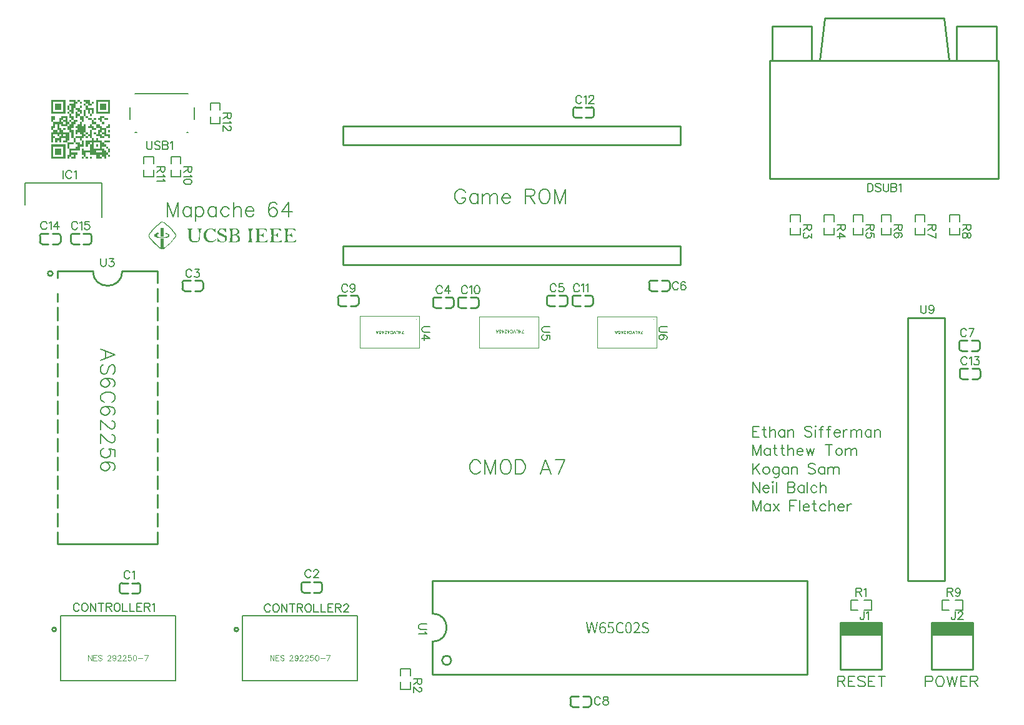
<source format=gto>
G04 Layer: TopSilkscreenLayer*
G04 EasyEDA v6.5.22, 2023-04-21 15:38:10*
G04 6d2149ed1d2646eb8880a206008ce751,0d2cea57a9a8422ebbcee2df73fbc454,10*
G04 Gerber Generator version 0.2*
G04 Scale: 100 percent, Rotated: No, Reflected: No *
G04 Dimensions in millimeters *
G04 leading zeros omitted , absolute positions ,4 integer and 5 decimal *
%FSLAX45Y45*%
%MOMM*%

%ADD10C,0.2032*%
%ADD11C,0.1524*%
%ADD12C,0.0500*%
%ADD13C,0.1000*%
%ADD14C,0.2540*%
%ADD15C,0.2000*%
%ADD16C,0.1999*%
%ADD17C,0.1500*%
%ADD18C,0.0169*%

%LPD*%
G36*
X2319883Y6651752D02*
G01*
X2312873Y6648856D01*
X2298700Y6642100D01*
X2293213Y6638950D01*
X2286508Y6634480D01*
X2278837Y6628739D01*
X2261006Y6614210D01*
X2251202Y6605727D01*
X2230628Y6586981D01*
X2209749Y6566916D01*
X2189835Y6546697D01*
X2172208Y6527495D01*
X2164638Y6518706D01*
X2158136Y6510578D01*
X2149297Y6498590D01*
X2142439Y6487972D01*
X2139696Y6482994D01*
X2137511Y6478270D01*
X2135784Y6473698D01*
X2134514Y6469227D01*
X2133752Y6464858D01*
X2133503Y6460439D01*
X2144776Y6460439D01*
X2145030Y6462623D01*
X2145690Y6465214D01*
X2146757Y6468110D01*
X2150110Y6474815D01*
X2154885Y6482638D01*
X2160981Y6491427D01*
X2168194Y6501028D01*
X2176424Y6511239D01*
X2185517Y6522008D01*
X2195322Y6533083D01*
X2205685Y6544360D01*
X2216404Y6555638D01*
X2227427Y6566865D01*
X2238552Y6577787D01*
X2260498Y6598310D01*
X2271064Y6607556D01*
X2281123Y6615938D01*
X2290521Y6623303D01*
X2299157Y6629501D01*
X2306878Y6634378D01*
X2310282Y6636258D01*
X2316327Y6638848D01*
X2318867Y6639509D01*
X2321001Y6639763D01*
X2324811Y6638239D01*
X2331923Y6634073D01*
X2341372Y6627926D01*
X2355646Y6617817D01*
X2363571Y6611518D01*
X2372360Y6604000D01*
X2391918Y6586220D01*
X2412847Y6565900D01*
X2428646Y6549847D01*
X2448661Y6528562D01*
X2466187Y6508800D01*
X2473604Y6499961D01*
X2479852Y6491986D01*
X2484780Y6485128D01*
X2488184Y6479540D01*
X2499614Y6458356D01*
X2480513Y6429603D01*
X2474417Y6421729D01*
X2466492Y6412331D01*
X2457094Y6401612D01*
X2435148Y6377889D01*
X2411171Y6353302D01*
X2387854Y6330391D01*
X2377236Y6320434D01*
X2367737Y6311950D01*
X2359761Y6305245D01*
X2353564Y6300622D01*
X2351278Y6299200D01*
X2346401Y6297015D01*
X2344521Y6296863D01*
X2343048Y6297574D01*
X2341880Y6299301D01*
X2340965Y6302197D01*
X2340305Y6306413D01*
X2339848Y6312204D01*
X2339390Y6328968D01*
X2339340Y6414820D01*
X2297176Y6414820D01*
X2293721Y6291072D01*
X2233574Y6348120D01*
X2220112Y6361328D01*
X2207514Y6374180D01*
X2195830Y6386576D01*
X2185162Y6398361D01*
X2175611Y6409537D01*
X2167229Y6420002D01*
X2160016Y6429603D01*
X2154174Y6438341D01*
X2149652Y6446062D01*
X2146554Y6452666D01*
X2145588Y6455562D01*
X2144979Y6458153D01*
X2144776Y6460439D01*
X2133503Y6460439D01*
X2133701Y6456222D01*
X2134412Y6451854D01*
X2135632Y6447434D01*
X2137308Y6442913D01*
X2139492Y6438188D01*
X2142134Y6433312D01*
X2145233Y6428181D01*
X2153005Y6417056D01*
X2160930Y6406743D01*
X2168398Y6397701D01*
X2176881Y6388049D01*
X2186127Y6377940D01*
X2206447Y6356959D01*
X2228037Y6335979D01*
X2249525Y6316319D01*
X2259787Y6307378D01*
X2269591Y6299200D01*
X2278684Y6292037D01*
X2286965Y6285941D01*
X2298242Y6278524D01*
X2304440Y6274866D01*
X2309622Y6272428D01*
X2314194Y6271107D01*
X2318613Y6270802D01*
X2323236Y6271514D01*
X2328468Y6273088D01*
X2336850Y6276543D01*
X2342235Y6279794D01*
X2348890Y6284518D01*
X2356764Y6290564D01*
X2375154Y6305956D01*
X2396083Y6324701D01*
X2418130Y6345428D01*
X2439924Y6366814D01*
X2460040Y6387592D01*
X2477109Y6406337D01*
X2484018Y6414566D01*
X2489708Y6421831D01*
X2497023Y6432499D01*
X2501087Y6439103D01*
X2504287Y6444996D01*
X2506573Y6450431D01*
X2507945Y6455511D01*
X2508402Y6460439D01*
X2507894Y6465366D01*
X2506522Y6470446D01*
X2504236Y6475831D01*
X2501036Y6481775D01*
X2496921Y6488379D01*
X2488844Y6500063D01*
X2481681Y6509257D01*
X2473198Y6519316D01*
X2463647Y6530035D01*
X2453182Y6541211D01*
X2442006Y6552742D01*
X2418283Y6575907D01*
X2394000Y6598310D01*
X2382113Y6608724D01*
X2370632Y6618427D01*
X2359812Y6627215D01*
X2349804Y6634937D01*
X2340762Y6641439D01*
X2332939Y6646468D01*
X2326538Y6649923D01*
X2323896Y6651040D01*
X2321661Y6651650D01*
G37*
G36*
X2296769Y6560718D02*
G01*
X2296769Y6533388D01*
X2304034Y6533388D01*
X2304186Y6539839D01*
X2304745Y6544056D01*
X2305659Y6545580D01*
X2306828Y6544106D01*
X2307793Y6540347D01*
X2308148Y6535674D01*
X2308033Y6533388D01*
X2316175Y6533388D01*
X2316327Y6539839D01*
X2316937Y6544056D01*
X2317851Y6545580D01*
X2318969Y6544106D01*
X2319934Y6540347D01*
X2320290Y6535674D01*
X2320197Y6533388D01*
X2328367Y6533388D01*
X2328519Y6539839D01*
X2329078Y6544056D01*
X2329992Y6545580D01*
X2331161Y6544106D01*
X2332126Y6540347D01*
X2332482Y6535674D01*
X2332228Y6530644D01*
X2331364Y6525869D01*
X2330246Y6523126D01*
X2329332Y6523634D01*
X2328672Y6527139D01*
X2328367Y6533388D01*
X2320197Y6533388D01*
X2320086Y6530644D01*
X2319223Y6525869D01*
X2318105Y6523126D01*
X2317191Y6523634D01*
X2316480Y6527139D01*
X2316175Y6533388D01*
X2308033Y6533388D01*
X2307894Y6530644D01*
X2307082Y6525869D01*
X2305964Y6523126D01*
X2304999Y6523634D01*
X2304338Y6527139D01*
X2304034Y6533388D01*
X2296769Y6533388D01*
X2296769Y6439154D01*
X2339340Y6439154D01*
X2339340Y6560718D01*
G37*
G36*
X3266338Y6554622D02*
G01*
X3248355Y6554317D01*
X3236010Y6553657D01*
X3231743Y6553149D01*
X3228644Y6552539D01*
X3226663Y6551777D01*
X3225647Y6550863D01*
X3225596Y6549745D01*
X3226409Y6548475D01*
X3230473Y6544767D01*
X3232658Y6542074D01*
X3234690Y6538976D01*
X3236417Y6535318D01*
X3237941Y6531152D01*
X3239262Y6526428D01*
X3240328Y6521094D01*
X3241192Y6515150D01*
X3241852Y6508496D01*
X3242564Y6493052D01*
X3242274Y6467957D01*
X3269386Y6467957D01*
X3269538Y6513169D01*
X3269894Y6520637D01*
X3270503Y6527190D01*
X3271367Y6532778D01*
X3272434Y6537299D01*
X3273755Y6540804D01*
X3275279Y6543243D01*
X3277006Y6544564D01*
X3283305Y6546596D01*
X3289757Y6547713D01*
X3296158Y6547967D01*
X3302457Y6547307D01*
X3308502Y6545834D01*
X3314242Y6543497D01*
X3319475Y6540347D01*
X3324148Y6536385D01*
X3327654Y6532524D01*
X3330549Y6528562D01*
X3332835Y6524548D01*
X3334512Y6520535D01*
X3335629Y6516471D01*
X3336188Y6512458D01*
X3336188Y6508445D01*
X3335629Y6504533D01*
X3334562Y6500672D01*
X3332987Y6496964D01*
X3330905Y6493357D01*
X3328314Y6489954D01*
X3325266Y6486702D01*
X3321710Y6483705D01*
X3317748Y6480911D01*
X3313328Y6478422D01*
X3308451Y6476187D01*
X3303168Y6474307D01*
X3297529Y6472732D01*
X3291433Y6471513D01*
X3269386Y6467957D01*
X3242274Y6467957D01*
X3241649Y6452463D01*
X3240446Y6432499D01*
X3270097Y6432499D01*
X3270453Y6444437D01*
X3271316Y6452768D01*
X3271926Y6455156D01*
X3273653Y6458000D01*
X3276346Y6460185D01*
X3279901Y6461760D01*
X3284118Y6462776D01*
X3288944Y6463182D01*
X3294126Y6463030D01*
X3299612Y6462318D01*
X3305251Y6461099D01*
X3310839Y6459321D01*
X3316325Y6456984D01*
X3321558Y6454190D01*
X3326333Y6450838D01*
X3330346Y6447332D01*
X3333750Y6443624D01*
X3336594Y6439662D01*
X3338931Y6435496D01*
X3340709Y6431229D01*
X3342030Y6426860D01*
X3342792Y6422440D01*
X3343097Y6418021D01*
X3342944Y6413550D01*
X3342335Y6409182D01*
X3341268Y6404864D01*
X3339795Y6400698D01*
X3337915Y6396685D01*
X3335629Y6392824D01*
X3332987Y6389217D01*
X3329990Y6385915D01*
X3326637Y6382918D01*
X3322929Y6380226D01*
X3318916Y6377940D01*
X3314649Y6376060D01*
X3310026Y6374638D01*
X3305149Y6373723D01*
X3300069Y6373317D01*
X3294684Y6373469D01*
X3272434Y6375298D01*
X3270300Y6418478D01*
X3270097Y6432499D01*
X3240446Y6432499D01*
X3239363Y6416852D01*
X3237738Y6400088D01*
X3236772Y6393789D01*
X3235706Y6388557D01*
X3234486Y6384391D01*
X3233013Y6381038D01*
X3231337Y6378448D01*
X3229356Y6376365D01*
X3227070Y6374638D01*
X3222498Y6372098D01*
X3221431Y6371132D01*
X3221329Y6370269D01*
X3222294Y6369507D01*
X3224276Y6368846D01*
X3231540Y6367780D01*
X3243580Y6367119D01*
X3260648Y6366713D01*
X3281070Y6366611D01*
X3298901Y6366967D01*
X3314446Y6367932D01*
X3327755Y6369558D01*
X3333648Y6370675D01*
X3339033Y6371945D01*
X3343960Y6373418D01*
X3348431Y6375146D01*
X3352444Y6377076D01*
X3356051Y6379210D01*
X3359251Y6381597D01*
X3362045Y6384239D01*
X3364484Y6387185D01*
X3366566Y6390335D01*
X3368294Y6393789D01*
X3369767Y6397548D01*
X3370884Y6401612D01*
X3371748Y6405981D01*
X3372662Y6415633D01*
X3372764Y6420967D01*
X3372256Y6425590D01*
X3370935Y6430416D01*
X3368801Y6435242D01*
X3365957Y6440017D01*
X3362604Y6444640D01*
X3358743Y6449009D01*
X3354527Y6452971D01*
X3350056Y6456476D01*
X3345383Y6459372D01*
X3340709Y6461556D01*
X3336036Y6462979D01*
X3331514Y6463436D01*
X3329584Y6464554D01*
X3331108Y6467551D01*
X3335680Y6471970D01*
X3349193Y6481927D01*
X3354425Y6486702D01*
X3358692Y6491681D01*
X3361994Y6496761D01*
X3364229Y6501942D01*
X3365550Y6507175D01*
X3365804Y6512509D01*
X3365093Y6517894D01*
X3363366Y6523278D01*
X3360623Y6528663D01*
X3356914Y6534048D01*
X3352139Y6539331D01*
X3348736Y6542633D01*
X3345484Y6545427D01*
X3342233Y6547764D01*
X3338728Y6549644D01*
X3334816Y6551168D01*
X3330244Y6552336D01*
X3324809Y6553200D01*
X3318306Y6553860D01*
X3301339Y6554520D01*
G37*
G36*
X3549040Y6554622D02*
G01*
X3501288Y6554317D01*
X3493515Y6554063D01*
X3487623Y6553606D01*
X3483559Y6552996D01*
X3481222Y6552133D01*
X3480511Y6551015D01*
X3481374Y6549694D01*
X3485337Y6547002D01*
X3486810Y6545681D01*
X3488131Y6544056D01*
X3489299Y6542125D01*
X3490264Y6539687D01*
X3491890Y6533184D01*
X3493008Y6523888D01*
X3493719Y6511188D01*
X3494176Y6494475D01*
X3494278Y6436461D01*
X3493973Y6417462D01*
X3493414Y6402832D01*
X3492500Y6391910D01*
X3491890Y6387693D01*
X3491128Y6384086D01*
X3490264Y6381140D01*
X3489299Y6378752D01*
X3488131Y6376771D01*
X3486810Y6375146D01*
X3481425Y6371132D01*
X3480612Y6369812D01*
X3481374Y6368745D01*
X3483864Y6367881D01*
X3488080Y6367221D01*
X3494176Y6366764D01*
X3512210Y6366357D01*
X3532886Y6366560D01*
X3539185Y6366916D01*
X3543096Y6367627D01*
X3544874Y6368694D01*
X3544722Y6370218D01*
X3542893Y6372199D01*
X3537153Y6376771D01*
X3535070Y6379057D01*
X3533292Y6381750D01*
X3531768Y6385102D01*
X3530498Y6389319D01*
X3529431Y6394500D01*
X3527806Y6408521D01*
X3526688Y6428689D01*
X3525215Y6478879D01*
X3525012Y6496507D01*
X3525215Y6509969D01*
X3525977Y6520027D01*
X3527399Y6527495D01*
X3528364Y6530492D01*
X3529533Y6533134D01*
X3530904Y6535521D01*
X3534308Y6539839D01*
G37*
G36*
X3629812Y6554622D02*
G01*
X3611575Y6554419D01*
X3593998Y6553657D01*
X3587851Y6552590D01*
X3586226Y6551879D01*
X3585413Y6551015D01*
X3585362Y6549999D01*
X3586022Y6548780D01*
X3588969Y6545834D01*
X3593337Y6542176D01*
X3596894Y6538417D01*
X3598316Y6536283D01*
X3599535Y6533896D01*
X3600551Y6531051D01*
X3601415Y6527698D01*
X3602532Y6519113D01*
X3603040Y6507175D01*
X3603091Y6491173D01*
X3602177Y6444488D01*
X3601516Y6422999D01*
X3600754Y6406896D01*
X3599637Y6395262D01*
X3598926Y6390843D01*
X3598011Y6387236D01*
X3596944Y6384239D01*
X3595674Y6381851D01*
X3594201Y6379870D01*
X3592423Y6378194D01*
X3588156Y6375400D01*
X3583381Y6372910D01*
X3581857Y6371844D01*
X3580993Y6370929D01*
X3580841Y6370066D01*
X3581501Y6369354D01*
X3582974Y6368745D01*
X3585362Y6368186D01*
X3593084Y6367373D01*
X3605072Y6366814D01*
X3621836Y6366459D01*
X3679393Y6366357D01*
X3698036Y6366611D01*
X3713022Y6367119D01*
X3724757Y6367881D01*
X3733393Y6368897D01*
X3739235Y6370218D01*
X3741216Y6370980D01*
X3742588Y6371844D01*
X3743401Y6372758D01*
X3743655Y6373774D01*
X3744010Y6377940D01*
X3744874Y6383629D01*
X3747668Y6396583D01*
X3751579Y6411772D01*
X3734866Y6395364D01*
X3730955Y6391859D01*
X3726535Y6388658D01*
X3721658Y6385661D01*
X3716426Y6383020D01*
X3710889Y6380581D01*
X3705098Y6378498D01*
X3699154Y6376720D01*
X3693109Y6375298D01*
X3687013Y6374231D01*
X3680968Y6373469D01*
X3675024Y6373114D01*
X3669182Y6373164D01*
X3663594Y6373622D01*
X3658311Y6374434D01*
X3653383Y6375755D01*
X3648862Y6377482D01*
X3644392Y6379718D01*
X3640937Y6382207D01*
X3638296Y6385356D01*
X3636467Y6389471D01*
X3635248Y6395110D01*
X3634587Y6402527D01*
X3634232Y6412230D01*
X3634130Y6464960D01*
X3653891Y6461048D01*
X3662426Y6458458D01*
X3670960Y6454292D01*
X3678529Y6449161D01*
X3684168Y6443573D01*
X3687572Y6439255D01*
X3690162Y6436512D01*
X3692042Y6435547D01*
X3693312Y6436563D01*
X3694125Y6439865D01*
X3694531Y6445707D01*
X3694937Y6501688D01*
X3680053Y6485636D01*
X3672840Y6479133D01*
X3664864Y6474053D01*
X3656837Y6470700D01*
X3649370Y6469532D01*
X3644239Y6469634D01*
X3640378Y6470243D01*
X3637635Y6471716D01*
X3635908Y6474561D01*
X3634943Y6479133D01*
X3634638Y6485839D01*
X3635400Y6507530D01*
X3637178Y6545529D01*
X3660749Y6547459D01*
X3667810Y6547764D01*
X3674719Y6547612D01*
X3681526Y6546900D01*
X3688181Y6545783D01*
X3694582Y6544157D01*
X3700678Y6542176D01*
X3706469Y6539738D01*
X3711854Y6536893D01*
X3716832Y6533692D01*
X3721303Y6530136D01*
X3725265Y6526276D01*
X3728618Y6522059D01*
X3737508Y6509410D01*
X3737457Y6526885D01*
X3737101Y6534556D01*
X3736594Y6537807D01*
X3735882Y6540703D01*
X3734815Y6543192D01*
X3733393Y6545427D01*
X3731514Y6547307D01*
X3729177Y6548932D01*
X3726230Y6550304D01*
X3722725Y6551422D01*
X3718509Y6552336D01*
X3707892Y6553606D01*
X3693922Y6554317D01*
X3676142Y6554571D01*
G37*
G36*
X3859529Y6554368D02*
G01*
X3814267Y6554063D01*
X3798824Y6553708D01*
X3788206Y6553047D01*
X3784549Y6552641D01*
X3781856Y6552082D01*
X3780129Y6551422D01*
X3779164Y6550609D01*
X3779012Y6549694D01*
X3779570Y6548628D01*
X3782415Y6546037D01*
X3787597Y6542278D01*
X3790086Y6540042D01*
X3792169Y6537502D01*
X3793896Y6534404D01*
X3795217Y6530644D01*
X3796284Y6525869D01*
X3797046Y6519875D01*
X3797604Y6512458D01*
X3798163Y6492443D01*
X3798265Y6451092D01*
X3797808Y6429298D01*
X3796792Y6411976D01*
X3796029Y6404762D01*
X3795014Y6398514D01*
X3793845Y6393078D01*
X3792372Y6388354D01*
X3790696Y6384340D01*
X3788714Y6380937D01*
X3786428Y6378041D01*
X3783837Y6375654D01*
X3780891Y6373622D01*
X3777640Y6371894D01*
X3773982Y6370421D01*
X3773525Y6369964D01*
X3774541Y6369558D01*
X3780790Y6368694D01*
X3791965Y6367983D01*
X3807409Y6367373D01*
X3848100Y6366662D01*
X3870248Y6366713D01*
X3890365Y6367068D01*
X3907586Y6367678D01*
X3921150Y6368542D01*
X3930192Y6369558D01*
X3932732Y6370167D01*
X3933850Y6370777D01*
X3935222Y6373977D01*
X3938879Y6386118D01*
X3945128Y6411772D01*
X3927652Y6395110D01*
X3923588Y6391605D01*
X3918965Y6388354D01*
X3913987Y6385356D01*
X3908602Y6382664D01*
X3902913Y6380276D01*
X3897020Y6378194D01*
X3890975Y6376466D01*
X3884879Y6375044D01*
X3878783Y6374028D01*
X3872687Y6373317D01*
X3866794Y6373012D01*
X3861104Y6373164D01*
X3855669Y6373672D01*
X3850589Y6374638D01*
X3845915Y6376009D01*
X3841750Y6377889D01*
X3837940Y6380175D01*
X3834942Y6382867D01*
X3832656Y6386220D01*
X3830980Y6390538D01*
X3829812Y6396177D01*
X3829151Y6403441D01*
X3828796Y6412636D01*
X3828745Y6433921D01*
X3828999Y6442151D01*
X3829558Y6448856D01*
X3830472Y6454190D01*
X3831844Y6458254D01*
X3833774Y6461048D01*
X3836365Y6462776D01*
X3839616Y6463436D01*
X3843731Y6463131D01*
X3848709Y6462014D01*
X3854653Y6460134D01*
X3861714Y6457543D01*
X3867759Y6454495D01*
X3872737Y6450634D01*
X3876090Y6446418D01*
X3877310Y6442354D01*
X3877716Y6438747D01*
X3878732Y6435801D01*
X3880307Y6433769D01*
X3882186Y6433058D01*
X3884066Y6435699D01*
X3885539Y6442862D01*
X3886504Y6453530D01*
X3886758Y6466484D01*
X3886250Y6479489D01*
X3885184Y6490106D01*
X3883660Y6497269D01*
X3881882Y6499910D01*
X3880104Y6499504D01*
X3878630Y6498285D01*
X3877665Y6496456D01*
X3876446Y6490157D01*
X3874109Y6485890D01*
X3870451Y6481724D01*
X3865879Y6477863D01*
X3860647Y6474510D01*
X3854958Y6471869D01*
X3849115Y6470142D01*
X3843426Y6469532D01*
X3838752Y6469684D01*
X3835196Y6470396D01*
X3832555Y6472072D01*
X3830777Y6475120D01*
X3829608Y6479946D01*
X3828999Y6486956D01*
X3828694Y6509054D01*
X3828694Y6548577D01*
X3857701Y6548577D01*
X3864711Y6548374D01*
X3871468Y6547713D01*
X3877919Y6546697D01*
X3884117Y6545224D01*
X3890060Y6543344D01*
X3895750Y6541058D01*
X3901135Y6538315D01*
X3906316Y6535166D01*
X3911193Y6531609D01*
X3915816Y6527647D01*
X3920134Y6523278D01*
X3928110Y6513982D01*
X3930396Y6512966D01*
X3931462Y6515658D01*
X3931869Y6526733D01*
X3931615Y6534454D01*
X3931158Y6537706D01*
X3930446Y6540601D01*
X3929430Y6543141D01*
X3928008Y6545376D01*
X3926128Y6547256D01*
X3923741Y6548881D01*
X3920794Y6550253D01*
X3917238Y6551371D01*
X3913022Y6552285D01*
X3908044Y6552996D01*
X3895699Y6553911D01*
X3879646Y6554317D01*
G37*
G36*
X4065066Y6554317D02*
G01*
X4018686Y6554063D01*
X4001617Y6553708D01*
X3988511Y6553200D01*
X3979062Y6552539D01*
X3973068Y6551625D01*
X3971290Y6551066D01*
X3970223Y6550456D01*
X3969918Y6549745D01*
X3970324Y6548983D01*
X3971391Y6548120D01*
X3977436Y6544818D01*
X3979214Y6543446D01*
X3980738Y6541820D01*
X3982059Y6539839D01*
X3983177Y6537299D01*
X3984091Y6534200D01*
X3984853Y6530390D01*
X3985869Y6520129D01*
X3986428Y6505651D01*
X3986682Y6486042D01*
X3986580Y6424269D01*
X3986225Y6407353D01*
X3985412Y6395110D01*
X3984853Y6390436D01*
X3984091Y6386626D01*
X3983177Y6383528D01*
X3982059Y6381038D01*
X3980738Y6379006D01*
X3979214Y6377381D01*
X3977436Y6376009D01*
X3971391Y6372707D01*
X3970375Y6371844D01*
X3970020Y6371082D01*
X3970375Y6370421D01*
X3971493Y6369812D01*
X3976115Y6368745D01*
X3984040Y6367932D01*
X3995674Y6367322D01*
X4030827Y6366662D01*
X4085844Y6366713D01*
X4101033Y6367322D01*
X4112564Y6368491D01*
X4117086Y6369405D01*
X4120896Y6370523D01*
X4123994Y6371844D01*
X4126484Y6373469D01*
X4128465Y6375349D01*
X4129989Y6377584D01*
X4131056Y6380124D01*
X4131767Y6383020D01*
X4132224Y6386271D01*
X4132478Y6394043D01*
X4132173Y6405575D01*
X4131310Y6408115D01*
X4129328Y6406438D01*
X4125722Y6400596D01*
X4123182Y6396939D01*
X4119930Y6393484D01*
X4116070Y6390233D01*
X4111650Y6387236D01*
X4106773Y6384442D01*
X4101490Y6381953D01*
X4095851Y6379718D01*
X4090009Y6377787D01*
X4083913Y6376111D01*
X4077766Y6374790D01*
X4071620Y6373774D01*
X4065473Y6373114D01*
X4059428Y6372809D01*
X4053586Y6372910D01*
X4047998Y6373317D01*
X4042765Y6374180D01*
X4037939Y6375450D01*
X4033621Y6377127D01*
X4029811Y6379260D01*
X4026662Y6381851D01*
X4024376Y6384645D01*
X4022445Y6388252D01*
X4020769Y6392621D01*
X4019448Y6397802D01*
X4018432Y6403898D01*
X4017721Y6410807D01*
X4017264Y6418630D01*
X4017111Y6427419D01*
X4017467Y6447637D01*
X4018127Y6453987D01*
X4019296Y6458407D01*
X4021175Y6461150D01*
X4023918Y6462674D01*
X4027678Y6463334D01*
X4032605Y6463436D01*
X4039768Y6462268D01*
X4047896Y6459067D01*
X4055973Y6454343D01*
X4062984Y6448552D01*
X4077919Y6433616D01*
X4077512Y6502958D01*
X4065066Y6486245D01*
X4058412Y6478727D01*
X4051249Y6473494D01*
X4043426Y6470497D01*
X4034586Y6469532D01*
X4016552Y6469532D01*
X4020159Y6545529D01*
X4065117Y6545224D01*
X4073601Y6544665D01*
X4080764Y6543700D01*
X4086910Y6542074D01*
X4092397Y6539738D01*
X4097680Y6536588D01*
X4103065Y6532422D01*
X4117594Y6519570D01*
X4122928Y6515963D01*
X4125163Y6516166D01*
X4124451Y6520180D01*
X4122928Y6525412D01*
X4121658Y6531457D01*
X4120794Y6537553D01*
X4120387Y6544919D01*
X4120134Y6546596D01*
X4119524Y6548120D01*
X4118508Y6549390D01*
X4116984Y6550507D01*
X4114901Y6551422D01*
X4112107Y6552234D01*
X4104030Y6553352D01*
X4092041Y6554012D01*
G37*
G36*
X2813761Y6554216D02*
G01*
X2804820Y6554114D01*
X2798622Y6553758D01*
X2794914Y6553200D01*
X2793542Y6552234D01*
X2794304Y6550914D01*
X2796946Y6549085D01*
X2804769Y6544919D01*
X2807614Y6543141D01*
X2809951Y6541058D01*
X2811881Y6538518D01*
X2813354Y6535216D01*
X2814472Y6530949D01*
X2815336Y6525463D01*
X2815894Y6518503D01*
X2816453Y6499199D01*
X2816504Y6459321D01*
X2816098Y6438950D01*
X2815691Y6430264D01*
X2815082Y6422491D01*
X2814269Y6415532D01*
X2813202Y6409436D01*
X2811881Y6404102D01*
X2810256Y6399479D01*
X2808274Y6395516D01*
X2805938Y6392164D01*
X2803245Y6389370D01*
X2800096Y6387084D01*
X2796540Y6385255D01*
X2792476Y6383883D01*
X2787954Y6382867D01*
X2782874Y6382156D01*
X2770987Y6381445D01*
X2758440Y6381445D01*
X2748330Y6382054D01*
X2743860Y6382664D01*
X2739745Y6383477D01*
X2735935Y6384544D01*
X2732481Y6385864D01*
X2729331Y6387490D01*
X2726486Y6389420D01*
X2723896Y6391706D01*
X2721610Y6394348D01*
X2719578Y6397396D01*
X2717800Y6400850D01*
X2716225Y6404711D01*
X2714904Y6409080D01*
X2713736Y6413906D01*
X2712770Y6419240D01*
X2711348Y6431584D01*
X2710535Y6446215D01*
X2710180Y6463334D01*
X2710180Y6486347D01*
X2710484Y6507429D01*
X2711450Y6522110D01*
X2712212Y6527546D01*
X2713278Y6531914D01*
X2714599Y6535470D01*
X2716276Y6538366D01*
X2718308Y6540804D01*
X2720746Y6543040D01*
X2727706Y6548120D01*
X2730042Y6550406D01*
X2730398Y6552031D01*
X2728518Y6553149D01*
X2723997Y6553809D01*
X2716530Y6554114D01*
X2691739Y6553962D01*
X2674975Y6553454D01*
X2662885Y6552590D01*
X2658973Y6552082D01*
X2656636Y6551523D01*
X2656027Y6550964D01*
X2660294Y6549339D01*
X2663037Y6547866D01*
X2665577Y6545834D01*
X2667863Y6543294D01*
X2669895Y6540195D01*
X2671724Y6536537D01*
X2673350Y6532219D01*
X2674772Y6527241D01*
X2675991Y6521602D01*
X2677058Y6515252D01*
X2677922Y6508140D01*
X2679090Y6491579D01*
X2679700Y6471666D01*
X2679801Y6448501D01*
X2680157Y6429451D01*
X2681224Y6415532D01*
X2682087Y6410045D01*
X2683205Y6405321D01*
X2684627Y6401155D01*
X2686354Y6397396D01*
X2688488Y6393891D01*
X2690977Y6390436D01*
X2693924Y6386880D01*
X2698140Y6382308D01*
X2702407Y6378549D01*
X2706979Y6375501D01*
X2712059Y6373063D01*
X2717901Y6371183D01*
X2724759Y6369659D01*
X2732887Y6368491D01*
X2742539Y6367526D01*
X2756052Y6366814D01*
X2762300Y6366764D01*
X2768244Y6366967D01*
X2779268Y6368084D01*
X2784348Y6369050D01*
X2789123Y6370218D01*
X2793593Y6371691D01*
X2797759Y6373368D01*
X2801721Y6375349D01*
X2805379Y6377635D01*
X2808782Y6380124D01*
X2811881Y6382969D01*
X2814777Y6386068D01*
X2817418Y6389471D01*
X2819806Y6393180D01*
X2821990Y6397244D01*
X2823921Y6401562D01*
X2825597Y6406235D01*
X2827070Y6411163D01*
X2828340Y6416497D01*
X2829407Y6422136D01*
X2830931Y6434429D01*
X2831693Y6448145D01*
X2831896Y6466738D01*
X2832455Y6486652D01*
X2833573Y6503416D01*
X2835351Y6517233D01*
X2836519Y6523126D01*
X2837840Y6528358D01*
X2839313Y6532930D01*
X2840990Y6536944D01*
X2842869Y6540347D01*
X2844901Y6543192D01*
X2847187Y6545529D01*
X2849676Y6547357D01*
X2854960Y6549999D01*
X2855925Y6551066D01*
X2855264Y6551980D01*
X2852877Y6552742D01*
X2848762Y6553301D01*
X2842869Y6553758D01*
X2825648Y6554165D01*
G37*
G36*
X2972511Y6554114D02*
G01*
X2965246Y6553708D01*
X2958033Y6552946D01*
X2950870Y6551777D01*
X2944012Y6550202D01*
X2937510Y6548323D01*
X2931515Y6545986D01*
X2926842Y6543751D01*
X2922270Y6541211D01*
X2917952Y6538315D01*
X2913735Y6535166D01*
X2909773Y6531762D01*
X2905963Y6528054D01*
X2902407Y6524142D01*
X2899003Y6519976D01*
X2895854Y6515658D01*
X2892907Y6511086D01*
X2890215Y6506413D01*
X2887776Y6501536D01*
X2883611Y6491427D01*
X2881934Y6486194D01*
X2879394Y6475476D01*
X2878023Y6464503D01*
X2877820Y6459016D01*
X2877870Y6453479D01*
X2878277Y6447942D01*
X2879039Y6442456D01*
X2880106Y6437020D01*
X2881477Y6431737D01*
X2883103Y6426657D01*
X2885033Y6421780D01*
X2887218Y6417005D01*
X2889656Y6412484D01*
X2892298Y6408166D01*
X2895193Y6404000D01*
X2901645Y6396278D01*
X2908808Y6389420D01*
X2912668Y6386271D01*
X2920796Y6380683D01*
X2925064Y6378194D01*
X2934004Y6373926D01*
X2938576Y6372098D01*
X2948025Y6369202D01*
X2952851Y6368084D01*
X2962656Y6366560D01*
X2972562Y6366103D01*
X2977540Y6366205D01*
X2982468Y6366560D01*
X2987446Y6367221D01*
X2997200Y6369253D01*
X3001975Y6370675D01*
X3006750Y6372402D01*
X3011424Y6374384D01*
X3015996Y6376619D01*
X3020466Y6379108D01*
X3024835Y6381902D01*
X3029051Y6385001D01*
X3033166Y6388404D01*
X3037128Y6392062D01*
X3040938Y6396024D01*
X3045104Y6401308D01*
X3047898Y6406286D01*
X3049066Y6410350D01*
X3048355Y6412992D01*
X3046018Y6413550D01*
X3042716Y6412077D01*
X3038906Y6408775D01*
X3032709Y6401206D01*
X3029610Y6398361D01*
X3025902Y6395466D01*
X3021685Y6392672D01*
X3017113Y6390030D01*
X3012338Y6387642D01*
X3007461Y6385560D01*
X3002584Y6383934D01*
X2997606Y6382613D01*
X2992678Y6381699D01*
X2987852Y6381140D01*
X2983128Y6380988D01*
X2978505Y6381191D01*
X2973984Y6381699D01*
X2969615Y6382562D01*
X2965297Y6383731D01*
X2961132Y6385204D01*
X2957118Y6386982D01*
X2953207Y6389014D01*
X2945841Y6393891D01*
X2942386Y6396685D01*
X2935986Y6402984D01*
X2930245Y6410045D01*
X2927604Y6413855D01*
X2922981Y6421932D01*
X2919120Y6430568D01*
X2917494Y6435039D01*
X2914904Y6444335D01*
X2913227Y6453886D01*
X2912516Y6463588D01*
X2912821Y6473444D01*
X2913329Y6478320D01*
X2914142Y6483248D01*
X2915208Y6488125D01*
X2916529Y6492951D01*
X2920085Y6502400D01*
X2922320Y6507022D01*
X2924860Y6511544D01*
X2927654Y6515963D01*
X2930804Y6520230D01*
X2934258Y6524396D01*
X2938068Y6528460D01*
X2942386Y6532473D01*
X2946908Y6536232D01*
X2951581Y6539687D01*
X2956255Y6542633D01*
X2960725Y6545122D01*
X2964891Y6546951D01*
X2968599Y6548170D01*
X2971749Y6548577D01*
X2976829Y6548120D01*
X2982315Y6546900D01*
X2988056Y6544970D01*
X2993948Y6542328D01*
X2999892Y6539179D01*
X3005734Y6535521D01*
X3011424Y6531457D01*
X3016758Y6527038D01*
X3021685Y6522415D01*
X3026105Y6517538D01*
X3029813Y6512610D01*
X3032760Y6507683D01*
X3041294Y6490817D01*
X3043275Y6520332D01*
X3043834Y6531559D01*
X3043885Y6540347D01*
X3043377Y6546850D01*
X3042158Y6551168D01*
X3040278Y6553403D01*
X3037636Y6553708D01*
X3034182Y6552184D01*
X3029813Y6549034D01*
X3025038Y6545935D01*
X3020212Y6544767D01*
X3014929Y6545529D01*
X3004261Y6550152D01*
X2998927Y6551726D01*
X2992983Y6552946D01*
X2986481Y6553708D01*
X2979623Y6554114D01*
G37*
G36*
X3116732Y6553860D02*
G01*
X3111144Y6553758D01*
X3106369Y6553301D01*
X3102203Y6552438D01*
X3098495Y6551168D01*
X3095040Y6549440D01*
X3091688Y6547154D01*
X3088233Y6544309D01*
X3080258Y6536639D01*
X3075127Y6531305D01*
X3071063Y6526580D01*
X3068066Y6522313D01*
X3065983Y6518300D01*
X3064764Y6514388D01*
X3064357Y6510375D01*
X3064662Y6506057D01*
X3065627Y6501333D01*
X3067151Y6495745D01*
X3068777Y6490817D01*
X3070606Y6486499D01*
X3072790Y6482638D01*
X3075432Y6479184D01*
X3078632Y6475984D01*
X3082544Y6472936D01*
X3087217Y6469989D01*
X3092805Y6467043D01*
X3099409Y6463944D01*
X3130499Y6450939D01*
X3143808Y6444640D01*
X3154629Y6438798D01*
X3158642Y6436309D01*
X3161487Y6434175D01*
X3165348Y6430213D01*
X3168243Y6425844D01*
X3170224Y6421120D01*
X3171291Y6416141D01*
X3171545Y6411061D01*
X3170986Y6405880D01*
X3169716Y6400749D01*
X3167735Y6395770D01*
X3165094Y6391046D01*
X3161842Y6386626D01*
X3158032Y6382664D01*
X3153664Y6379159D01*
X3148838Y6376263D01*
X3143605Y6374130D01*
X3138017Y6372758D01*
X3132023Y6372250D01*
X3127654Y6372860D01*
X3122676Y6374587D01*
X3117138Y6377279D01*
X3111296Y6380734D01*
X3105302Y6384899D01*
X3099358Y6389624D01*
X3093567Y6394704D01*
X3088182Y6400038D01*
X3083306Y6405473D01*
X3079140Y6410858D01*
X3075889Y6416040D01*
X3072028Y6424828D01*
X3070504Y6427266D01*
X3069031Y6428282D01*
X3067710Y6428079D01*
X3066542Y6426758D01*
X3065576Y6424320D01*
X3064814Y6420967D01*
X3064357Y6416751D01*
X3064103Y6411772D01*
X3064205Y6406134D01*
X3064662Y6400038D01*
X3065475Y6393434D01*
X3067812Y6380784D01*
X3070352Y6373114D01*
X3073298Y6370015D01*
X3076854Y6371132D01*
X3080562Y6372961D01*
X3085439Y6373723D01*
X3090875Y6373418D01*
X3096158Y6371945D01*
X3102356Y6369812D01*
X3108909Y6368237D01*
X3115665Y6367272D01*
X3122574Y6366814D01*
X3129584Y6366865D01*
X3136544Y6367424D01*
X3143504Y6368491D01*
X3150311Y6369964D01*
X3156864Y6371945D01*
X3163112Y6374282D01*
X3169005Y6377076D01*
X3174441Y6380226D01*
X3179368Y6383731D01*
X3183686Y6387592D01*
X3187344Y6391757D01*
X3190189Y6396228D01*
X3192475Y6401155D01*
X3194202Y6406337D01*
X3195421Y6411722D01*
X3196132Y6417157D01*
X3196285Y6422644D01*
X3195980Y6428028D01*
X3195167Y6433312D01*
X3193846Y6438392D01*
X3192018Y6443167D01*
X3189782Y6447536D01*
X3187039Y6451498D01*
X3183890Y6454902D01*
X3180588Y6457543D01*
X3170428Y6463995D01*
X3156813Y6471259D01*
X3141522Y6478422D01*
X3123133Y6486144D01*
X3114598Y6490106D01*
X3107944Y6493662D01*
X3102864Y6497116D01*
X3099206Y6500571D01*
X3096717Y6504228D01*
X3095142Y6508242D01*
X3094329Y6512864D01*
X3094024Y6518554D01*
X3094431Y6523786D01*
X3095498Y6528460D01*
X3097225Y6532575D01*
X3099511Y6536232D01*
X3102305Y6539331D01*
X3105607Y6541871D01*
X3109264Y6543852D01*
X3113328Y6545326D01*
X3117748Y6546189D01*
X3122371Y6546545D01*
X3127248Y6546291D01*
X3132277Y6545427D01*
X3137458Y6544056D01*
X3142691Y6542024D01*
X3147923Y6539382D01*
X3153105Y6536181D01*
X3158185Y6532321D01*
X3163163Y6527850D01*
X3167938Y6522770D01*
X3185007Y6502958D01*
X3181248Y6550050D01*
X3131058Y6553352D01*
G37*
G36*
X2255012Y6499148D02*
G01*
X2250643Y6498132D01*
X2245664Y6495999D01*
X2239568Y6492748D01*
X2223770Y6482943D01*
X2217318Y6478270D01*
X2212644Y6473952D01*
X2209546Y6469837D01*
X2208022Y6465722D01*
X2207920Y6461455D01*
X2209139Y6456781D01*
X2211527Y6451549D01*
X2213254Y6448907D01*
X2215540Y6446418D01*
X2218385Y6443980D01*
X2221738Y6441694D01*
X2225548Y6439458D01*
X2229815Y6437376D01*
X2234488Y6435394D01*
X2244902Y6431838D01*
X2256586Y6428740D01*
X2269286Y6426200D01*
X2282698Y6424218D01*
X2296617Y6422847D01*
X2310739Y6422034D01*
X2324862Y6421882D01*
X2338730Y6422390D01*
X2351989Y6423609D01*
X2364486Y6425539D01*
X2370378Y6426758D01*
X2381199Y6429756D01*
X2386076Y6431584D01*
X2390546Y6433566D01*
X2397201Y6437071D01*
X2402890Y6440576D01*
X2407564Y6444030D01*
X2411272Y6447536D01*
X2413965Y6451041D01*
X2415743Y6454597D01*
X2416505Y6458204D01*
X2416352Y6461912D01*
X2415184Y6465722D01*
X2413101Y6469634D01*
X2410104Y6473698D01*
X2406142Y6477863D01*
X2398979Y6483807D01*
X2390698Y6489242D01*
X2382316Y6493560D01*
X2374849Y6496151D01*
X2366518Y6497675D01*
X2362098Y6497066D01*
X2360828Y6493814D01*
X2361996Y6487414D01*
X2363978Y6482334D01*
X2366772Y6479082D01*
X2370226Y6477762D01*
X2378557Y6479286D01*
X2382926Y6478930D01*
X2387244Y6477406D01*
X2391308Y6475018D01*
X2394813Y6471818D01*
X2397607Y6468059D01*
X2399436Y6463842D01*
X2400096Y6459372D01*
X2399588Y6456629D01*
X2398166Y6453987D01*
X2395778Y6451447D01*
X2392629Y6449060D01*
X2388666Y6446774D01*
X2384094Y6444640D01*
X2378862Y6442659D01*
X2373122Y6440830D01*
X2366924Y6439154D01*
X2353411Y6436360D01*
X2338882Y6434328D01*
X2323896Y6433210D01*
X2309063Y6433007D01*
X2294940Y6433820D01*
X2282088Y6435750D01*
X2276297Y6437172D01*
X2271064Y6438900D01*
X2266442Y6440881D01*
X2261158Y6443878D01*
X2256891Y6447028D01*
X2253538Y6450228D01*
X2251202Y6453530D01*
X2249779Y6456832D01*
X2249373Y6460134D01*
X2249881Y6463436D01*
X2251354Y6466636D01*
X2253792Y6469735D01*
X2257196Y6472682D01*
X2261565Y6475476D01*
X2277668Y6482791D01*
X2282037Y6486093D01*
X2280564Y6489090D01*
X2273858Y6493103D01*
X2268118Y6496050D01*
X2263343Y6498082D01*
X2259076Y6499148D01*
G37*
G36*
X812800Y8300720D02*
G01*
X812800Y8273135D01*
X978306Y8273135D01*
X978306Y8135213D01*
X840384Y8135213D01*
X840384Y8273135D01*
X812800Y8273135D01*
X812800Y8107629D01*
X1005890Y8107629D01*
X1005890Y8300720D01*
G37*
G36*
X1061059Y8300720D02*
G01*
X1061059Y8273135D01*
X1116228Y8273135D01*
X1116228Y8245551D01*
X1061059Y8245551D01*
X1061059Y8217966D01*
X1088644Y8217966D01*
X1088644Y8162798D01*
X1061059Y8162798D01*
X1061059Y8217966D01*
X1033475Y8217966D01*
X1033475Y8162798D01*
X1061059Y8162798D01*
X1061059Y8135213D01*
X1033475Y8135213D01*
X1033475Y8107629D01*
X1061059Y8107629D01*
X1061059Y8052460D01*
X1088644Y8052460D01*
X1088644Y8024875D01*
X1061059Y8024875D01*
X1061059Y7997291D01*
X1033475Y7997291D01*
X1033475Y8080044D01*
X950721Y8080044D01*
X950721Y8052460D01*
X923137Y8052460D01*
X923137Y7997291D01*
X950721Y7997291D01*
X950721Y8024875D01*
X978306Y8024875D01*
X978306Y8052460D01*
X1005890Y8052460D01*
X1005890Y8024875D01*
X978306Y8024875D01*
X978306Y7997291D01*
X1005890Y7997291D01*
X1005890Y7969707D01*
X978306Y7969707D01*
X978306Y7997291D01*
X840384Y7997291D01*
X840384Y8024875D01*
X867968Y8024875D01*
X867968Y8080044D01*
X812800Y8080044D01*
X812800Y7997291D01*
X840384Y7997291D01*
X840384Y7942122D01*
X812800Y7942122D01*
X812800Y7886953D01*
X840384Y7886953D01*
X840384Y7914538D01*
X867968Y7914538D01*
X867968Y7969707D01*
X895553Y7969707D01*
X895553Y7914538D01*
X923137Y7914538D01*
X923137Y7969707D01*
X950721Y7969707D01*
X950721Y7942122D01*
X1033475Y7942122D01*
X1033475Y7969707D01*
X1061059Y7969707D01*
X1061059Y7997291D01*
X1088644Y7997291D01*
X1088644Y8024875D01*
X1116228Y8024875D01*
X1116228Y8080044D01*
X1088644Y8080044D01*
X1088644Y8107629D01*
X1061059Y8107629D01*
X1061059Y8135213D01*
X1088644Y8135213D01*
X1088644Y8107629D01*
X1116228Y8107629D01*
X1116228Y8190382D01*
X1143812Y8190382D01*
X1143812Y8162798D01*
X1171397Y8162798D01*
X1171397Y8135213D01*
X1198981Y8135213D01*
X1198981Y8107629D01*
X1171397Y8107629D01*
X1171397Y8135213D01*
X1143812Y8135213D01*
X1143812Y8052460D01*
X1171397Y8052460D01*
X1171397Y8080044D01*
X1198981Y8080044D01*
X1198981Y8024875D01*
X1226566Y8024875D01*
X1226566Y7997291D01*
X1254150Y7997291D01*
X1254150Y8080044D01*
X1281785Y8080044D01*
X1281785Y8052460D01*
X1309370Y8052460D01*
X1309370Y8024875D01*
X1364538Y8024875D01*
X1364538Y7969707D01*
X1419707Y7969707D01*
X1419707Y7914538D01*
X1392123Y7914538D01*
X1392123Y7942122D01*
X1364538Y7942122D01*
X1364538Y7969707D01*
X1336954Y7969707D01*
X1336954Y7942122D01*
X1309370Y7942122D01*
X1309370Y7914538D01*
X1364538Y7914538D01*
X1364538Y7886953D01*
X1336954Y7886953D01*
X1336954Y7831785D01*
X1309370Y7831785D01*
X1309370Y7804200D01*
X1281785Y7804200D01*
X1281785Y7831785D01*
X1254150Y7831785D01*
X1254150Y7859369D01*
X1281785Y7859369D01*
X1281785Y7969707D01*
X1254150Y7969707D01*
X1254150Y7942122D01*
X1226566Y7942122D01*
X1226566Y7997291D01*
X1198981Y7997291D01*
X1198981Y7969707D01*
X1171397Y7969707D01*
X1171397Y7942122D01*
X1143812Y7942122D01*
X1143812Y7914538D01*
X1171397Y7914538D01*
X1171397Y7886953D01*
X1143812Y7886953D01*
X1143812Y7831785D01*
X1171397Y7831785D01*
X1171397Y7859369D01*
X1198981Y7859369D01*
X1198981Y7831785D01*
X1226566Y7831785D01*
X1226566Y7804200D01*
X1143812Y7804200D01*
X1143812Y7776616D01*
X1198981Y7776616D01*
X1198981Y7749031D01*
X1226566Y7749031D01*
X1226566Y7693863D01*
X1198981Y7693863D01*
X1198981Y7721447D01*
X1143812Y7721447D01*
X1143812Y7693863D01*
X1171397Y7693863D01*
X1171397Y7666228D01*
X1143812Y7666228D01*
X1143812Y7638694D01*
X1061059Y7638694D01*
X1061059Y7693863D01*
X1116228Y7693863D01*
X1116228Y7721447D01*
X1033475Y7721447D01*
X1033475Y7749031D01*
X1061059Y7749031D01*
X1061059Y7859369D01*
X978306Y7859369D01*
X978306Y7886953D01*
X950721Y7886953D01*
X950721Y7914538D01*
X895553Y7914538D01*
X895553Y7886953D01*
X923137Y7886953D01*
X923137Y7859369D01*
X895553Y7859369D01*
X895553Y7886953D01*
X840384Y7886953D01*
X840384Y7859369D01*
X812800Y7859369D01*
X812800Y7831785D01*
X895553Y7831785D01*
X895553Y7804200D01*
X923137Y7804200D01*
X923137Y7831785D01*
X1005890Y7831785D01*
X1005890Y7804200D01*
X978306Y7804200D01*
X978306Y7831785D01*
X950721Y7831785D01*
X950721Y7804200D01*
X923137Y7804200D01*
X923137Y7776616D01*
X867968Y7776616D01*
X867968Y7804200D01*
X840384Y7804200D01*
X840384Y7831785D01*
X812800Y7831785D01*
X812800Y7721447D01*
X840384Y7721447D01*
X840384Y7776616D01*
X867968Y7776616D01*
X867968Y7721447D01*
X895553Y7721447D01*
X895553Y7749031D01*
X923137Y7749031D01*
X923137Y7721447D01*
X950721Y7721447D01*
X950721Y7776616D01*
X1005890Y7776616D01*
X1005890Y7749031D01*
X978306Y7749031D01*
X978306Y7721447D01*
X1033475Y7721447D01*
X1033475Y7638694D01*
X1061059Y7638694D01*
X1061059Y7555890D01*
X1116228Y7555890D01*
X1116228Y7528306D01*
X1088644Y7528306D01*
X1088644Y7555890D01*
X1033475Y7555890D01*
X1033475Y7500721D01*
X1061059Y7500721D01*
X1061059Y7528306D01*
X1088644Y7528306D01*
X1088644Y7500721D01*
X1143812Y7500721D01*
X1143812Y7555890D01*
X1171397Y7555890D01*
X1171397Y7583474D01*
X1088644Y7583474D01*
X1088644Y7611059D01*
X1198981Y7611059D01*
X1198981Y7666228D01*
X1254150Y7666228D01*
X1254150Y7749031D01*
X1226566Y7749031D01*
X1226566Y7776616D01*
X1254150Y7776616D01*
X1254150Y7804200D01*
X1281785Y7804200D01*
X1281785Y7776616D01*
X1309370Y7776616D01*
X1309370Y7804200D01*
X1336954Y7804200D01*
X1336954Y7776616D01*
X1364538Y7776616D01*
X1364538Y7749031D01*
X1281785Y7749031D01*
X1281785Y7721447D01*
X1474876Y7721447D01*
X1474876Y7666228D01*
X1557629Y7666228D01*
X1557629Y7638694D01*
X1585214Y7638694D01*
X1585214Y7583474D01*
X1557629Y7583474D01*
X1557629Y7611059D01*
X1530045Y7611059D01*
X1530045Y7638694D01*
X1502460Y7638694D01*
X1502460Y7666228D01*
X1474876Y7666228D01*
X1474876Y7638694D01*
X1392123Y7638694D01*
X1392123Y7721447D01*
X1364538Y7721447D01*
X1364538Y7693863D01*
X1336954Y7693863D01*
X1336954Y7721447D01*
X1281785Y7721447D01*
X1281785Y7666228D01*
X1309370Y7666228D01*
X1309370Y7693863D01*
X1336954Y7693863D01*
X1336954Y7611059D01*
X1502460Y7611059D01*
X1502460Y7583474D01*
X1419707Y7583474D01*
X1419707Y7611059D01*
X1254150Y7611059D01*
X1254150Y7638694D01*
X1226566Y7638694D01*
X1226566Y7555890D01*
X1254150Y7555890D01*
X1254150Y7528306D01*
X1226566Y7528306D01*
X1226566Y7500721D01*
X1254150Y7500721D01*
X1254150Y7528306D01*
X1281785Y7528306D01*
X1281785Y7500721D01*
X1309370Y7500721D01*
X1309370Y7528306D01*
X1281785Y7528306D01*
X1281785Y7583474D01*
X1336954Y7583474D01*
X1336954Y7555890D01*
X1502460Y7555890D01*
X1502460Y7528306D01*
X1474876Y7528306D01*
X1474876Y7555890D01*
X1419707Y7555890D01*
X1419707Y7500721D01*
X1502460Y7500721D01*
X1502460Y7528306D01*
X1530045Y7528306D01*
X1530045Y7500721D01*
X1557629Y7500721D01*
X1557629Y7555890D01*
X1585214Y7555890D01*
X1585214Y7528306D01*
X1612798Y7528306D01*
X1612798Y7555890D01*
X1585214Y7555890D01*
X1585214Y7583474D01*
X1612798Y7583474D01*
X1612798Y7638694D01*
X1585214Y7638694D01*
X1585214Y7666228D01*
X1557629Y7666228D01*
X1557629Y7693863D01*
X1530045Y7693863D01*
X1530045Y7721447D01*
X1612798Y7721447D01*
X1612798Y7749031D01*
X1530045Y7749031D01*
X1530045Y7721447D01*
X1502460Y7721447D01*
X1502460Y7749031D01*
X1447292Y7749031D01*
X1447292Y7776616D01*
X1419707Y7776616D01*
X1419707Y7749031D01*
X1392123Y7749031D01*
X1392123Y7776616D01*
X1364538Y7776616D01*
X1364538Y7886953D01*
X1419707Y7886953D01*
X1419707Y7914538D01*
X1474876Y7914538D01*
X1474876Y7886953D01*
X1447292Y7886953D01*
X1447292Y7831785D01*
X1474876Y7831785D01*
X1474876Y7859369D01*
X1502460Y7859369D01*
X1502460Y7886953D01*
X1530045Y7886953D01*
X1530045Y7859369D01*
X1502460Y7859369D01*
X1502460Y7831785D01*
X1530045Y7831785D01*
X1530045Y7804200D01*
X1502460Y7804200D01*
X1502460Y7831785D01*
X1419707Y7831785D01*
X1419707Y7859369D01*
X1392123Y7859369D01*
X1392123Y7831785D01*
X1419707Y7831785D01*
X1419707Y7804200D01*
X1474876Y7804200D01*
X1474876Y7776616D01*
X1530045Y7776616D01*
X1530045Y7804200D01*
X1585214Y7804200D01*
X1585214Y7776616D01*
X1612798Y7776616D01*
X1612798Y7831785D01*
X1557629Y7831785D01*
X1557629Y7914538D01*
X1612798Y7914538D01*
X1612798Y7969707D01*
X1585214Y7969707D01*
X1585214Y7942122D01*
X1557629Y7942122D01*
X1557629Y7914538D01*
X1502460Y7914538D01*
X1502460Y7942122D01*
X1474876Y7942122D01*
X1474876Y7969707D01*
X1419707Y7969707D01*
X1419707Y7997291D01*
X1392123Y7997291D01*
X1392123Y8024875D01*
X1419707Y8024875D01*
X1419707Y8052460D01*
X1392123Y8052460D01*
X1392123Y8024875D01*
X1364538Y8024875D01*
X1364538Y8052460D01*
X1309370Y8052460D01*
X1309370Y8080044D01*
X1281785Y8080044D01*
X1281785Y8162798D01*
X1364538Y8162798D01*
X1364538Y8107629D01*
X1336954Y8107629D01*
X1336954Y8162798D01*
X1309370Y8162798D01*
X1309370Y8107629D01*
X1336954Y8107629D01*
X1336954Y8080044D01*
X1364538Y8080044D01*
X1364538Y8107629D01*
X1392123Y8107629D01*
X1392123Y8190382D01*
X1309370Y8190382D01*
X1309370Y8217966D01*
X1364538Y8217966D01*
X1364538Y8245551D01*
X1392123Y8245551D01*
X1392123Y8273135D01*
X1364538Y8273135D01*
X1364538Y8245551D01*
X1336954Y8245551D01*
X1336954Y8300720D01*
X1254150Y8300720D01*
X1254150Y8273135D01*
X1281785Y8273135D01*
X1281785Y8245551D01*
X1309370Y8245551D01*
X1309370Y8217966D01*
X1281785Y8217966D01*
X1281785Y8245551D01*
X1254150Y8245551D01*
X1254150Y8217966D01*
X1281785Y8217966D01*
X1281785Y8162798D01*
X1254150Y8162798D01*
X1254150Y8080044D01*
X1198981Y8080044D01*
X1198981Y8107629D01*
X1226566Y8107629D01*
X1226566Y8162798D01*
X1198981Y8162798D01*
X1198981Y8190382D01*
X1226566Y8190382D01*
X1226566Y8217966D01*
X1198981Y8217966D01*
X1198981Y8190382D01*
X1143812Y8190382D01*
X1143812Y8245551D01*
X1171397Y8245551D01*
X1171397Y8273135D01*
X1198981Y8273135D01*
X1198981Y8245551D01*
X1226566Y8245551D01*
X1226566Y8273135D01*
X1198981Y8273135D01*
X1198981Y8300720D01*
X1171397Y8300720D01*
X1171397Y8273135D01*
X1143812Y8273135D01*
X1143812Y8300720D01*
G37*
G36*
X1419707Y8300720D02*
G01*
X1419707Y8273135D01*
X1585214Y8273135D01*
X1585214Y8135213D01*
X1447292Y8135213D01*
X1447292Y8273135D01*
X1419707Y8273135D01*
X1419707Y8107629D01*
X1612798Y8107629D01*
X1612798Y8300720D01*
G37*
G36*
X867968Y8245551D02*
G01*
X867968Y8162798D01*
X950721Y8162798D01*
X950721Y8245551D01*
G37*
G36*
X1474876Y8245551D02*
G01*
X1474876Y8162798D01*
X1557629Y8162798D01*
X1557629Y8245551D01*
G37*
G36*
X1474876Y8080044D02*
G01*
X1474876Y8052460D01*
X1447292Y8052460D01*
X1447292Y8024875D01*
X1474876Y8024875D01*
X1474876Y7997291D01*
X1502460Y7997291D01*
X1502460Y7969707D01*
X1530045Y7969707D01*
X1530045Y7997291D01*
X1502460Y7997291D01*
X1502460Y8052460D01*
X1530045Y8052460D01*
X1530045Y8024875D01*
X1585214Y8024875D01*
X1585214Y8052460D01*
X1530045Y8052460D01*
X1530045Y8080044D01*
G37*
G36*
X1116228Y8024875D02*
G01*
X1116228Y7997291D01*
X1088644Y7997291D01*
X1088644Y7969707D01*
X1061059Y7969707D01*
X1061059Y7942122D01*
X1033475Y7942122D01*
X1033475Y7886953D01*
X1061059Y7886953D01*
X1061059Y7859369D01*
X1088644Y7859369D01*
X1088644Y7776616D01*
X1116228Y7776616D01*
X1116228Y7721447D01*
X1143812Y7721447D01*
X1143812Y7776616D01*
X1116228Y7776616D01*
X1116228Y7886953D01*
X1088644Y7886953D01*
X1088644Y7914538D01*
X1116228Y7914538D01*
X1116228Y7969707D01*
X1143812Y7969707D01*
X1143812Y7997291D01*
X1171397Y7997291D01*
X1171397Y8024875D01*
G37*
G36*
X978306Y7914538D02*
G01*
X978306Y7886953D01*
X1005890Y7886953D01*
X1005890Y7914538D01*
G37*
G36*
X1585214Y7886953D02*
G01*
X1585214Y7859369D01*
X1612798Y7859369D01*
X1612798Y7886953D01*
G37*
G36*
X1281785Y7859369D02*
G01*
X1281785Y7831785D01*
X1309370Y7831785D01*
X1309370Y7859369D01*
G37*
G36*
X812800Y7693863D02*
G01*
X812800Y7666228D01*
X978306Y7666228D01*
X978306Y7528306D01*
X840384Y7528306D01*
X840384Y7666228D01*
X812800Y7666228D01*
X812800Y7500721D01*
X1005890Y7500721D01*
X1005890Y7693863D01*
G37*
G36*
X1419707Y7693863D02*
G01*
X1419707Y7666228D01*
X1447292Y7666228D01*
X1447292Y7693863D01*
G37*
G36*
X867968Y7638694D02*
G01*
X867968Y7555890D01*
X950721Y7555890D01*
X950721Y7638694D01*
G37*
G36*
X1336954Y7528306D02*
G01*
X1336954Y7500721D01*
X1364538Y7500721D01*
X1364538Y7528306D01*
G37*
G36*
X8295081Y1218184D02*
G01*
X8290864Y1218031D01*
X8286648Y1217523D01*
X8282533Y1216660D01*
X8278520Y1215440D01*
X8274558Y1213866D01*
X8270748Y1211884D01*
X8267090Y1209497D01*
X8263585Y1206703D01*
X8260283Y1203502D01*
X8257133Y1199896D01*
X8254238Y1195832D01*
X8251545Y1191310D01*
X8249107Y1186332D01*
X8246922Y1180846D01*
X8245043Y1174902D01*
X8243468Y1168450D01*
X8242198Y1161491D01*
X8241233Y1153972D01*
X8240674Y1145997D01*
X8240522Y1137412D01*
X8240883Y1126744D01*
X8256524Y1126744D01*
X8260384Y1131671D01*
X8264398Y1135837D01*
X8268462Y1139240D01*
X8272525Y1141984D01*
X8276590Y1144016D01*
X8280552Y1145438D01*
X8284362Y1146302D01*
X8288020Y1146556D01*
X8294674Y1145946D01*
X8300415Y1144066D01*
X8305190Y1141120D01*
X8309102Y1137107D01*
X8312099Y1132179D01*
X8314232Y1126286D01*
X8315502Y1119632D01*
X8315959Y1112266D01*
X8315401Y1104849D01*
X8313928Y1098143D01*
X8311540Y1092200D01*
X8308390Y1087170D01*
X8304530Y1083056D01*
X8300059Y1080008D01*
X8295131Y1078128D01*
X8289747Y1077468D01*
X8284972Y1077823D01*
X8280552Y1078941D01*
X8276488Y1080719D01*
X8272780Y1083259D01*
X8269427Y1086408D01*
X8266480Y1090269D01*
X8263839Y1094790D01*
X8261603Y1099972D01*
X8259775Y1105763D01*
X8258302Y1112164D01*
X8257184Y1119174D01*
X8256524Y1126744D01*
X8240883Y1126744D01*
X8241436Y1120343D01*
X8242604Y1112621D01*
X8244179Y1105509D01*
X8246160Y1098956D01*
X8248497Y1092962D01*
X8251291Y1087526D01*
X8254390Y1082649D01*
X8257794Y1078331D01*
X8261553Y1074623D01*
X8265617Y1071473D01*
X8269986Y1068882D01*
X8274558Y1066850D01*
X8279434Y1065428D01*
X8284464Y1064564D01*
X8289747Y1064260D01*
X8295335Y1064666D01*
X8300720Y1065834D01*
X8305850Y1067714D01*
X8310676Y1070305D01*
X8315147Y1073607D01*
X8319211Y1077518D01*
X8322767Y1081989D01*
X8325866Y1087069D01*
X8328304Y1092657D01*
X8330133Y1098753D01*
X8331301Y1105306D01*
X8331708Y1112266D01*
X8331352Y1119682D01*
X8330387Y1126490D01*
X8328812Y1132586D01*
X8326628Y1138072D01*
X8323834Y1142949D01*
X8320531Y1147114D01*
X8316722Y1150670D01*
X8312403Y1153566D01*
X8307578Y1155852D01*
X8302294Y1157478D01*
X8296605Y1158443D01*
X8290559Y1158748D01*
X8286038Y1158443D01*
X8281466Y1157478D01*
X8276894Y1156004D01*
X8272424Y1153922D01*
X8268055Y1151331D01*
X8263890Y1148232D01*
X8259927Y1144676D01*
X8256270Y1140714D01*
X8256574Y1149248D01*
X8257286Y1157071D01*
X8258352Y1164234D01*
X8259775Y1170686D01*
X8261502Y1176528D01*
X8263534Y1181760D01*
X8265871Y1186383D01*
X8268411Y1190396D01*
X8271205Y1193850D01*
X8274202Y1196797D01*
X8277402Y1199235D01*
X8280806Y1201166D01*
X8284311Y1202639D01*
X8287969Y1203655D01*
X8291728Y1204264D01*
X8295640Y1204468D01*
X8302244Y1203655D01*
X8308594Y1201420D01*
X8314436Y1197813D01*
X8319465Y1193038D01*
X8328863Y1203452D01*
X8325713Y1206500D01*
X8322309Y1209294D01*
X8318601Y1211783D01*
X8314588Y1213967D01*
X8310219Y1215745D01*
X8305546Y1217066D01*
X8300516Y1217879D01*
G37*
G36*
X8529320Y1218184D02*
G01*
X8523732Y1217980D01*
X8518347Y1217320D01*
X8513114Y1216253D01*
X8508085Y1214780D01*
X8503259Y1212850D01*
X8498636Y1210564D01*
X8494217Y1207922D01*
X8490102Y1204823D01*
X8486190Y1201420D01*
X8482584Y1197610D01*
X8479231Y1193444D01*
X8476183Y1188923D01*
X8473440Y1184097D01*
X8471001Y1178915D01*
X8468918Y1173378D01*
X8467191Y1167536D01*
X8465820Y1161440D01*
X8464854Y1154988D01*
X8464245Y1148232D01*
X8464042Y1141222D01*
X8464194Y1134110D01*
X8464804Y1127353D01*
X8465769Y1120851D01*
X8467140Y1114704D01*
X8468817Y1108811D01*
X8470900Y1103325D01*
X8473236Y1098143D01*
X8475929Y1093266D01*
X8478926Y1088796D01*
X8482228Y1084630D01*
X8485784Y1080871D01*
X8489594Y1077468D01*
X8493658Y1074420D01*
X8497976Y1071778D01*
X8502497Y1069492D01*
X8507222Y1067612D01*
X8512149Y1066139D01*
X8517280Y1065123D01*
X8522563Y1064463D01*
X8527999Y1064260D01*
X8535060Y1064615D01*
X8541613Y1065682D01*
X8547811Y1067409D01*
X8553602Y1069797D01*
X8559038Y1072794D01*
X8564168Y1076452D01*
X8568994Y1080719D01*
X8573465Y1085596D01*
X8564067Y1096010D01*
X8560308Y1092149D01*
X8556447Y1088745D01*
X8552383Y1085799D01*
X8548166Y1083411D01*
X8543696Y1081481D01*
X8539022Y1080109D01*
X8534044Y1079296D01*
X8528812Y1078992D01*
X8523427Y1079246D01*
X8518347Y1080109D01*
X8513572Y1081481D01*
X8509050Y1083360D01*
X8504834Y1085748D01*
X8500922Y1088644D01*
X8497316Y1091996D01*
X8494064Y1095857D01*
X8491169Y1100124D01*
X8488629Y1104849D01*
X8486444Y1109980D01*
X8484616Y1115517D01*
X8483193Y1121460D01*
X8482126Y1127760D01*
X8481517Y1134465D01*
X8481263Y1141476D01*
X8481517Y1148486D01*
X8482177Y1155141D01*
X8483244Y1161440D01*
X8484717Y1167333D01*
X8486597Y1172819D01*
X8488832Y1177950D01*
X8491474Y1182624D01*
X8494471Y1186840D01*
X8497773Y1190650D01*
X8501430Y1193952D01*
X8505393Y1196797D01*
X8509660Y1199134D01*
X8514232Y1201013D01*
X8519109Y1202334D01*
X8524189Y1203198D01*
X8529574Y1203452D01*
X8538768Y1202385D01*
X8546896Y1199489D01*
X8554110Y1194968D01*
X8560308Y1189228D01*
X8569706Y1200150D01*
X8566302Y1203604D01*
X8562390Y1206906D01*
X8557971Y1210005D01*
X8553094Y1212697D01*
X8547811Y1214932D01*
X8542020Y1216660D01*
X8535873Y1217777D01*
G37*
G36*
X8636762Y1218184D02*
G01*
X8631631Y1217879D01*
X8626754Y1217015D01*
X8622131Y1215542D01*
X8617813Y1213510D01*
X8613749Y1210818D01*
X8609990Y1207566D01*
X8606536Y1203756D01*
X8603386Y1199286D01*
X8600592Y1194257D01*
X8598103Y1188567D01*
X8595969Y1182319D01*
X8594242Y1175410D01*
X8592820Y1167942D01*
X8591854Y1159814D01*
X8591245Y1151077D01*
X8591042Y1141730D01*
X8607044Y1141730D01*
X8607247Y1152093D01*
X8608009Y1161491D01*
X8609177Y1169873D01*
X8610854Y1177340D01*
X8612886Y1183894D01*
X8615324Y1189532D01*
X8618118Y1194206D01*
X8621268Y1198016D01*
X8624722Y1200962D01*
X8628430Y1203045D01*
X8632494Y1204315D01*
X8636762Y1204722D01*
X8640978Y1204315D01*
X8644991Y1203045D01*
X8648700Y1200962D01*
X8652103Y1198016D01*
X8655202Y1194206D01*
X8657894Y1189532D01*
X8660282Y1183894D01*
X8662263Y1177340D01*
X8663838Y1169873D01*
X8665006Y1161491D01*
X8665718Y1152093D01*
X8665972Y1141730D01*
X8665718Y1131163D01*
X8665006Y1121613D01*
X8663838Y1113028D01*
X8662263Y1105408D01*
X8660282Y1098753D01*
X8657894Y1093012D01*
X8655202Y1088186D01*
X8652103Y1084326D01*
X8648700Y1081278D01*
X8644991Y1079144D01*
X8640978Y1077874D01*
X8636762Y1077468D01*
X8632494Y1077874D01*
X8628430Y1079144D01*
X8624722Y1081278D01*
X8621268Y1084326D01*
X8618118Y1088186D01*
X8615324Y1093012D01*
X8612886Y1098753D01*
X8610854Y1105408D01*
X8609177Y1113028D01*
X8608009Y1121613D01*
X8607247Y1131163D01*
X8607044Y1141730D01*
X8591042Y1141730D01*
X8591245Y1132281D01*
X8591854Y1123442D01*
X8592820Y1115263D01*
X8594242Y1107643D01*
X8595969Y1100683D01*
X8598103Y1094333D01*
X8600592Y1088593D01*
X8603386Y1083462D01*
X8606536Y1078941D01*
X8609990Y1075029D01*
X8613749Y1071727D01*
X8617813Y1069035D01*
X8622131Y1066952D01*
X8626754Y1065428D01*
X8631631Y1064564D01*
X8636762Y1064260D01*
X8641842Y1064564D01*
X8646718Y1065428D01*
X8651290Y1066952D01*
X8655608Y1069035D01*
X8659672Y1071727D01*
X8663381Y1075029D01*
X8666835Y1078941D01*
X8669934Y1083462D01*
X8672728Y1088593D01*
X8675166Y1094333D01*
X8677300Y1100683D01*
X8679027Y1107643D01*
X8680399Y1115263D01*
X8681415Y1123442D01*
X8681974Y1132281D01*
X8682228Y1141730D01*
X8681974Y1151077D01*
X8681415Y1159814D01*
X8680399Y1167942D01*
X8679027Y1175410D01*
X8677300Y1182319D01*
X8675166Y1188567D01*
X8672728Y1194257D01*
X8669934Y1199286D01*
X8666835Y1203756D01*
X8663381Y1207566D01*
X8659672Y1210818D01*
X8655608Y1213510D01*
X8651290Y1215542D01*
X8646718Y1217015D01*
X8641842Y1217879D01*
G37*
G36*
X8743899Y1218184D02*
G01*
X8737244Y1217777D01*
X8731046Y1216609D01*
X8725255Y1214729D01*
X8719820Y1212189D01*
X8714689Y1209040D01*
X8709812Y1205331D01*
X8705088Y1201064D01*
X8700465Y1196340D01*
X8710422Y1187196D01*
X8713673Y1190802D01*
X8717127Y1194104D01*
X8720836Y1197102D01*
X8724747Y1199692D01*
X8728862Y1201775D01*
X8733129Y1203350D01*
X8737549Y1204366D01*
X8742172Y1204722D01*
X8748877Y1204112D01*
X8754719Y1202385D01*
X8759545Y1199591D01*
X8763457Y1195933D01*
X8766505Y1191412D01*
X8768638Y1186180D01*
X8769908Y1180338D01*
X8770315Y1173988D01*
X8770162Y1170127D01*
X8769705Y1166164D01*
X8768892Y1162100D01*
X8767775Y1157986D01*
X8766302Y1153769D01*
X8762339Y1145082D01*
X8759850Y1140561D01*
X8753856Y1131265D01*
X8746388Y1121460D01*
X8737447Y1111148D01*
X8726982Y1100277D01*
X8715044Y1088796D01*
X8701481Y1076706D01*
X8701481Y1066800D01*
X8793683Y1066800D01*
X8793683Y1081024D01*
X8745118Y1080922D01*
X8726678Y1079754D01*
X8737142Y1089914D01*
X8746845Y1099921D01*
X8755634Y1109675D01*
X8763457Y1119276D01*
X8770264Y1128776D01*
X8773261Y1133449D01*
X8778392Y1142746D01*
X8780526Y1147368D01*
X8782354Y1151991D01*
X8785047Y1161135D01*
X8785910Y1165656D01*
X8786418Y1170228D01*
X8786622Y1174750D01*
X8786266Y1181150D01*
X8785250Y1187145D01*
X8783624Y1192682D01*
X8781389Y1197762D01*
X8778595Y1202334D01*
X8775141Y1206347D01*
X8771229Y1209852D01*
X8766708Y1212799D01*
X8761730Y1215085D01*
X8756243Y1216812D01*
X8750300Y1217828D01*
G37*
G36*
X8867140Y1218184D02*
G01*
X8860637Y1217828D01*
X8854541Y1216863D01*
X8848801Y1215288D01*
X8843467Y1213154D01*
X8838590Y1210411D01*
X8834221Y1207211D01*
X8830411Y1203553D01*
X8827211Y1199438D01*
X8824620Y1194917D01*
X8822690Y1190040D01*
X8821521Y1184808D01*
X8821115Y1179322D01*
X8821877Y1171752D01*
X8823960Y1165148D01*
X8827109Y1159459D01*
X8831122Y1154582D01*
X8835796Y1150416D01*
X8840876Y1146911D01*
X8846108Y1143965D01*
X8851392Y1141476D01*
X8878112Y1129741D01*
X8882938Y1127353D01*
X8887256Y1124813D01*
X8890965Y1121968D01*
X8894064Y1118666D01*
X8896400Y1114806D01*
X8897823Y1110132D01*
X8898331Y1104646D01*
X8897772Y1099159D01*
X8896096Y1094181D01*
X8893352Y1089812D01*
X8889593Y1086104D01*
X8884869Y1083106D01*
X8879281Y1080871D01*
X8872829Y1079449D01*
X8865565Y1078992D01*
X8859723Y1079347D01*
X8853932Y1080312D01*
X8848293Y1081938D01*
X8842857Y1084122D01*
X8837676Y1086815D01*
X8832748Y1090015D01*
X8828125Y1093673D01*
X8823960Y1097788D01*
X8813749Y1086358D01*
X8818778Y1081481D01*
X8824214Y1077112D01*
X8830106Y1073353D01*
X8836406Y1070152D01*
X8843111Y1067612D01*
X8850172Y1065784D01*
X8857589Y1064666D01*
X8865362Y1064260D01*
X8872778Y1064615D01*
X8879738Y1065733D01*
X8886139Y1067460D01*
X8891981Y1069848D01*
X8897213Y1072845D01*
X8901887Y1076299D01*
X8905900Y1080312D01*
X8909253Y1084732D01*
X8911894Y1089558D01*
X8913825Y1094689D01*
X8914993Y1100175D01*
X8915349Y1105916D01*
X8914739Y1113637D01*
X8912961Y1120394D01*
X8910116Y1126236D01*
X8906357Y1131265D01*
X8901785Y1135583D01*
X8896502Y1139342D01*
X8890660Y1142644D01*
X8884412Y1145540D01*
X8858707Y1156614D01*
X8854338Y1158748D01*
X8850172Y1161084D01*
X8846312Y1163828D01*
X8843010Y1167028D01*
X8840419Y1170838D01*
X8838742Y1175308D01*
X8838133Y1180592D01*
X8838692Y1185570D01*
X8840266Y1190040D01*
X8842756Y1193952D01*
X8846159Y1197254D01*
X8850376Y1199896D01*
X8855303Y1201826D01*
X8860891Y1203045D01*
X8867140Y1203452D01*
X8872321Y1203198D01*
X8877198Y1202436D01*
X8881821Y1201216D01*
X8886190Y1199591D01*
X8890304Y1197508D01*
X8894165Y1195070D01*
X8897874Y1192326D01*
X8901379Y1189228D01*
X8910320Y1199896D01*
X8906256Y1203756D01*
X8901785Y1207262D01*
X8896858Y1210360D01*
X8891574Y1213053D01*
X8885936Y1215186D01*
X8879941Y1216812D01*
X8873642Y1217828D01*
G37*
G36*
X8057388Y1215644D02*
G01*
X8089392Y1066800D01*
X8109203Y1066800D01*
X8132267Y1159510D01*
X8139938Y1193292D01*
X8140649Y1193292D01*
X8148015Y1159510D01*
X8171942Y1066800D01*
X8191753Y1066800D01*
X8222945Y1215644D01*
X8206994Y1215644D01*
X8188198Y1120952D01*
X8181797Y1084580D01*
X8180781Y1084580D01*
X8169909Y1132840D01*
X8148574Y1215644D01*
X8132825Y1215644D01*
X8111744Y1132840D01*
X8104936Y1102817D01*
X8101075Y1084580D01*
X8100059Y1084580D01*
X8090865Y1132840D01*
X8074659Y1215644D01*
G37*
G36*
X8362899Y1215644D02*
G01*
X8358124Y1146556D01*
X8367217Y1140714D01*
X8373414Y1144574D01*
X8379358Y1147368D01*
X8385606Y1149045D01*
X8392617Y1149604D01*
X8399526Y1148994D01*
X8405723Y1147216D01*
X8411159Y1144270D01*
X8415731Y1140256D01*
X8419439Y1135227D01*
X8422132Y1129233D01*
X8423808Y1122324D01*
X8424367Y1114552D01*
X8423706Y1106576D01*
X8421827Y1099413D01*
X8418779Y1093165D01*
X8414766Y1087882D01*
X8409940Y1083665D01*
X8404352Y1080566D01*
X8398205Y1078636D01*
X8391601Y1077976D01*
X8385352Y1078331D01*
X8379663Y1079398D01*
X8374481Y1081024D01*
X8369757Y1083106D01*
X8365439Y1085646D01*
X8361527Y1088491D01*
X8354517Y1094740D01*
X8346135Y1083818D01*
X8350097Y1080109D01*
X8354415Y1076604D01*
X8359292Y1073251D01*
X8364728Y1070305D01*
X8370722Y1067816D01*
X8377428Y1065936D01*
X8384895Y1064666D01*
X8393176Y1064260D01*
X8399272Y1064615D01*
X8405266Y1065784D01*
X8411057Y1067612D01*
X8416544Y1070203D01*
X8421674Y1073505D01*
X8426399Y1077468D01*
X8430564Y1082141D01*
X8434171Y1087424D01*
X8437118Y1093419D01*
X8439302Y1100023D01*
X8440674Y1107236D01*
X8441131Y1115060D01*
X8440724Y1122883D01*
X8439556Y1129944D01*
X8437626Y1136294D01*
X8435035Y1141933D01*
X8431834Y1146860D01*
X8428075Y1151077D01*
X8423808Y1154633D01*
X8419084Y1157528D01*
X8413953Y1159764D01*
X8408466Y1161288D01*
X8402726Y1162253D01*
X8396681Y1162558D01*
X8390077Y1162100D01*
X8384184Y1160830D01*
X8378647Y1158798D01*
X8373313Y1156208D01*
X8377428Y1201420D01*
X8434070Y1201420D01*
X8434070Y1215644D01*
G37*
D10*
X11472905Y486331D02*
G01*
X11472905Y343075D01*
X11472905Y486331D02*
G01*
X11534119Y486331D01*
X11554693Y479473D01*
X11561551Y472615D01*
X11568409Y459153D01*
X11568409Y445437D01*
X11561551Y431721D01*
X11554693Y424863D01*
X11534119Y418005D01*
X11472905Y418005D01*
X11520657Y418005D02*
G01*
X11568409Y343075D01*
X11613367Y486331D02*
G01*
X11613367Y343075D01*
X11613367Y486331D02*
G01*
X11702013Y486331D01*
X11613367Y418005D02*
G01*
X11667977Y418005D01*
X11613367Y343075D02*
G01*
X11702013Y343075D01*
X11842475Y465757D02*
G01*
X11828759Y479473D01*
X11808439Y486331D01*
X11781007Y486331D01*
X11760687Y479473D01*
X11746971Y465757D01*
X11746971Y452295D01*
X11753829Y438579D01*
X11760687Y431721D01*
X11774149Y424863D01*
X11815043Y411401D01*
X11828759Y404543D01*
X11835617Y397685D01*
X11842475Y383969D01*
X11842475Y363649D01*
X11828759Y349933D01*
X11808439Y343075D01*
X11781007Y343075D01*
X11760687Y349933D01*
X11746971Y363649D01*
X11887433Y486331D02*
G01*
X11887433Y343075D01*
X11887433Y486331D02*
G01*
X11976079Y486331D01*
X11887433Y418005D02*
G01*
X11942043Y418005D01*
X11887433Y343075D02*
G01*
X11976079Y343075D01*
X12068789Y486331D02*
G01*
X12068789Y343075D01*
X12021037Y486331D02*
G01*
X12116541Y486331D01*
X12661900Y486331D02*
G01*
X12661900Y343075D01*
X12661900Y486331D02*
G01*
X12723113Y486331D01*
X12743688Y479473D01*
X12750545Y472615D01*
X12757404Y459153D01*
X12757404Y438579D01*
X12750545Y424863D01*
X12743688Y418005D01*
X12723113Y411401D01*
X12661900Y411401D01*
X12843256Y486331D02*
G01*
X12829540Y479473D01*
X12816077Y465757D01*
X12809220Y452295D01*
X12802361Y431721D01*
X12802361Y397685D01*
X12809220Y377111D01*
X12816077Y363649D01*
X12829540Y349933D01*
X12843256Y343075D01*
X12870434Y343075D01*
X12884150Y349933D01*
X12897865Y363649D01*
X12904724Y377111D01*
X12911327Y397685D01*
X12911327Y431721D01*
X12904724Y452295D01*
X12897865Y465757D01*
X12884150Y479473D01*
X12870434Y486331D01*
X12843256Y486331D01*
X12956540Y486331D02*
G01*
X12990575Y343075D01*
X13024611Y486331D02*
G01*
X12990575Y343075D01*
X13024611Y486331D02*
G01*
X13058647Y343075D01*
X13092684Y486331D02*
G01*
X13058647Y343075D01*
X13137895Y486331D02*
G01*
X13137895Y343075D01*
X13137895Y486331D02*
G01*
X13226541Y486331D01*
X13137895Y418005D02*
G01*
X13192252Y418005D01*
X13137895Y343075D02*
G01*
X13226541Y343075D01*
X13271500Y486331D02*
G01*
X13271500Y343075D01*
X13271500Y486331D02*
G01*
X13332713Y486331D01*
X13353288Y479473D01*
X13360145Y472615D01*
X13366750Y459153D01*
X13366750Y445437D01*
X13360145Y431721D01*
X13353288Y424863D01*
X13332713Y418005D01*
X13271500Y418005D01*
X13319252Y418005D02*
G01*
X13366750Y343075D01*
X2387600Y6910580D02*
G01*
X2387600Y6716778D01*
X2387600Y6910580D02*
G01*
X2461513Y6716778D01*
X2535427Y6910580D02*
G01*
X2461513Y6716778D01*
X2535427Y6910580D02*
G01*
X2535427Y6716778D01*
X2707131Y6846064D02*
G01*
X2707131Y6716778D01*
X2707131Y6818378D02*
G01*
X2688590Y6836666D01*
X2670302Y6846064D01*
X2642615Y6846064D01*
X2624074Y6836666D01*
X2605531Y6818378D01*
X2596388Y6790438D01*
X2596388Y6772150D01*
X2605531Y6744464D01*
X2624074Y6725922D01*
X2642615Y6716778D01*
X2670302Y6716778D01*
X2688590Y6725922D01*
X2707131Y6744464D01*
X2768091Y6846064D02*
G01*
X2768091Y6652008D01*
X2768091Y6818378D02*
G01*
X2786634Y6836666D01*
X2805175Y6846064D01*
X2832861Y6846064D01*
X2851150Y6836666D01*
X2869691Y6818378D01*
X2879090Y6790438D01*
X2879090Y6772150D01*
X2869691Y6744464D01*
X2851150Y6725922D01*
X2832861Y6716778D01*
X2805175Y6716778D01*
X2786634Y6725922D01*
X2768091Y6744464D01*
X3050793Y6846064D02*
G01*
X3050793Y6716778D01*
X3050793Y6818378D02*
G01*
X3032252Y6836666D01*
X3013709Y6846064D01*
X2986024Y6846064D01*
X2967736Y6836666D01*
X2949193Y6818378D01*
X2940050Y6790438D01*
X2940050Y6772150D01*
X2949193Y6744464D01*
X2967736Y6725922D01*
X2986024Y6716778D01*
X3013709Y6716778D01*
X3032252Y6725922D01*
X3050793Y6744464D01*
X3222497Y6818378D02*
G01*
X3204209Y6836666D01*
X3185668Y6846064D01*
X3157981Y6846064D01*
X3139440Y6836666D01*
X3120897Y6818378D01*
X3111754Y6790438D01*
X3111754Y6772150D01*
X3120897Y6744464D01*
X3139440Y6725922D01*
X3157981Y6716778D01*
X3185668Y6716778D01*
X3204209Y6725922D01*
X3222497Y6744464D01*
X3283458Y6910580D02*
G01*
X3283458Y6716778D01*
X3283458Y6808980D02*
G01*
X3311143Y6836666D01*
X3329686Y6846064D01*
X3357372Y6846064D01*
X3375913Y6836666D01*
X3385058Y6808980D01*
X3385058Y6716778D01*
X3446018Y6790438D02*
G01*
X3557015Y6790438D01*
X3557015Y6808980D01*
X3547618Y6827522D01*
X3538474Y6836666D01*
X3519931Y6846064D01*
X3492245Y6846064D01*
X3473704Y6836666D01*
X3455415Y6818378D01*
X3446018Y6790438D01*
X3446018Y6772150D01*
X3455415Y6744464D01*
X3473704Y6725922D01*
X3492245Y6716778D01*
X3519931Y6716778D01*
X3538474Y6725922D01*
X3557015Y6744464D01*
X3870959Y6882894D02*
G01*
X3861815Y6901436D01*
X3834129Y6910580D01*
X3815588Y6910580D01*
X3787902Y6901436D01*
X3769359Y6873750D01*
X3760215Y6827522D01*
X3760215Y6781294D01*
X3769359Y6744464D01*
X3787902Y6725922D01*
X3815588Y6716778D01*
X3824731Y6716778D01*
X3852418Y6725922D01*
X3870959Y6744464D01*
X3880104Y6772150D01*
X3880104Y6781294D01*
X3870959Y6808980D01*
X3852418Y6827522D01*
X3824731Y6836666D01*
X3815588Y6836666D01*
X3787902Y6827522D01*
X3769359Y6808980D01*
X3760215Y6781294D01*
X4033520Y6910580D02*
G01*
X3941063Y6781294D01*
X4079747Y6781294D01*
X4033520Y6910580D02*
G01*
X4033520Y6716778D01*
X6424929Y7042150D02*
G01*
X6415786Y7060692D01*
X6397243Y7079234D01*
X6378956Y7088378D01*
X6341872Y7088378D01*
X6323329Y7079234D01*
X6305041Y7060692D01*
X6295643Y7042150D01*
X6286500Y7014463D01*
X6286500Y6968236D01*
X6295643Y6940550D01*
X6305041Y6922262D01*
X6323329Y6903720D01*
X6341872Y6894576D01*
X6378956Y6894576D01*
X6397243Y6903720D01*
X6415786Y6922262D01*
X6424929Y6940550D01*
X6424929Y6968236D01*
X6378956Y6968236D02*
G01*
X6424929Y6968236D01*
X6596888Y7023862D02*
G01*
X6596888Y6894576D01*
X6596888Y6996176D02*
G01*
X6578345Y7014463D01*
X6559804Y7023862D01*
X6532118Y7023862D01*
X6513575Y7014463D01*
X6495288Y6996176D01*
X6485890Y6968236D01*
X6485890Y6949947D01*
X6495288Y6922262D01*
X6513575Y6903720D01*
X6532118Y6894576D01*
X6559804Y6894576D01*
X6578345Y6903720D01*
X6596888Y6922262D01*
X6657847Y7023862D02*
G01*
X6657847Y6894576D01*
X6657847Y6986778D02*
G01*
X6685534Y7014463D01*
X6704075Y7023862D01*
X6731761Y7023862D01*
X6750050Y7014463D01*
X6759447Y6986778D01*
X6759447Y6894576D01*
X6759447Y6986778D02*
G01*
X6787134Y7014463D01*
X6805675Y7023862D01*
X6833361Y7023862D01*
X6851650Y7014463D01*
X6861047Y6986778D01*
X6861047Y6894576D01*
X6922008Y6968236D02*
G01*
X7032752Y6968236D01*
X7032752Y6986778D01*
X7023608Y7005320D01*
X7014209Y7014463D01*
X6995922Y7023862D01*
X6968236Y7023862D01*
X6949693Y7014463D01*
X6931152Y6996176D01*
X6922008Y6968236D01*
X6922008Y6949947D01*
X6931152Y6922262D01*
X6949693Y6903720D01*
X6968236Y6894576D01*
X6995922Y6894576D01*
X7014209Y6903720D01*
X7032752Y6922262D01*
X7235952Y7088378D02*
G01*
X7235952Y6894576D01*
X7235952Y7088378D02*
G01*
X7319009Y7088378D01*
X7346695Y7079234D01*
X7356093Y7069836D01*
X7365238Y7051547D01*
X7365238Y7033005D01*
X7356093Y7014463D01*
X7346695Y7005320D01*
X7319009Y6996176D01*
X7235952Y6996176D01*
X7300722Y6996176D02*
G01*
X7365238Y6894576D01*
X7481570Y7088378D02*
G01*
X7463281Y7079234D01*
X7444740Y7060692D01*
X7435595Y7042150D01*
X7426197Y7014463D01*
X7426197Y6968236D01*
X7435595Y6940550D01*
X7444740Y6922262D01*
X7463281Y6903720D01*
X7481570Y6894576D01*
X7518654Y6894576D01*
X7537195Y6903720D01*
X7555484Y6922262D01*
X7564881Y6940550D01*
X7574025Y6968236D01*
X7574025Y7014463D01*
X7564881Y7042150D01*
X7555484Y7060692D01*
X7537195Y7079234D01*
X7518654Y7088378D01*
X7481570Y7088378D01*
X7634986Y7088378D02*
G01*
X7634986Y6894576D01*
X7634986Y7088378D02*
G01*
X7708900Y6894576D01*
X7782813Y7088378D02*
G01*
X7708900Y6894576D01*
X7782813Y7088378D02*
G01*
X7782813Y6894576D01*
X6628129Y3371847D02*
G01*
X6618986Y3390389D01*
X6600443Y3408931D01*
X6582156Y3418075D01*
X6545072Y3418075D01*
X6526529Y3408931D01*
X6508241Y3390389D01*
X6498843Y3371847D01*
X6489700Y3344161D01*
X6489700Y3298187D01*
X6498843Y3270247D01*
X6508241Y3251959D01*
X6526529Y3233417D01*
X6545072Y3224273D01*
X6582156Y3224273D01*
X6600443Y3233417D01*
X6618986Y3251959D01*
X6628129Y3270247D01*
X6689090Y3418075D02*
G01*
X6689090Y3224273D01*
X6689090Y3418075D02*
G01*
X6763004Y3224273D01*
X6836918Y3418075D02*
G01*
X6763004Y3224273D01*
X6836918Y3418075D02*
G01*
X6836918Y3224273D01*
X6953250Y3418075D02*
G01*
X6934961Y3408931D01*
X6916420Y3390389D01*
X6907275Y3371847D01*
X6897877Y3344161D01*
X6897877Y3298187D01*
X6907275Y3270247D01*
X6916420Y3251959D01*
X6934961Y3233417D01*
X6953250Y3224273D01*
X6990334Y3224273D01*
X7008875Y3233417D01*
X7027163Y3251959D01*
X7036561Y3270247D01*
X7045706Y3298187D01*
X7045706Y3344161D01*
X7036561Y3371847D01*
X7027163Y3390389D01*
X7008875Y3408931D01*
X6990334Y3418075D01*
X6953250Y3418075D01*
X7106665Y3418075D02*
G01*
X7106665Y3224273D01*
X7106665Y3418075D02*
G01*
X7171436Y3418075D01*
X7199122Y3408931D01*
X7217409Y3390389D01*
X7226808Y3371847D01*
X7235952Y3344161D01*
X7235952Y3298187D01*
X7226808Y3270247D01*
X7217409Y3251959D01*
X7199122Y3233417D01*
X7171436Y3224273D01*
X7106665Y3224273D01*
X7513065Y3418075D02*
G01*
X7439152Y3224273D01*
X7513065Y3418075D02*
G01*
X7586979Y3224273D01*
X7466838Y3288789D02*
G01*
X7559293Y3288789D01*
X7777225Y3418075D02*
G01*
X7684770Y3224273D01*
X7647940Y3418075D02*
G01*
X7777225Y3418075D01*
X10318986Y3872329D02*
G01*
X10318986Y3729073D01*
X10318986Y3872329D02*
G01*
X10407632Y3872329D01*
X10318986Y3804257D02*
G01*
X10373342Y3804257D01*
X10318986Y3729073D02*
G01*
X10407632Y3729073D01*
X10472910Y3872329D02*
G01*
X10472910Y3756505D01*
X10479768Y3735931D01*
X10493484Y3729073D01*
X10507200Y3729073D01*
X10452590Y3824577D02*
G01*
X10500342Y3824577D01*
X10552158Y3872329D02*
G01*
X10552158Y3729073D01*
X10552158Y3797399D02*
G01*
X10572478Y3817719D01*
X10586194Y3824577D01*
X10606514Y3824577D01*
X10620230Y3817719D01*
X10627088Y3797399D01*
X10627088Y3729073D01*
X10753834Y3824577D02*
G01*
X10753834Y3729073D01*
X10753834Y3804257D02*
G01*
X10740372Y3817719D01*
X10726656Y3824577D01*
X10706082Y3824577D01*
X10692620Y3817719D01*
X10678904Y3804257D01*
X10672046Y3783683D01*
X10672046Y3769967D01*
X10678904Y3749647D01*
X10692620Y3735931D01*
X10706082Y3729073D01*
X10726656Y3729073D01*
X10740372Y3735931D01*
X10753834Y3749647D01*
X10798792Y3824577D02*
G01*
X10798792Y3729073D01*
X10798792Y3797399D02*
G01*
X10819366Y3817719D01*
X10833082Y3824577D01*
X10853402Y3824577D01*
X10867118Y3817719D01*
X10873976Y3797399D01*
X10873976Y3729073D01*
X11119340Y3852009D02*
G01*
X11105624Y3865471D01*
X11085304Y3872329D01*
X11057872Y3872329D01*
X11037552Y3865471D01*
X11023836Y3852009D01*
X11023836Y3838293D01*
X11030694Y3824577D01*
X11037552Y3817719D01*
X11051268Y3810861D01*
X11092162Y3797399D01*
X11105624Y3790541D01*
X11112482Y3783683D01*
X11119340Y3769967D01*
X11119340Y3749647D01*
X11105624Y3735931D01*
X11085304Y3729073D01*
X11057872Y3729073D01*
X11037552Y3735931D01*
X11023836Y3749647D01*
X11164298Y3872329D02*
G01*
X11171156Y3865471D01*
X11178014Y3872329D01*
X11171156Y3879187D01*
X11164298Y3872329D01*
X11171156Y3824577D02*
G01*
X11171156Y3729073D01*
X11277582Y3872329D02*
G01*
X11263866Y3872329D01*
X11250150Y3865471D01*
X11243546Y3845151D01*
X11243546Y3729073D01*
X11222972Y3824577D02*
G01*
X11270724Y3824577D01*
X11377150Y3872329D02*
G01*
X11363434Y3872329D01*
X11349718Y3865471D01*
X11343114Y3845151D01*
X11343114Y3729073D01*
X11322540Y3824577D02*
G01*
X11370292Y3824577D01*
X11422108Y3783683D02*
G01*
X11503896Y3783683D01*
X11503896Y3797399D01*
X11497038Y3810861D01*
X11490180Y3817719D01*
X11476718Y3824577D01*
X11456144Y3824577D01*
X11442428Y3817719D01*
X11428966Y3804257D01*
X11422108Y3783683D01*
X11422108Y3769967D01*
X11428966Y3749647D01*
X11442428Y3735931D01*
X11456144Y3729073D01*
X11476718Y3729073D01*
X11490180Y3735931D01*
X11503896Y3749647D01*
X11548854Y3824577D02*
G01*
X11548854Y3729073D01*
X11548854Y3783683D02*
G01*
X11555712Y3804257D01*
X11569428Y3817719D01*
X11582890Y3824577D01*
X11603464Y3824577D01*
X11648422Y3824577D02*
G01*
X11648422Y3729073D01*
X11648422Y3797399D02*
G01*
X11668996Y3817719D01*
X11682458Y3824577D01*
X11703032Y3824577D01*
X11716748Y3817719D01*
X11723352Y3797399D01*
X11723352Y3729073D01*
X11723352Y3797399D02*
G01*
X11743926Y3817719D01*
X11757642Y3824577D01*
X11777962Y3824577D01*
X11791678Y3817719D01*
X11798536Y3797399D01*
X11798536Y3729073D01*
X11925282Y3824577D02*
G01*
X11925282Y3729073D01*
X11925282Y3804257D02*
G01*
X11911566Y3817719D01*
X11898104Y3824577D01*
X11877530Y3824577D01*
X11863814Y3817719D01*
X11850352Y3804257D01*
X11843494Y3783683D01*
X11843494Y3769967D01*
X11850352Y3749647D01*
X11863814Y3735931D01*
X11877530Y3729073D01*
X11898104Y3729073D01*
X11911566Y3735931D01*
X11925282Y3749647D01*
X11970240Y3824577D02*
G01*
X11970240Y3729073D01*
X11970240Y3797399D02*
G01*
X11990814Y3817719D01*
X12004276Y3824577D01*
X12024850Y3824577D01*
X12038566Y3817719D01*
X12045170Y3797399D01*
X12045170Y3729073D01*
X10318986Y3620869D02*
G01*
X10318986Y3477613D01*
X10318986Y3620869D02*
G01*
X10373342Y3477613D01*
X10427952Y3620869D02*
G01*
X10373342Y3477613D01*
X10427952Y3620869D02*
G01*
X10427952Y3477613D01*
X10554698Y3573117D02*
G01*
X10554698Y3477613D01*
X10554698Y3552543D02*
G01*
X10541236Y3566259D01*
X10527520Y3573117D01*
X10507200Y3573117D01*
X10493484Y3566259D01*
X10479768Y3552543D01*
X10472910Y3532223D01*
X10472910Y3518507D01*
X10479768Y3497933D01*
X10493484Y3484471D01*
X10507200Y3477613D01*
X10527520Y3477613D01*
X10541236Y3484471D01*
X10554698Y3497933D01*
X10620230Y3620869D02*
G01*
X10620230Y3504791D01*
X10627088Y3484471D01*
X10640804Y3477613D01*
X10654266Y3477613D01*
X10599910Y3573117D02*
G01*
X10647662Y3573117D01*
X10719798Y3620869D02*
G01*
X10719798Y3504791D01*
X10726656Y3484471D01*
X10740372Y3477613D01*
X10753834Y3477613D01*
X10699478Y3573117D02*
G01*
X10746976Y3573117D01*
X10798792Y3620869D02*
G01*
X10798792Y3477613D01*
X10798792Y3545685D02*
G01*
X10819366Y3566259D01*
X10833082Y3573117D01*
X10853402Y3573117D01*
X10867118Y3566259D01*
X10873976Y3545685D01*
X10873976Y3477613D01*
X10918934Y3532223D02*
G01*
X11000722Y3532223D01*
X11000722Y3545685D01*
X10993864Y3559401D01*
X10987006Y3566259D01*
X10973544Y3573117D01*
X10952970Y3573117D01*
X10939254Y3566259D01*
X10925792Y3552543D01*
X10918934Y3532223D01*
X10918934Y3518507D01*
X10925792Y3497933D01*
X10939254Y3484471D01*
X10952970Y3477613D01*
X10973544Y3477613D01*
X10987006Y3484471D01*
X11000722Y3497933D01*
X11045680Y3573117D02*
G01*
X11073112Y3477613D01*
X11100290Y3573117D02*
G01*
X11073112Y3477613D01*
X11100290Y3573117D02*
G01*
X11127468Y3477613D01*
X11154900Y3573117D02*
G01*
X11127468Y3477613D01*
X11352512Y3620869D02*
G01*
X11352512Y3477613D01*
X11304760Y3620869D02*
G01*
X11400264Y3620869D01*
X11479258Y3573117D02*
G01*
X11465796Y3566259D01*
X11452080Y3552543D01*
X11445222Y3532223D01*
X11445222Y3518507D01*
X11452080Y3497933D01*
X11465796Y3484471D01*
X11479258Y3477613D01*
X11499832Y3477613D01*
X11513548Y3484471D01*
X11527010Y3497933D01*
X11533868Y3518507D01*
X11533868Y3532223D01*
X11527010Y3552543D01*
X11513548Y3566259D01*
X11499832Y3573117D01*
X11479258Y3573117D01*
X11578826Y3573117D02*
G01*
X11578826Y3477613D01*
X11578826Y3545685D02*
G01*
X11599400Y3566259D01*
X11613116Y3573117D01*
X11633436Y3573117D01*
X11647152Y3566259D01*
X11654010Y3545685D01*
X11654010Y3477613D01*
X11654010Y3545685D02*
G01*
X11674330Y3566259D01*
X11688046Y3573117D01*
X11708366Y3573117D01*
X11722082Y3566259D01*
X11728940Y3545685D01*
X11728940Y3477613D01*
X10318986Y3369155D02*
G01*
X10318986Y3225899D01*
X10414236Y3369155D02*
G01*
X10318986Y3273651D01*
X10353022Y3307687D02*
G01*
X10414236Y3225899D01*
X10493484Y3321403D02*
G01*
X10479768Y3314545D01*
X10466052Y3301083D01*
X10459448Y3280509D01*
X10459448Y3266793D01*
X10466052Y3246473D01*
X10479768Y3232757D01*
X10493484Y3225899D01*
X10513804Y3225899D01*
X10527520Y3232757D01*
X10541236Y3246473D01*
X10548094Y3266793D01*
X10548094Y3280509D01*
X10541236Y3301083D01*
X10527520Y3314545D01*
X10513804Y3321403D01*
X10493484Y3321403D01*
X10674840Y3321403D02*
G01*
X10674840Y3212437D01*
X10667982Y3191863D01*
X10661124Y3185005D01*
X10647662Y3178147D01*
X10627088Y3178147D01*
X10613372Y3185005D01*
X10674840Y3301083D02*
G01*
X10661124Y3314545D01*
X10647662Y3321403D01*
X10627088Y3321403D01*
X10613372Y3314545D01*
X10599910Y3301083D01*
X10593052Y3280509D01*
X10593052Y3266793D01*
X10599910Y3246473D01*
X10613372Y3232757D01*
X10627088Y3225899D01*
X10647662Y3225899D01*
X10661124Y3232757D01*
X10674840Y3246473D01*
X10801586Y3321403D02*
G01*
X10801586Y3225899D01*
X10801586Y3301083D02*
G01*
X10787870Y3314545D01*
X10774408Y3321403D01*
X10753834Y3321403D01*
X10740372Y3314545D01*
X10726656Y3301083D01*
X10719798Y3280509D01*
X10719798Y3266793D01*
X10726656Y3246473D01*
X10740372Y3232757D01*
X10753834Y3225899D01*
X10774408Y3225899D01*
X10787870Y3232757D01*
X10801586Y3246473D01*
X10846544Y3321403D02*
G01*
X10846544Y3225899D01*
X10846544Y3294225D02*
G01*
X10867118Y3314545D01*
X10880834Y3321403D01*
X10901154Y3321403D01*
X10914870Y3314545D01*
X10921728Y3294225D01*
X10921728Y3225899D01*
X11167092Y3348581D02*
G01*
X11153376Y3362297D01*
X11133056Y3369155D01*
X11105624Y3369155D01*
X11085304Y3362297D01*
X11071588Y3348581D01*
X11071588Y3335119D01*
X11078446Y3321403D01*
X11085304Y3314545D01*
X11099020Y3307687D01*
X11139914Y3294225D01*
X11153376Y3287367D01*
X11160234Y3280509D01*
X11167092Y3266793D01*
X11167092Y3246473D01*
X11153376Y3232757D01*
X11133056Y3225899D01*
X11105624Y3225899D01*
X11085304Y3232757D01*
X11071588Y3246473D01*
X11293838Y3321403D02*
G01*
X11293838Y3225899D01*
X11293838Y3301083D02*
G01*
X11280376Y3314545D01*
X11266660Y3321403D01*
X11246086Y3321403D01*
X11232624Y3314545D01*
X11218908Y3301083D01*
X11212050Y3280509D01*
X11212050Y3266793D01*
X11218908Y3246473D01*
X11232624Y3232757D01*
X11246086Y3225899D01*
X11266660Y3225899D01*
X11280376Y3232757D01*
X11293838Y3246473D01*
X11338796Y3321403D02*
G01*
X11338796Y3225899D01*
X11338796Y3294225D02*
G01*
X11359370Y3314545D01*
X11373086Y3321403D01*
X11393406Y3321403D01*
X11407122Y3314545D01*
X11413980Y3294225D01*
X11413980Y3225899D01*
X11413980Y3294225D02*
G01*
X11434300Y3314545D01*
X11448016Y3321403D01*
X11468336Y3321403D01*
X11482052Y3314545D01*
X11488910Y3294225D01*
X11488910Y3225899D01*
X10318986Y3117441D02*
G01*
X10318986Y2974439D01*
X10318986Y3117441D02*
G01*
X10414236Y2974439D01*
X10414236Y3117441D02*
G01*
X10414236Y2974439D01*
X10459448Y3028795D02*
G01*
X10541236Y3028795D01*
X10541236Y3042511D01*
X10534378Y3056227D01*
X10527520Y3063085D01*
X10513804Y3069943D01*
X10493484Y3069943D01*
X10479768Y3063085D01*
X10466052Y3049369D01*
X10459448Y3028795D01*
X10459448Y3015333D01*
X10466052Y2994759D01*
X10479768Y2981297D01*
X10493484Y2974439D01*
X10513804Y2974439D01*
X10527520Y2981297D01*
X10541236Y2994759D01*
X10586194Y3117441D02*
G01*
X10593052Y3110837D01*
X10599910Y3117441D01*
X10593052Y3124299D01*
X10586194Y3117441D01*
X10593052Y3069943D02*
G01*
X10593052Y2974439D01*
X10644868Y3117441D02*
G01*
X10644868Y2974439D01*
X10794728Y3117441D02*
G01*
X10794728Y2974439D01*
X10794728Y3117441D02*
G01*
X10856196Y3117441D01*
X10876516Y3110837D01*
X10883374Y3103979D01*
X10890232Y3090263D01*
X10890232Y3076547D01*
X10883374Y3063085D01*
X10876516Y3056227D01*
X10856196Y3049369D01*
X10794728Y3049369D02*
G01*
X10856196Y3049369D01*
X10876516Y3042511D01*
X10883374Y3035653D01*
X10890232Y3022191D01*
X10890232Y3001617D01*
X10883374Y2987901D01*
X10876516Y2981297D01*
X10856196Y2974439D01*
X10794728Y2974439D01*
X11016978Y3069943D02*
G01*
X11016978Y2974439D01*
X11016978Y3049369D02*
G01*
X11003516Y3063085D01*
X10989800Y3069943D01*
X10969480Y3069943D01*
X10955764Y3063085D01*
X10942048Y3049369D01*
X10935190Y3028795D01*
X10935190Y3015333D01*
X10942048Y2994759D01*
X10955764Y2981297D01*
X10969480Y2974439D01*
X10989800Y2974439D01*
X11003516Y2981297D01*
X11016978Y2994759D01*
X11062190Y3117441D02*
G01*
X11062190Y2974439D01*
X11188936Y3049369D02*
G01*
X11175220Y3063085D01*
X11161504Y3069943D01*
X11141184Y3069943D01*
X11127468Y3063085D01*
X11114006Y3049369D01*
X11107148Y3028795D01*
X11107148Y3015333D01*
X11114006Y2994759D01*
X11127468Y2981297D01*
X11141184Y2974439D01*
X11161504Y2974439D01*
X11175220Y2981297D01*
X11188936Y2994759D01*
X11233894Y3117441D02*
G01*
X11233894Y2974439D01*
X11233894Y3042511D02*
G01*
X11254468Y3063085D01*
X11267930Y3069943D01*
X11288504Y3069943D01*
X11301966Y3063085D01*
X11308824Y3042511D01*
X11308824Y2974439D01*
X10318986Y2865981D02*
G01*
X10318986Y2722725D01*
X10318986Y2865981D02*
G01*
X10373342Y2722725D01*
X10427952Y2865981D02*
G01*
X10373342Y2722725D01*
X10427952Y2865981D02*
G01*
X10427952Y2722725D01*
X10554698Y2818229D02*
G01*
X10554698Y2722725D01*
X10554698Y2797655D02*
G01*
X10541236Y2811371D01*
X10527520Y2818229D01*
X10507200Y2818229D01*
X10493484Y2811371D01*
X10479768Y2797655D01*
X10472910Y2777335D01*
X10472910Y2763619D01*
X10479768Y2743299D01*
X10493484Y2729583D01*
X10507200Y2722725D01*
X10527520Y2722725D01*
X10541236Y2729583D01*
X10554698Y2743299D01*
X10599910Y2818229D02*
G01*
X10674840Y2722725D01*
X10674840Y2818229D02*
G01*
X10599910Y2722725D01*
X10824700Y2865981D02*
G01*
X10824700Y2722725D01*
X10824700Y2865981D02*
G01*
X10913346Y2865981D01*
X10824700Y2797655D02*
G01*
X10879310Y2797655D01*
X10958558Y2865981D02*
G01*
X10958558Y2722725D01*
X11003516Y2777335D02*
G01*
X11085304Y2777335D01*
X11085304Y2791051D01*
X11078446Y2804513D01*
X11071588Y2811371D01*
X11057872Y2818229D01*
X11037552Y2818229D01*
X11023836Y2811371D01*
X11010374Y2797655D01*
X11003516Y2777335D01*
X11003516Y2763619D01*
X11010374Y2743299D01*
X11023836Y2729583D01*
X11037552Y2722725D01*
X11057872Y2722725D01*
X11071588Y2729583D01*
X11085304Y2743299D01*
X11150836Y2865981D02*
G01*
X11150836Y2750157D01*
X11157440Y2729583D01*
X11171156Y2722725D01*
X11184872Y2722725D01*
X11130262Y2818229D02*
G01*
X11178014Y2818229D01*
X11311618Y2797655D02*
G01*
X11297902Y2811371D01*
X11284440Y2818229D01*
X11263866Y2818229D01*
X11250150Y2811371D01*
X11236688Y2797655D01*
X11229830Y2777335D01*
X11229830Y2763619D01*
X11236688Y2743299D01*
X11250150Y2729583D01*
X11263866Y2722725D01*
X11284440Y2722725D01*
X11297902Y2729583D01*
X11311618Y2743299D01*
X11356576Y2865981D02*
G01*
X11356576Y2722725D01*
X11356576Y2791051D02*
G01*
X11377150Y2811371D01*
X11390612Y2818229D01*
X11411186Y2818229D01*
X11424902Y2811371D01*
X11431506Y2791051D01*
X11431506Y2722725D01*
X11476718Y2777335D02*
G01*
X11558506Y2777335D01*
X11558506Y2791051D01*
X11551648Y2804513D01*
X11544790Y2811371D01*
X11531074Y2818229D01*
X11510754Y2818229D01*
X11497038Y2811371D01*
X11483322Y2797655D01*
X11476718Y2777335D01*
X11476718Y2763619D01*
X11483322Y2743299D01*
X11497038Y2729583D01*
X11510754Y2722725D01*
X11531074Y2722725D01*
X11544790Y2729583D01*
X11558506Y2743299D01*
X11603464Y2818229D02*
G01*
X11603464Y2722725D01*
X11603464Y2777335D02*
G01*
X11610322Y2797655D01*
X11623784Y2811371D01*
X11637500Y2818229D01*
X11658074Y2818229D01*
X1679902Y4844061D02*
G01*
X1486100Y4917975D01*
X1679902Y4844061D02*
G01*
X1486100Y4770147D01*
X1550616Y4890289D02*
G01*
X1550616Y4797833D01*
X1652216Y4579901D02*
G01*
X1670758Y4598443D01*
X1679902Y4626129D01*
X1679902Y4662959D01*
X1670758Y4690645D01*
X1652216Y4709187D01*
X1633674Y4709187D01*
X1615386Y4700043D01*
X1605988Y4690645D01*
X1596844Y4672357D01*
X1578302Y4616985D01*
X1569158Y4598443D01*
X1560014Y4589045D01*
X1541472Y4579901D01*
X1513786Y4579901D01*
X1495244Y4598443D01*
X1486100Y4626129D01*
X1486100Y4662959D01*
X1495244Y4690645D01*
X1513786Y4709187D01*
X1652216Y4408197D02*
G01*
X1670758Y4417341D01*
X1679902Y4445027D01*
X1679902Y4463569D01*
X1670758Y4491255D01*
X1643072Y4509797D01*
X1596844Y4518941D01*
X1550616Y4518941D01*
X1513786Y4509797D01*
X1495244Y4491255D01*
X1486100Y4463569D01*
X1486100Y4454425D01*
X1495244Y4426485D01*
X1513786Y4408197D01*
X1541472Y4398799D01*
X1550616Y4398799D01*
X1578302Y4408197D01*
X1596844Y4426485D01*
X1605988Y4454425D01*
X1605988Y4463569D01*
X1596844Y4491255D01*
X1578302Y4509797D01*
X1550616Y4518941D01*
X1633674Y4199409D02*
G01*
X1652216Y4208553D01*
X1670758Y4227095D01*
X1679902Y4245637D01*
X1679902Y4282467D01*
X1670758Y4301009D01*
X1652216Y4319551D01*
X1633674Y4328695D01*
X1605988Y4337839D01*
X1560014Y4337839D01*
X1532074Y4328695D01*
X1513786Y4319551D01*
X1495244Y4301009D01*
X1486100Y4282467D01*
X1486100Y4245637D01*
X1495244Y4227095D01*
X1513786Y4208553D01*
X1532074Y4199409D01*
X1652216Y4027705D02*
G01*
X1670758Y4036849D01*
X1679902Y4064535D01*
X1679902Y4083077D01*
X1670758Y4110763D01*
X1643072Y4129305D01*
X1596844Y4138449D01*
X1550616Y4138449D01*
X1513786Y4129305D01*
X1495244Y4110763D01*
X1486100Y4083077D01*
X1486100Y4073679D01*
X1495244Y4045993D01*
X1513786Y4027705D01*
X1541472Y4018307D01*
X1550616Y4018307D01*
X1578302Y4027705D01*
X1596844Y4045993D01*
X1605988Y4073679D01*
X1605988Y4083077D01*
X1596844Y4110763D01*
X1578302Y4129305D01*
X1550616Y4138449D01*
X1633674Y3948203D02*
G01*
X1643072Y3948203D01*
X1661614Y3938805D01*
X1670758Y3929661D01*
X1679902Y3911119D01*
X1679902Y3874289D01*
X1670758Y3855747D01*
X1661614Y3846603D01*
X1643072Y3837205D01*
X1624530Y3837205D01*
X1605988Y3846603D01*
X1578302Y3865145D01*
X1486100Y3957347D01*
X1486100Y3828061D01*
X1633674Y3757957D02*
G01*
X1643072Y3757957D01*
X1661614Y3748559D01*
X1670758Y3739415D01*
X1679902Y3720873D01*
X1679902Y3684043D01*
X1670758Y3665501D01*
X1661614Y3656357D01*
X1643072Y3646959D01*
X1624530Y3646959D01*
X1605988Y3656357D01*
X1578302Y3674645D01*
X1486100Y3767101D01*
X1486100Y3637815D01*
X1679902Y3466111D02*
G01*
X1679902Y3558313D01*
X1596844Y3567711D01*
X1605988Y3558313D01*
X1615386Y3530627D01*
X1615386Y3502941D01*
X1605988Y3475255D01*
X1587700Y3456713D01*
X1560014Y3447569D01*
X1541472Y3447569D01*
X1513786Y3456713D01*
X1495244Y3475255D01*
X1486100Y3502941D01*
X1486100Y3530627D01*
X1495244Y3558313D01*
X1504388Y3567711D01*
X1522930Y3576855D01*
X1652216Y3275865D02*
G01*
X1670758Y3285009D01*
X1679902Y3312695D01*
X1679902Y3331237D01*
X1670758Y3358923D01*
X1643072Y3377465D01*
X1596844Y3386609D01*
X1550616Y3386609D01*
X1513786Y3377465D01*
X1495244Y3358923D01*
X1486100Y3331237D01*
X1486100Y3321839D01*
X1495244Y3294153D01*
X1513786Y3275865D01*
X1541472Y3266467D01*
X1550616Y3266467D01*
X1578302Y3275865D01*
X1596844Y3294153D01*
X1605988Y3321839D01*
X1605988Y3331237D01*
X1596844Y3358923D01*
X1578302Y3377465D01*
X1550616Y3386609D01*
D11*
X8256762Y178307D02*
G01*
X8251428Y188721D01*
X8241014Y199136D01*
X8230854Y204215D01*
X8210026Y204215D01*
X8199612Y199136D01*
X8189198Y188721D01*
X8183864Y178307D01*
X8178784Y162560D01*
X8178784Y136652D01*
X8183864Y121157D01*
X8189198Y110744D01*
X8199612Y100329D01*
X8210026Y95250D01*
X8230854Y95250D01*
X8241014Y100329D01*
X8251428Y110744D01*
X8256762Y121157D01*
X8316960Y204215D02*
G01*
X8301466Y199136D01*
X8296132Y188721D01*
X8296132Y178307D01*
X8301466Y167894D01*
X8311880Y162560D01*
X8332454Y157479D01*
X8348202Y152400D01*
X8358616Y141986D01*
X8363696Y131571D01*
X8363696Y115823D01*
X8358616Y105410D01*
X8353282Y100329D01*
X8337788Y95250D01*
X8316960Y95250D01*
X8301466Y100329D01*
X8296132Y105410D01*
X8291052Y115823D01*
X8291052Y131571D01*
X8296132Y141986D01*
X8306546Y152400D01*
X8322294Y157479D01*
X8342868Y162560D01*
X8353282Y167894D01*
X8358616Y178307D01*
X8358616Y188721D01*
X8353282Y199136D01*
X8337788Y204215D01*
X8316960Y204215D01*
X4828011Y5775805D02*
G01*
X4822931Y5785965D01*
X4812517Y5796379D01*
X4802103Y5801713D01*
X4781275Y5801713D01*
X4770861Y5796379D01*
X4760447Y5785965D01*
X4755367Y5775805D01*
X4750033Y5760057D01*
X4750033Y5734149D01*
X4755367Y5718655D01*
X4760447Y5708241D01*
X4770861Y5697827D01*
X4781275Y5692493D01*
X4802103Y5692493D01*
X4812517Y5697827D01*
X4822931Y5708241D01*
X4828011Y5718655D01*
X4929865Y5765391D02*
G01*
X4924531Y5749643D01*
X4914371Y5739229D01*
X4898623Y5734149D01*
X4893543Y5734149D01*
X4877795Y5739229D01*
X4867381Y5749643D01*
X4862301Y5765391D01*
X4862301Y5770471D01*
X4867381Y5785965D01*
X4877795Y5796379D01*
X4893543Y5801713D01*
X4898623Y5801713D01*
X4914371Y5796379D01*
X4924531Y5785965D01*
X4929865Y5765391D01*
X4929865Y5739229D01*
X4924531Y5713321D01*
X4914371Y5697827D01*
X4898623Y5692493D01*
X4888209Y5692493D01*
X4872715Y5697827D01*
X4867381Y5708241D01*
X6453124Y5752592D02*
G01*
X6447790Y5763005D01*
X6437629Y5773420D01*
X6427215Y5778500D01*
X6406388Y5778500D01*
X6395974Y5773420D01*
X6385559Y5763005D01*
X6380479Y5752592D01*
X6375145Y5737097D01*
X6375145Y5710936D01*
X6380479Y5695442D01*
X6385559Y5685028D01*
X6395974Y5674613D01*
X6406388Y5669534D01*
X6427215Y5669534D01*
X6437629Y5674613D01*
X6447790Y5685028D01*
X6453124Y5695442D01*
X6487413Y5757671D02*
G01*
X6497827Y5763005D01*
X6513322Y5778500D01*
X6513322Y5669534D01*
X6578854Y5778500D02*
G01*
X6563359Y5773420D01*
X6552945Y5757671D01*
X6547611Y5731763D01*
X6547611Y5716270D01*
X6552945Y5690362D01*
X6563359Y5674613D01*
X6578854Y5669534D01*
X6589268Y5669534D01*
X6604761Y5674613D01*
X6615175Y5690362D01*
X6620509Y5716270D01*
X6620509Y5731763D01*
X6615175Y5757671D01*
X6604761Y5773420D01*
X6589268Y5778500D01*
X6578854Y5778500D01*
X7969758Y5777992D02*
G01*
X7964424Y5788405D01*
X7954009Y5798820D01*
X7943850Y5803900D01*
X7923022Y5803900D01*
X7912608Y5798820D01*
X7902193Y5788405D01*
X7896859Y5777992D01*
X7891779Y5762497D01*
X7891779Y5736336D01*
X7896859Y5720842D01*
X7902193Y5710428D01*
X7912608Y5700013D01*
X7923022Y5694934D01*
X7943850Y5694934D01*
X7954009Y5700013D01*
X7964424Y5710428D01*
X7969758Y5720842D01*
X8004047Y5783071D02*
G01*
X8014461Y5788405D01*
X8029956Y5803900D01*
X8029956Y5694934D01*
X8064245Y5783071D02*
G01*
X8074659Y5788405D01*
X8090154Y5803900D01*
X8090154Y5694934D01*
X8002777Y8331708D02*
G01*
X7997443Y8342121D01*
X7987029Y8352536D01*
X7976615Y8357615D01*
X7956041Y8357615D01*
X7945627Y8352536D01*
X7935213Y8342121D01*
X7929879Y8331708D01*
X7924800Y8315960D01*
X7924800Y8290052D01*
X7929879Y8274558D01*
X7935213Y8264144D01*
X7945627Y8253729D01*
X7956041Y8248395D01*
X7976615Y8248395D01*
X7987029Y8253729D01*
X7997443Y8264144D01*
X8002777Y8274558D01*
X8037068Y8336787D02*
G01*
X8047481Y8342121D01*
X8062975Y8357615D01*
X8062975Y8248395D01*
X8102345Y8331708D02*
G01*
X8102345Y8336787D01*
X8107679Y8347202D01*
X8112759Y8352536D01*
X8123174Y8357615D01*
X8144002Y8357615D01*
X8154415Y8352536D01*
X8159495Y8347202D01*
X8164829Y8336787D01*
X8164829Y8326373D01*
X8159495Y8315960D01*
X8149336Y8300465D01*
X8097265Y8248395D01*
X8169909Y8248395D01*
X13222477Y4788407D02*
G01*
X13217143Y4798821D01*
X13206729Y4809236D01*
X13196570Y4814315D01*
X13175741Y4814315D01*
X13165327Y4809236D01*
X13154913Y4798821D01*
X13149579Y4788407D01*
X13144500Y4772660D01*
X13144500Y4746752D01*
X13149579Y4731257D01*
X13154913Y4720844D01*
X13165327Y4710429D01*
X13175741Y4705350D01*
X13196570Y4705350D01*
X13206729Y4710429D01*
X13217143Y4720844D01*
X13222477Y4731257D01*
X13256768Y4793487D02*
G01*
X13267181Y4798821D01*
X13282675Y4814315D01*
X13282675Y4705350D01*
X13327379Y4814315D02*
G01*
X13384529Y4814315D01*
X13353288Y4772660D01*
X13369036Y4772660D01*
X13379450Y4767579D01*
X13384529Y4762500D01*
X13389609Y4746752D01*
X13389609Y4736337D01*
X13384529Y4720844D01*
X13374116Y4710429D01*
X13358622Y4705350D01*
X13342874Y4705350D01*
X13327379Y4710429D01*
X13322300Y4715510D01*
X13316966Y4725923D01*
X751078Y6623812D02*
G01*
X745744Y6634226D01*
X735329Y6644639D01*
X725170Y6649720D01*
X704342Y6649720D01*
X693928Y6644639D01*
X683513Y6634226D01*
X678179Y6623812D01*
X673100Y6608063D01*
X673100Y6582155D01*
X678179Y6566662D01*
X683513Y6556247D01*
X693928Y6545834D01*
X704342Y6540754D01*
X725170Y6540754D01*
X735329Y6545834D01*
X745744Y6556247D01*
X751078Y6566662D01*
X785368Y6628892D02*
G01*
X795781Y6634226D01*
X811276Y6649720D01*
X811276Y6540754D01*
X897636Y6649720D02*
G01*
X845565Y6577076D01*
X923544Y6577076D01*
X897636Y6649720D02*
G01*
X897636Y6540754D01*
X1170178Y6623304D02*
G01*
X1164844Y6633718D01*
X1154429Y6643878D01*
X1144270Y6649212D01*
X1123442Y6649212D01*
X1113028Y6643878D01*
X1102613Y6633718D01*
X1097279Y6623304D01*
X1092200Y6607555D01*
X1092200Y6581647D01*
X1097279Y6566154D01*
X1102613Y6555739D01*
X1113028Y6545326D01*
X1123442Y6539992D01*
X1144270Y6539992D01*
X1154429Y6545326D01*
X1164844Y6555739D01*
X1170178Y6566154D01*
X1204468Y6628384D02*
G01*
X1214881Y6633718D01*
X1230376Y6649212D01*
X1230376Y6539992D01*
X1327150Y6649212D02*
G01*
X1275079Y6649212D01*
X1270000Y6602476D01*
X1275079Y6607555D01*
X1290573Y6612889D01*
X1306321Y6612889D01*
X1321815Y6607555D01*
X1332229Y6597142D01*
X1337310Y6581647D01*
X1337310Y6571234D01*
X1332229Y6555739D01*
X1321815Y6545326D01*
X1306321Y6539992D01*
X1290573Y6539992D01*
X1275079Y6545326D01*
X1270000Y6550405D01*
X1264665Y6560820D01*
X11722861Y1677415D02*
G01*
X11722861Y1568450D01*
X11722861Y1677415D02*
G01*
X11769597Y1677415D01*
X11785091Y1672336D01*
X11790425Y1667002D01*
X11795506Y1656587D01*
X11795506Y1646173D01*
X11790425Y1635760D01*
X11785091Y1630679D01*
X11769597Y1625600D01*
X11722861Y1625600D01*
X11759184Y1625600D02*
G01*
X11795506Y1568450D01*
X11829795Y1656587D02*
G01*
X11840209Y1661921D01*
X11855704Y1677415D01*
X11855704Y1568450D01*
X5830290Y444474D02*
G01*
X5721324Y444474D01*
X5830290Y444474D02*
G01*
X5830290Y397738D01*
X5825210Y382244D01*
X5819876Y376910D01*
X5809462Y371830D01*
X5799048Y371830D01*
X5788634Y376910D01*
X5783554Y382244D01*
X5778474Y397738D01*
X5778474Y444474D01*
X5778474Y408152D02*
G01*
X5721324Y371830D01*
X5804382Y332206D02*
G01*
X5809462Y332206D01*
X5819876Y327126D01*
X5825210Y321792D01*
X5830290Y311378D01*
X5830290Y290804D01*
X5825210Y280390D01*
X5819876Y275056D01*
X5809462Y269976D01*
X5799048Y269976D01*
X5788634Y275056D01*
X5773140Y285470D01*
X5721324Y337540D01*
X5721324Y264642D01*
X11113541Y6603872D02*
G01*
X11004321Y6603872D01*
X11113541Y6603872D02*
G01*
X11113541Y6557137D01*
X11108207Y6541643D01*
X11103127Y6536309D01*
X11092713Y6531229D01*
X11082299Y6531229D01*
X11071885Y6536309D01*
X11066805Y6541643D01*
X11061471Y6557137D01*
X11061471Y6603872D01*
X11061471Y6567551D02*
G01*
X11004321Y6531229D01*
X11113541Y6486525D02*
G01*
X11113541Y6429375D01*
X11071885Y6460617D01*
X11071885Y6444869D01*
X11066805Y6434454D01*
X11061471Y6429375D01*
X11045977Y6424040D01*
X11035563Y6424040D01*
X11020069Y6429375D01*
X11009655Y6439788D01*
X11004321Y6455282D01*
X11004321Y6471030D01*
X11009655Y6486525D01*
X11014735Y6491604D01*
X11025149Y6496938D01*
X11570741Y6603872D02*
G01*
X11461521Y6603872D01*
X11570741Y6603872D02*
G01*
X11570741Y6557137D01*
X11565407Y6541643D01*
X11560327Y6536309D01*
X11549913Y6531229D01*
X11539499Y6531229D01*
X11529085Y6536309D01*
X11524005Y6541643D01*
X11518671Y6557137D01*
X11518671Y6603872D01*
X11518671Y6567551D02*
G01*
X11461521Y6531229D01*
X11570741Y6444869D02*
G01*
X11497843Y6496938D01*
X11497843Y6418961D01*
X11570741Y6444869D02*
G01*
X11461521Y6444869D01*
X11964441Y6603923D02*
G01*
X11855221Y6603923D01*
X11964441Y6603923D02*
G01*
X11964441Y6557187D01*
X11959107Y6541693D01*
X11954027Y6536359D01*
X11943613Y6531279D01*
X11933199Y6531279D01*
X11922785Y6536359D01*
X11917705Y6541693D01*
X11912371Y6557187D01*
X11912371Y6603923D01*
X11912371Y6567601D02*
G01*
X11855221Y6531279D01*
X11964441Y6434505D02*
G01*
X11964441Y6486575D01*
X11917705Y6491655D01*
X11922785Y6486575D01*
X11928119Y6470827D01*
X11928119Y6455333D01*
X11922785Y6439839D01*
X11912371Y6429425D01*
X11896877Y6424091D01*
X11886463Y6424091D01*
X11870969Y6429425D01*
X11860555Y6439839D01*
X11855221Y6455333D01*
X11855221Y6470827D01*
X11860555Y6486575D01*
X11865635Y6491655D01*
X11876049Y6496989D01*
X12345441Y6603923D02*
G01*
X12236221Y6603923D01*
X12345441Y6603923D02*
G01*
X12345441Y6557187D01*
X12340107Y6541693D01*
X12335027Y6536359D01*
X12324613Y6531279D01*
X12314199Y6531279D01*
X12303785Y6536359D01*
X12298705Y6541693D01*
X12293371Y6557187D01*
X12293371Y6603923D01*
X12293371Y6567601D02*
G01*
X12236221Y6531279D01*
X12329947Y6434505D02*
G01*
X12340107Y6439839D01*
X12345441Y6455333D01*
X12345441Y6465747D01*
X12340107Y6481241D01*
X12324613Y6491655D01*
X12298705Y6496989D01*
X12272797Y6496989D01*
X12251969Y6491655D01*
X12241555Y6481241D01*
X12236221Y6465747D01*
X12236221Y6460667D01*
X12241555Y6444919D01*
X12251969Y6434505D01*
X12267463Y6429425D01*
X12272797Y6429425D01*
X12288291Y6434505D01*
X12298705Y6444919D01*
X12303785Y6460667D01*
X12303785Y6465747D01*
X12298705Y6481241D01*
X12288291Y6491655D01*
X12272797Y6496989D01*
X12802641Y6603872D02*
G01*
X12693421Y6603872D01*
X12802641Y6603872D02*
G01*
X12802641Y6557137D01*
X12797307Y6541643D01*
X12792227Y6536309D01*
X12781813Y6531229D01*
X12771399Y6531229D01*
X12760985Y6536309D01*
X12755905Y6541643D01*
X12750571Y6557137D01*
X12750571Y6603872D01*
X12750571Y6567551D02*
G01*
X12693421Y6531229D01*
X12802641Y6424040D02*
G01*
X12693421Y6476111D01*
X12802641Y6496938D02*
G01*
X12802641Y6424040D01*
X13272541Y6603872D02*
G01*
X13163321Y6603872D01*
X13272541Y6603872D02*
G01*
X13272541Y6557137D01*
X13267207Y6541643D01*
X13262127Y6536309D01*
X13251713Y6531229D01*
X13241299Y6531229D01*
X13230885Y6536309D01*
X13225805Y6541643D01*
X13220471Y6557137D01*
X13220471Y6603872D01*
X13220471Y6567551D02*
G01*
X13163321Y6531229D01*
X13272541Y6471030D02*
G01*
X13267207Y6486525D01*
X13256793Y6491604D01*
X13246633Y6491604D01*
X13236219Y6486525D01*
X13230885Y6476111D01*
X13225805Y6455282D01*
X13220471Y6439788D01*
X13210057Y6429375D01*
X13199643Y6424040D01*
X13184149Y6424040D01*
X13173735Y6429375D01*
X13168655Y6434454D01*
X13163321Y6450203D01*
X13163321Y6471030D01*
X13168655Y6486525D01*
X13173735Y6491604D01*
X13184149Y6496938D01*
X13199643Y6496938D01*
X13210057Y6491604D01*
X13220471Y6481190D01*
X13225805Y6465696D01*
X13230885Y6444869D01*
X13236219Y6434454D01*
X13246633Y6429375D01*
X13256793Y6429375D01*
X13267207Y6434454D01*
X13272541Y6450203D01*
X13272541Y6471030D01*
X12958193Y1677413D02*
G01*
X12958193Y1568447D01*
X12958193Y1677413D02*
G01*
X13005183Y1677413D01*
X13020677Y1672333D01*
X13025757Y1666999D01*
X13031091Y1656585D01*
X13031091Y1646171D01*
X13025757Y1635757D01*
X13020677Y1630677D01*
X13005183Y1625597D01*
X12958193Y1625597D01*
X12994769Y1625597D02*
G01*
X13031091Y1568447D01*
X13132945Y1641091D02*
G01*
X13127611Y1625597D01*
X13117197Y1615183D01*
X13101703Y1609849D01*
X13096623Y1609849D01*
X13080875Y1615183D01*
X13070461Y1625597D01*
X13065381Y1641091D01*
X13065381Y1646171D01*
X13070461Y1661919D01*
X13080875Y1672333D01*
X13096623Y1677413D01*
X13101703Y1677413D01*
X13117197Y1672333D01*
X13127611Y1661919D01*
X13132945Y1641091D01*
X13132945Y1615183D01*
X13127611Y1589021D01*
X13117197Y1573527D01*
X13101703Y1568447D01*
X13091289Y1568447D01*
X13075795Y1573527D01*
X13070461Y1583941D01*
X2718798Y7391354D02*
G01*
X2609578Y7391354D01*
X2718798Y7391354D02*
G01*
X2718798Y7344618D01*
X2713718Y7329124D01*
X2708384Y7323790D01*
X2697970Y7318710D01*
X2687556Y7318710D01*
X2677142Y7323790D01*
X2672062Y7329124D01*
X2666728Y7344618D01*
X2666728Y7391354D01*
X2666728Y7355032D02*
G01*
X2609578Y7318710D01*
X2697970Y7284420D02*
G01*
X2703304Y7274006D01*
X2718798Y7258258D01*
X2609578Y7258258D01*
X2718798Y7192980D02*
G01*
X2713718Y7208474D01*
X2697970Y7218888D01*
X2672062Y7223968D01*
X2656568Y7223968D01*
X2630406Y7218888D01*
X2614912Y7208474D01*
X2609578Y7192980D01*
X2609578Y7182566D01*
X2614912Y7166818D01*
X2630406Y7156658D01*
X2656568Y7151324D01*
X2672062Y7151324D01*
X2697970Y7156658D01*
X2713718Y7166818D01*
X2718798Y7182566D01*
X2718798Y7192980D01*
X2350498Y7391354D02*
G01*
X2241278Y7391354D01*
X2350498Y7391354D02*
G01*
X2350498Y7344618D01*
X2345418Y7329124D01*
X2340084Y7323790D01*
X2329670Y7318710D01*
X2319256Y7318710D01*
X2308842Y7323790D01*
X2303762Y7329124D01*
X2298428Y7344618D01*
X2298428Y7391354D01*
X2298428Y7355032D02*
G01*
X2241278Y7318710D01*
X2329670Y7284420D02*
G01*
X2335004Y7274006D01*
X2350498Y7258258D01*
X2241278Y7258258D01*
X2329670Y7223968D02*
G01*
X2335004Y7213808D01*
X2350498Y7198060D01*
X2241278Y7198060D01*
X3252195Y8115251D02*
G01*
X3142975Y8115251D01*
X3252195Y8115251D02*
G01*
X3252195Y8068515D01*
X3247115Y8053021D01*
X3241781Y8047687D01*
X3231367Y8042607D01*
X3220953Y8042607D01*
X3210539Y8047687D01*
X3205459Y8053021D01*
X3200125Y8068515D01*
X3200125Y8115251D01*
X3200125Y8078929D02*
G01*
X3142975Y8042607D01*
X3231367Y8008317D02*
G01*
X3236701Y7997903D01*
X3252195Y7982155D01*
X3142975Y7982155D01*
X3226287Y7942785D02*
G01*
X3231367Y7942785D01*
X3241781Y7937705D01*
X3247115Y7932371D01*
X3252195Y7921957D01*
X3252195Y7901129D01*
X3247115Y7890715D01*
X3241781Y7885635D01*
X3231367Y7880555D01*
X3220953Y7880555D01*
X3210539Y7885635D01*
X3195045Y7896049D01*
X3142975Y7947865D01*
X3142975Y7875221D01*
X5898619Y1190569D02*
G01*
X5820641Y1190569D01*
X5805147Y1185489D01*
X5794733Y1175075D01*
X5789653Y1159327D01*
X5789653Y1148913D01*
X5794733Y1133419D01*
X5805147Y1123005D01*
X5820641Y1117925D01*
X5898619Y1117925D01*
X5877791Y1083635D02*
G01*
X5883125Y1073221D01*
X5898619Y1057473D01*
X5789653Y1057473D01*
X5944582Y5219654D02*
G01*
X5866604Y5219654D01*
X5851110Y5214574D01*
X5840696Y5204160D01*
X5835616Y5188412D01*
X5835616Y5177998D01*
X5840696Y5162504D01*
X5851110Y5152090D01*
X5866604Y5147010D01*
X5944582Y5147010D01*
X5944582Y5060650D02*
G01*
X5871938Y5112720D01*
X5871938Y5034742D01*
X5944582Y5060650D02*
G01*
X5835616Y5060650D01*
D12*
X5562513Y5128427D02*
G01*
X5580801Y5166781D01*
X5587913Y5128427D02*
G01*
X5562513Y5128427D01*
X5532287Y5128427D02*
G01*
X5550575Y5154081D01*
X5523143Y5154081D01*
X5532287Y5128427D02*
G01*
X5532287Y5166781D01*
X5511205Y5128427D02*
G01*
X5511205Y5166781D01*
X5511205Y5166781D02*
G01*
X5489361Y5166781D01*
X5477423Y5128427D02*
G01*
X5462945Y5166781D01*
X5448467Y5128427D02*
G01*
X5462945Y5166781D01*
X5409097Y5137571D02*
G01*
X5410875Y5134015D01*
X5414431Y5130459D01*
X5418241Y5128427D01*
X5425353Y5128427D01*
X5429163Y5130459D01*
X5432719Y5134015D01*
X5434497Y5137571D01*
X5436275Y5143159D01*
X5436275Y5152049D01*
X5434497Y5157637D01*
X5432719Y5161193D01*
X5429163Y5165003D01*
X5425353Y5166781D01*
X5418241Y5166781D01*
X5414431Y5165003D01*
X5410875Y5161193D01*
X5409097Y5157637D01*
X5378871Y5128427D02*
G01*
X5397159Y5154081D01*
X5369727Y5154081D01*
X5378871Y5128427D02*
G01*
X5378871Y5166781D01*
X5356011Y5137571D02*
G01*
X5356011Y5135793D01*
X5354233Y5132237D01*
X5352455Y5130459D01*
X5348645Y5128427D01*
X5341533Y5128427D01*
X5337723Y5130459D01*
X5335945Y5132237D01*
X5334167Y5135793D01*
X5334167Y5139349D01*
X5335945Y5143159D01*
X5339501Y5148493D01*
X5357789Y5166781D01*
X5332389Y5166781D01*
X5302163Y5128427D02*
G01*
X5320451Y5154081D01*
X5293019Y5154081D01*
X5302163Y5128427D02*
G01*
X5302163Y5166781D01*
X5259237Y5128427D02*
G01*
X5277525Y5128427D01*
X5279303Y5144937D01*
X5277525Y5143159D01*
X5271937Y5141127D01*
X5266603Y5141127D01*
X5261015Y5143159D01*
X5257459Y5146715D01*
X5255681Y5152049D01*
X5255681Y5155859D01*
X5257459Y5161193D01*
X5261015Y5165003D01*
X5266603Y5166781D01*
X5271937Y5166781D01*
X5277525Y5165003D01*
X5279303Y5162971D01*
X5281081Y5159415D01*
X5229011Y5128427D02*
G01*
X5243743Y5166781D01*
X5229011Y5128427D02*
G01*
X5214533Y5166781D01*
X5238155Y5154081D02*
G01*
X5219867Y5154081D01*
D11*
X13216130Y5169397D02*
G01*
X13210796Y5179811D01*
X13200382Y5190225D01*
X13189968Y5195305D01*
X13169394Y5195305D01*
X13158980Y5190225D01*
X13148566Y5179811D01*
X13143232Y5169397D01*
X13138152Y5153649D01*
X13138152Y5127741D01*
X13143232Y5112247D01*
X13148566Y5101833D01*
X13158980Y5091419D01*
X13169394Y5086339D01*
X13189968Y5086339D01*
X13200382Y5091419D01*
X13210796Y5101833D01*
X13216130Y5112247D01*
X13323064Y5195305D02*
G01*
X13271248Y5086339D01*
X13250420Y5195305D02*
G01*
X13323064Y5195305D01*
X7570177Y5219542D02*
G01*
X7492199Y5219542D01*
X7476705Y5214462D01*
X7466291Y5204048D01*
X7461211Y5188554D01*
X7461211Y5178140D01*
X7466291Y5162392D01*
X7476705Y5152232D01*
X7492199Y5146898D01*
X7570177Y5146898D01*
X7570177Y5050378D02*
G01*
X7570177Y5102194D01*
X7523441Y5107528D01*
X7528521Y5102194D01*
X7533855Y5086700D01*
X7533855Y5070952D01*
X7528521Y5055458D01*
X7518361Y5045044D01*
X7502613Y5039964D01*
X7492199Y5039964D01*
X7476705Y5045044D01*
X7466291Y5055458D01*
X7461211Y5070952D01*
X7461211Y5086700D01*
X7466291Y5102194D01*
X7471371Y5107528D01*
X7481785Y5112608D01*
D12*
X7188108Y5141254D02*
G01*
X7206396Y5179354D01*
X7213508Y5141254D02*
G01*
X7188108Y5141254D01*
X7157882Y5141254D02*
G01*
X7176170Y5166654D01*
X7148738Y5166654D01*
X7157882Y5141254D02*
G01*
X7157882Y5179354D01*
X7136800Y5141254D02*
G01*
X7136800Y5179354D01*
X7136800Y5179354D02*
G01*
X7114956Y5179354D01*
X7103018Y5141254D02*
G01*
X7088540Y5179354D01*
X7074062Y5141254D02*
G01*
X7088540Y5179354D01*
X7034692Y5150398D02*
G01*
X7036470Y5146588D01*
X7040026Y5143032D01*
X7043836Y5141254D01*
X7050948Y5141254D01*
X7054758Y5143032D01*
X7058314Y5146588D01*
X7060092Y5150398D01*
X7061870Y5155732D01*
X7061870Y5164876D01*
X7060092Y5170210D01*
X7058314Y5174020D01*
X7054758Y5177576D01*
X7050948Y5179354D01*
X7043836Y5179354D01*
X7040026Y5177576D01*
X7036470Y5174020D01*
X7034692Y5170210D01*
X7004466Y5141254D02*
G01*
X7022754Y5166654D01*
X6995322Y5166654D01*
X7004466Y5141254D02*
G01*
X7004466Y5179354D01*
X6981606Y5150398D02*
G01*
X6981606Y5148620D01*
X6979828Y5144810D01*
X6978050Y5143032D01*
X6974240Y5141254D01*
X6967128Y5141254D01*
X6963318Y5143032D01*
X6961540Y5144810D01*
X6959762Y5148620D01*
X6959762Y5152176D01*
X6961540Y5155732D01*
X6965096Y5161320D01*
X6983384Y5179354D01*
X6957984Y5179354D01*
X6927758Y5141254D02*
G01*
X6946046Y5166654D01*
X6918614Y5166654D01*
X6927758Y5141254D02*
G01*
X6927758Y5179354D01*
X6884832Y5141254D02*
G01*
X6903120Y5141254D01*
X6904898Y5157510D01*
X6903120Y5155732D01*
X6897532Y5153954D01*
X6892198Y5153954D01*
X6886610Y5155732D01*
X6883054Y5159288D01*
X6881276Y5164876D01*
X6881276Y5168432D01*
X6883054Y5174020D01*
X6886610Y5177576D01*
X6892198Y5179354D01*
X6897532Y5179354D01*
X6903120Y5177576D01*
X6904898Y5175798D01*
X6906676Y5172242D01*
X6854606Y5141254D02*
G01*
X6869338Y5179354D01*
X6854606Y5141254D02*
G01*
X6840128Y5179354D01*
X6863750Y5166654D02*
G01*
X6845462Y5166654D01*
D11*
X9157705Y5219644D02*
G01*
X9079727Y5219644D01*
X9064233Y5214564D01*
X9053819Y5204150D01*
X9048739Y5188402D01*
X9048739Y5177988D01*
X9053819Y5162494D01*
X9064233Y5152080D01*
X9079727Y5147000D01*
X9157705Y5147000D01*
X9142211Y5050226D02*
G01*
X9152625Y5055560D01*
X9157705Y5071054D01*
X9157705Y5081468D01*
X9152625Y5096962D01*
X9136877Y5107376D01*
X9110969Y5112710D01*
X9085061Y5112710D01*
X9064233Y5107376D01*
X9053819Y5096962D01*
X9048739Y5081468D01*
X9048739Y5076388D01*
X9053819Y5060640D01*
X9064233Y5050226D01*
X9079727Y5045146D01*
X9085061Y5045146D01*
X9100555Y5050226D01*
X9110969Y5060640D01*
X9116049Y5076388D01*
X9116049Y5081468D01*
X9110969Y5096962D01*
X9100555Y5107376D01*
X9085061Y5112710D01*
D12*
X8800955Y5128554D02*
G01*
X8819243Y5166654D01*
X8826355Y5128554D02*
G01*
X8800955Y5128554D01*
X8770729Y5128554D02*
G01*
X8789017Y5153954D01*
X8761839Y5153954D01*
X8770729Y5128554D02*
G01*
X8770729Y5166654D01*
X8749647Y5128554D02*
G01*
X8749647Y5166654D01*
X8749647Y5166654D02*
G01*
X8728057Y5166654D01*
X8715865Y5128554D02*
G01*
X8701387Y5166654D01*
X8686909Y5128554D02*
G01*
X8701387Y5166654D01*
X8647539Y5137698D02*
G01*
X8649317Y5133888D01*
X8653127Y5130332D01*
X8656683Y5128554D01*
X8664049Y5128554D01*
X8667605Y5130332D01*
X8671161Y5133888D01*
X8672939Y5137698D01*
X8674971Y5143032D01*
X8674971Y5152176D01*
X8672939Y5157510D01*
X8671161Y5161320D01*
X8667605Y5164876D01*
X8664049Y5166654D01*
X8656683Y5166654D01*
X8653127Y5164876D01*
X8649317Y5161320D01*
X8647539Y5157510D01*
X8617313Y5128554D02*
G01*
X8635601Y5153954D01*
X8608423Y5153954D01*
X8617313Y5128554D02*
G01*
X8617313Y5166654D01*
X8594453Y5137698D02*
G01*
X8594453Y5135920D01*
X8592675Y5132110D01*
X8590897Y5130332D01*
X8587087Y5128554D01*
X8579975Y5128554D01*
X8576419Y5130332D01*
X8574387Y5132110D01*
X8572609Y5135920D01*
X8572609Y5139476D01*
X8574387Y5143032D01*
X8578197Y5148620D01*
X8596231Y5166654D01*
X8570831Y5166654D01*
X8540605Y5128554D02*
G01*
X8558893Y5153954D01*
X8531461Y5153954D01*
X8540605Y5128554D02*
G01*
X8540605Y5166654D01*
X8497679Y5128554D02*
G01*
X8515967Y5128554D01*
X8517745Y5144810D01*
X8515967Y5143032D01*
X8510379Y5141254D01*
X8505045Y5141254D01*
X8499457Y5143032D01*
X8495901Y5146588D01*
X8494123Y5152176D01*
X8494123Y5155732D01*
X8495901Y5161320D01*
X8499457Y5164876D01*
X8505045Y5166654D01*
X8510379Y5166654D01*
X8515967Y5164876D01*
X8517745Y5163098D01*
X8519523Y5159542D01*
X8467453Y5128554D02*
G01*
X8482185Y5166654D01*
X8467453Y5128554D02*
G01*
X8452975Y5166654D01*
X8476597Y5153954D02*
G01*
X8458563Y5153954D01*
D11*
X13064495Y1359915D02*
G01*
X13064495Y1276857D01*
X13059161Y1261110D01*
X13054081Y1256029D01*
X13043667Y1250950D01*
X13033253Y1250950D01*
X13022839Y1256029D01*
X13017505Y1261110D01*
X13012425Y1276857D01*
X13012425Y1287271D01*
X13103865Y1334007D02*
G01*
X13103865Y1339087D01*
X13108945Y1349502D01*
X13114279Y1354836D01*
X13124693Y1359915D01*
X13145521Y1359915D01*
X13155935Y1354836D01*
X13161015Y1349502D01*
X13166095Y1339087D01*
X13166095Y1328673D01*
X13161015Y1318260D01*
X13150601Y1302765D01*
X13098785Y1250950D01*
X13171429Y1250950D01*
X12598382Y5512795D02*
G01*
X12598382Y5434817D01*
X12603462Y5419323D01*
X12613876Y5408909D01*
X12629624Y5403829D01*
X12640038Y5403829D01*
X12655532Y5408909D01*
X12665946Y5419323D01*
X12671026Y5434817D01*
X12671026Y5512795D01*
X12772880Y5476473D02*
G01*
X12767800Y5460979D01*
X12757386Y5450565D01*
X12741892Y5445231D01*
X12736558Y5445231D01*
X12721064Y5450565D01*
X12710650Y5460979D01*
X12705316Y5476473D01*
X12705316Y5481553D01*
X12710650Y5497301D01*
X12721064Y5507715D01*
X12736558Y5512795D01*
X12741892Y5512795D01*
X12757386Y5507715D01*
X12767800Y5497301D01*
X12772880Y5476473D01*
X12772880Y5450565D01*
X12767800Y5424403D01*
X12757386Y5408909D01*
X12741892Y5403829D01*
X12731478Y5403829D01*
X12715730Y5408909D01*
X12710650Y5419323D01*
X1881393Y1889627D02*
G01*
X1876059Y1900041D01*
X1865645Y1910455D01*
X1855485Y1915535D01*
X1834657Y1915535D01*
X1824243Y1910455D01*
X1813829Y1900041D01*
X1808495Y1889627D01*
X1803415Y1873879D01*
X1803415Y1847971D01*
X1808495Y1832477D01*
X1813829Y1822063D01*
X1824243Y1811649D01*
X1834657Y1806569D01*
X1855485Y1806569D01*
X1865645Y1811649D01*
X1876059Y1822063D01*
X1881393Y1832477D01*
X1915683Y1894707D02*
G01*
X1926097Y1900041D01*
X1941591Y1915535D01*
X1941591Y1806569D01*
X4332488Y1902327D02*
G01*
X4327154Y1912741D01*
X4316740Y1923155D01*
X4306580Y1928235D01*
X4285752Y1928235D01*
X4275338Y1923155D01*
X4264924Y1912741D01*
X4259590Y1902327D01*
X4254510Y1886579D01*
X4254510Y1860671D01*
X4259590Y1845177D01*
X4264924Y1834763D01*
X4275338Y1824349D01*
X4285752Y1819269D01*
X4306580Y1819269D01*
X4316740Y1824349D01*
X4327154Y1834763D01*
X4332488Y1845177D01*
X4371858Y1902327D02*
G01*
X4371858Y1907407D01*
X4377192Y1917821D01*
X4382272Y1923155D01*
X4392686Y1928235D01*
X4413514Y1928235D01*
X4423928Y1923155D01*
X4429008Y1917821D01*
X4434342Y1907407D01*
X4434342Y1896993D01*
X4429008Y1886579D01*
X4418594Y1871085D01*
X4366778Y1819269D01*
X4439422Y1819269D01*
X2716484Y5975789D02*
G01*
X2711150Y5986203D01*
X2700736Y5996617D01*
X2690576Y6001697D01*
X2669748Y6001697D01*
X2659334Y5996617D01*
X2648920Y5986203D01*
X2643586Y5975789D01*
X2638506Y5960041D01*
X2638506Y5934133D01*
X2643586Y5918639D01*
X2648920Y5908225D01*
X2659334Y5897811D01*
X2669748Y5892731D01*
X2690576Y5892731D01*
X2700736Y5897811D01*
X2711150Y5908225D01*
X2716484Y5918639D01*
X2761188Y6001697D02*
G01*
X2818338Y6001697D01*
X2787096Y5960041D01*
X2802590Y5960041D01*
X2813004Y5954961D01*
X2818338Y5949881D01*
X2823418Y5934133D01*
X2823418Y5923719D01*
X2818338Y5908225D01*
X2807924Y5897811D01*
X2792176Y5892731D01*
X2776682Y5892731D01*
X2761188Y5897811D01*
X2755854Y5902891D01*
X2750774Y5913305D01*
X6109675Y5752630D02*
G01*
X6104341Y5763044D01*
X6093927Y5773458D01*
X6083767Y5778538D01*
X6062939Y5778538D01*
X6052525Y5773458D01*
X6042111Y5763044D01*
X6036777Y5752630D01*
X6031697Y5736882D01*
X6031697Y5710974D01*
X6036777Y5695480D01*
X6042111Y5685066D01*
X6052525Y5674652D01*
X6062939Y5669572D01*
X6083767Y5669572D01*
X6093927Y5674652D01*
X6104341Y5685066D01*
X6109675Y5695480D01*
X6195781Y5778538D02*
G01*
X6143965Y5705894D01*
X6221943Y5705894D01*
X6195781Y5778538D02*
G01*
X6195781Y5669572D01*
X7655526Y5778042D02*
G01*
X7650192Y5788456D01*
X7639778Y5798870D01*
X7629618Y5803950D01*
X7608790Y5803950D01*
X7598376Y5798870D01*
X7587962Y5788456D01*
X7582628Y5778042D01*
X7577548Y5762294D01*
X7577548Y5736386D01*
X7582628Y5720892D01*
X7587962Y5710478D01*
X7598376Y5700064D01*
X7608790Y5694984D01*
X7629618Y5694984D01*
X7639778Y5700064D01*
X7650192Y5710478D01*
X7655526Y5720892D01*
X7752046Y5803950D02*
G01*
X7700230Y5803950D01*
X7694896Y5757214D01*
X7700230Y5762294D01*
X7715724Y5767628D01*
X7731218Y5767628D01*
X7746966Y5762294D01*
X7757380Y5752134D01*
X7762460Y5736386D01*
X7762460Y5725972D01*
X7757380Y5710478D01*
X7746966Y5700064D01*
X7731218Y5694984D01*
X7715724Y5694984D01*
X7700230Y5700064D01*
X7694896Y5705144D01*
X7689816Y5715558D01*
X9310855Y5804362D02*
G01*
X9305521Y5814776D01*
X9295107Y5825190D01*
X9284947Y5830270D01*
X9264119Y5830270D01*
X9253705Y5825190D01*
X9243291Y5814776D01*
X9237957Y5804362D01*
X9232877Y5788614D01*
X9232877Y5762706D01*
X9237957Y5747212D01*
X9243291Y5736798D01*
X9253705Y5726384D01*
X9264119Y5721304D01*
X9284947Y5721304D01*
X9295107Y5726384D01*
X9305521Y5736798D01*
X9310855Y5747212D01*
X9407375Y5814776D02*
G01*
X9402295Y5825190D01*
X9386547Y5830270D01*
X9376387Y5830270D01*
X9360639Y5825190D01*
X9350225Y5809442D01*
X9345145Y5783534D01*
X9345145Y5757626D01*
X9350225Y5736798D01*
X9360639Y5726384D01*
X9376387Y5721304D01*
X9381467Y5721304D01*
X9396961Y5726384D01*
X9407375Y5736798D01*
X9412709Y5752292D01*
X9412709Y5757626D01*
X9407375Y5773120D01*
X9396961Y5783534D01*
X9381467Y5788614D01*
X9376387Y5788614D01*
X9360639Y5783534D01*
X9350225Y5773120D01*
X9345145Y5757626D01*
X1192684Y1448305D02*
G01*
X1187350Y1458719D01*
X1176936Y1469133D01*
X1166776Y1474213D01*
X1145948Y1474213D01*
X1135534Y1469133D01*
X1125120Y1458719D01*
X1119786Y1448305D01*
X1114706Y1432557D01*
X1114706Y1406649D01*
X1119786Y1391155D01*
X1125120Y1380741D01*
X1135534Y1370327D01*
X1145948Y1365247D01*
X1166776Y1365247D01*
X1176936Y1370327D01*
X1187350Y1380741D01*
X1192684Y1391155D01*
X1258216Y1474213D02*
G01*
X1247802Y1469133D01*
X1237388Y1458719D01*
X1232054Y1448305D01*
X1226974Y1432557D01*
X1226974Y1406649D01*
X1232054Y1391155D01*
X1237388Y1380741D01*
X1247802Y1370327D01*
X1258216Y1365247D01*
X1278790Y1365247D01*
X1289204Y1370327D01*
X1299618Y1380741D01*
X1304952Y1391155D01*
X1310032Y1406649D01*
X1310032Y1432557D01*
X1304952Y1448305D01*
X1299618Y1458719D01*
X1289204Y1469133D01*
X1278790Y1474213D01*
X1258216Y1474213D01*
X1344322Y1474213D02*
G01*
X1344322Y1365247D01*
X1344322Y1474213D02*
G01*
X1416966Y1365247D01*
X1416966Y1474213D02*
G01*
X1416966Y1365247D01*
X1487832Y1474213D02*
G01*
X1487832Y1365247D01*
X1451256Y1474213D02*
G01*
X1524154Y1474213D01*
X1558444Y1474213D02*
G01*
X1558444Y1365247D01*
X1558444Y1474213D02*
G01*
X1605180Y1474213D01*
X1620674Y1469133D01*
X1626008Y1463799D01*
X1631088Y1453385D01*
X1631088Y1442971D01*
X1626008Y1432557D01*
X1620674Y1427477D01*
X1605180Y1422397D01*
X1558444Y1422397D01*
X1594766Y1422397D02*
G01*
X1631088Y1365247D01*
X1696620Y1474213D02*
G01*
X1686206Y1469133D01*
X1675792Y1458719D01*
X1670712Y1448305D01*
X1665378Y1432557D01*
X1665378Y1406649D01*
X1670712Y1391155D01*
X1675792Y1380741D01*
X1686206Y1370327D01*
X1696620Y1365247D01*
X1717448Y1365247D01*
X1727862Y1370327D01*
X1738276Y1380741D01*
X1743356Y1391155D01*
X1748436Y1406649D01*
X1748436Y1432557D01*
X1743356Y1448305D01*
X1738276Y1458719D01*
X1727862Y1469133D01*
X1717448Y1474213D01*
X1696620Y1474213D01*
X1782726Y1474213D02*
G01*
X1782726Y1365247D01*
X1782726Y1365247D02*
G01*
X1845210Y1365247D01*
X1879500Y1474213D02*
G01*
X1879500Y1365247D01*
X1879500Y1365247D02*
G01*
X1941730Y1365247D01*
X1976020Y1474213D02*
G01*
X1976020Y1365247D01*
X1976020Y1474213D02*
G01*
X2043584Y1474213D01*
X1976020Y1422397D02*
G01*
X2017676Y1422397D01*
X1976020Y1365247D02*
G01*
X2043584Y1365247D01*
X2077874Y1474213D02*
G01*
X2077874Y1365247D01*
X2077874Y1474213D02*
G01*
X2124610Y1474213D01*
X2140358Y1469133D01*
X2145438Y1463799D01*
X2150772Y1453385D01*
X2150772Y1442971D01*
X2145438Y1432557D01*
X2140358Y1427477D01*
X2124610Y1422397D01*
X2077874Y1422397D01*
X2114196Y1422397D02*
G01*
X2150772Y1365247D01*
X2185062Y1453385D02*
G01*
X2195476Y1458719D01*
X2210970Y1474213D01*
X2210970Y1365247D01*
D13*
X1313703Y768179D02*
G01*
X1313703Y696805D01*
X1313703Y768179D02*
G01*
X1361455Y696805D01*
X1361455Y768179D02*
G01*
X1361455Y696805D01*
X1384061Y768179D02*
G01*
X1384061Y696805D01*
X1384061Y768179D02*
G01*
X1428257Y768179D01*
X1384061Y734143D02*
G01*
X1411239Y734143D01*
X1384061Y696805D02*
G01*
X1428257Y696805D01*
X1498615Y758019D02*
G01*
X1491757Y764877D01*
X1481597Y768179D01*
X1467881Y768179D01*
X1457721Y764877D01*
X1450863Y758019D01*
X1450863Y751161D01*
X1454165Y744303D01*
X1457721Y741001D01*
X1464579Y737699D01*
X1484899Y730841D01*
X1491757Y727285D01*
X1495059Y723983D01*
X1498615Y717125D01*
X1498615Y706965D01*
X1491757Y700107D01*
X1481597Y696805D01*
X1467881Y696805D01*
X1457721Y700107D01*
X1450863Y706965D01*
X1577101Y751161D02*
G01*
X1577101Y754717D01*
X1580403Y761575D01*
X1583705Y764877D01*
X1590563Y768179D01*
X1604279Y768179D01*
X1611137Y764877D01*
X1614439Y761575D01*
X1617995Y754717D01*
X1617995Y747859D01*
X1614439Y741001D01*
X1607581Y730841D01*
X1573545Y696805D01*
X1621297Y696805D01*
X1688099Y744303D02*
G01*
X1684797Y734143D01*
X1677939Y727285D01*
X1667779Y723983D01*
X1664223Y723983D01*
X1654063Y727285D01*
X1647205Y734143D01*
X1643903Y744303D01*
X1643903Y747859D01*
X1647205Y758019D01*
X1654063Y764877D01*
X1664223Y768179D01*
X1667779Y768179D01*
X1677939Y764877D01*
X1684797Y758019D01*
X1688099Y744303D01*
X1688099Y727285D01*
X1684797Y710267D01*
X1677939Y700107D01*
X1667779Y696805D01*
X1660921Y696805D01*
X1650507Y700107D01*
X1647205Y706965D01*
X1714007Y751161D02*
G01*
X1714007Y754717D01*
X1717563Y761575D01*
X1720865Y764877D01*
X1727723Y768179D01*
X1741439Y768179D01*
X1748043Y764877D01*
X1751599Y761575D01*
X1754901Y754717D01*
X1754901Y747859D01*
X1751599Y741001D01*
X1744741Y730841D01*
X1710705Y696805D01*
X1758457Y696805D01*
X1784365Y751161D02*
G01*
X1784365Y754717D01*
X1787667Y761575D01*
X1790969Y764877D01*
X1797827Y768179D01*
X1811543Y768179D01*
X1818401Y764877D01*
X1821703Y761575D01*
X1825259Y754717D01*
X1825259Y747859D01*
X1821703Y741001D01*
X1814845Y730841D01*
X1780809Y696805D01*
X1828561Y696805D01*
X1892061Y768179D02*
G01*
X1858025Y768179D01*
X1854469Y737699D01*
X1858025Y741001D01*
X1868185Y744303D01*
X1878345Y744303D01*
X1888505Y741001D01*
X1895363Y734143D01*
X1898919Y723983D01*
X1898919Y717125D01*
X1895363Y706965D01*
X1888505Y700107D01*
X1878345Y696805D01*
X1868185Y696805D01*
X1858025Y700107D01*
X1854469Y703409D01*
X1851167Y710267D01*
X1941845Y768179D02*
G01*
X1931431Y764877D01*
X1924827Y754717D01*
X1921271Y737699D01*
X1921271Y727285D01*
X1924827Y710267D01*
X1931431Y700107D01*
X1941845Y696805D01*
X1948703Y696805D01*
X1958863Y700107D01*
X1965721Y710267D01*
X1969023Y727285D01*
X1969023Y737699D01*
X1965721Y754717D01*
X1958863Y764877D01*
X1948703Y768179D01*
X1941845Y768179D01*
X1991629Y727285D02*
G01*
X2052843Y727285D01*
X2123201Y768179D02*
G01*
X2089165Y696805D01*
X2075449Y768179D02*
G01*
X2123201Y768179D01*
D11*
X3782606Y1435605D02*
G01*
X3777272Y1446019D01*
X3766858Y1456433D01*
X3756698Y1461513D01*
X3735870Y1461513D01*
X3725456Y1456433D01*
X3715042Y1446019D01*
X3709708Y1435605D01*
X3704628Y1419857D01*
X3704628Y1393949D01*
X3709708Y1378455D01*
X3715042Y1368041D01*
X3725456Y1357627D01*
X3735870Y1352547D01*
X3756698Y1352547D01*
X3766858Y1357627D01*
X3777272Y1368041D01*
X3782606Y1378455D01*
X3848138Y1461513D02*
G01*
X3837724Y1456433D01*
X3827310Y1446019D01*
X3821976Y1435605D01*
X3816896Y1419857D01*
X3816896Y1393949D01*
X3821976Y1378455D01*
X3827310Y1368041D01*
X3837724Y1357627D01*
X3848138Y1352547D01*
X3868712Y1352547D01*
X3879126Y1357627D01*
X3889540Y1368041D01*
X3894874Y1378455D01*
X3899954Y1393949D01*
X3899954Y1419857D01*
X3894874Y1435605D01*
X3889540Y1446019D01*
X3879126Y1456433D01*
X3868712Y1461513D01*
X3848138Y1461513D01*
X3934244Y1461513D02*
G01*
X3934244Y1352547D01*
X3934244Y1461513D02*
G01*
X4006888Y1352547D01*
X4006888Y1461513D02*
G01*
X4006888Y1352547D01*
X4077754Y1461513D02*
G01*
X4077754Y1352547D01*
X4041178Y1461513D02*
G01*
X4114076Y1461513D01*
X4148366Y1461513D02*
G01*
X4148366Y1352547D01*
X4148366Y1461513D02*
G01*
X4195102Y1461513D01*
X4210596Y1456433D01*
X4215930Y1451099D01*
X4221010Y1440685D01*
X4221010Y1430271D01*
X4215930Y1419857D01*
X4210596Y1414777D01*
X4195102Y1409697D01*
X4148366Y1409697D01*
X4184688Y1409697D02*
G01*
X4221010Y1352547D01*
X4286542Y1461513D02*
G01*
X4276128Y1456433D01*
X4265714Y1446019D01*
X4260634Y1435605D01*
X4255300Y1419857D01*
X4255300Y1393949D01*
X4260634Y1378455D01*
X4265714Y1368041D01*
X4276128Y1357627D01*
X4286542Y1352547D01*
X4307370Y1352547D01*
X4317784Y1357627D01*
X4328198Y1368041D01*
X4333278Y1378455D01*
X4338358Y1393949D01*
X4338358Y1419857D01*
X4333278Y1435605D01*
X4328198Y1446019D01*
X4317784Y1456433D01*
X4307370Y1461513D01*
X4286542Y1461513D01*
X4372648Y1461513D02*
G01*
X4372648Y1352547D01*
X4372648Y1352547D02*
G01*
X4435132Y1352547D01*
X4469422Y1461513D02*
G01*
X4469422Y1352547D01*
X4469422Y1352547D02*
G01*
X4531652Y1352547D01*
X4565942Y1461513D02*
G01*
X4565942Y1352547D01*
X4565942Y1461513D02*
G01*
X4633506Y1461513D01*
X4565942Y1409697D02*
G01*
X4607598Y1409697D01*
X4565942Y1352547D02*
G01*
X4633506Y1352547D01*
X4667796Y1461513D02*
G01*
X4667796Y1352547D01*
X4667796Y1461513D02*
G01*
X4714532Y1461513D01*
X4730280Y1456433D01*
X4735360Y1451099D01*
X4740694Y1440685D01*
X4740694Y1430271D01*
X4735360Y1419857D01*
X4730280Y1414777D01*
X4714532Y1409697D01*
X4667796Y1409697D01*
X4704118Y1409697D02*
G01*
X4740694Y1352547D01*
X4780064Y1435605D02*
G01*
X4780064Y1440685D01*
X4785398Y1451099D01*
X4790478Y1456433D01*
X4800892Y1461513D01*
X4821720Y1461513D01*
X4832134Y1456433D01*
X4837214Y1451099D01*
X4842548Y1440685D01*
X4842548Y1430271D01*
X4837214Y1419857D01*
X4826800Y1404363D01*
X4774984Y1352547D01*
X4847628Y1352547D01*
D13*
X3781285Y768177D02*
G01*
X3781285Y696803D01*
X3781285Y768177D02*
G01*
X3829037Y696803D01*
X3829037Y768177D02*
G01*
X3829037Y696803D01*
X3851643Y768177D02*
G01*
X3851643Y696803D01*
X3851643Y768177D02*
G01*
X3895839Y768177D01*
X3851643Y734141D02*
G01*
X3878821Y734141D01*
X3851643Y696803D02*
G01*
X3895839Y696803D01*
X3966197Y758017D02*
G01*
X3959339Y764875D01*
X3949179Y768177D01*
X3935463Y768177D01*
X3925303Y764875D01*
X3918445Y758017D01*
X3918445Y751159D01*
X3921747Y744301D01*
X3925303Y740999D01*
X3932161Y737697D01*
X3952481Y730839D01*
X3959339Y727283D01*
X3962641Y723981D01*
X3966197Y717123D01*
X3966197Y706963D01*
X3959339Y700105D01*
X3949179Y696803D01*
X3935463Y696803D01*
X3925303Y700105D01*
X3918445Y706963D01*
X4044683Y751159D02*
G01*
X4044683Y754715D01*
X4047985Y761573D01*
X4051287Y764875D01*
X4058145Y768177D01*
X4071861Y768177D01*
X4078719Y764875D01*
X4082021Y761573D01*
X4085577Y754715D01*
X4085577Y747857D01*
X4082021Y740999D01*
X4075163Y730839D01*
X4041127Y696803D01*
X4088879Y696803D01*
X4155681Y744301D02*
G01*
X4152379Y734141D01*
X4145521Y727283D01*
X4135361Y723981D01*
X4131805Y723981D01*
X4121645Y727283D01*
X4114787Y734141D01*
X4111485Y744301D01*
X4111485Y747857D01*
X4114787Y758017D01*
X4121645Y764875D01*
X4131805Y768177D01*
X4135361Y768177D01*
X4145521Y764875D01*
X4152379Y758017D01*
X4155681Y744301D01*
X4155681Y727283D01*
X4152379Y710265D01*
X4145521Y700105D01*
X4135361Y696803D01*
X4128503Y696803D01*
X4118089Y700105D01*
X4114787Y706963D01*
X4181589Y751159D02*
G01*
X4181589Y754715D01*
X4185145Y761573D01*
X4188447Y764875D01*
X4195305Y768177D01*
X4209021Y768177D01*
X4215625Y764875D01*
X4219181Y761573D01*
X4222483Y754715D01*
X4222483Y747857D01*
X4219181Y740999D01*
X4212323Y730839D01*
X4178287Y696803D01*
X4226039Y696803D01*
X4251947Y751159D02*
G01*
X4251947Y754715D01*
X4255249Y761573D01*
X4258551Y764875D01*
X4265409Y768177D01*
X4279125Y768177D01*
X4285983Y764875D01*
X4289285Y761573D01*
X4292841Y754715D01*
X4292841Y747857D01*
X4289285Y740999D01*
X4282427Y730839D01*
X4248391Y696803D01*
X4296143Y696803D01*
X4359643Y768177D02*
G01*
X4325607Y768177D01*
X4322051Y737697D01*
X4325607Y740999D01*
X4335767Y744301D01*
X4345927Y744301D01*
X4356087Y740999D01*
X4362945Y734141D01*
X4366501Y723981D01*
X4366501Y717123D01*
X4362945Y706963D01*
X4356087Y700105D01*
X4345927Y696803D01*
X4335767Y696803D01*
X4325607Y700105D01*
X4322051Y703407D01*
X4318749Y710265D01*
X4409427Y768177D02*
G01*
X4399013Y764875D01*
X4392409Y754715D01*
X4388853Y737697D01*
X4388853Y727283D01*
X4392409Y710265D01*
X4399013Y700105D01*
X4409427Y696803D01*
X4416285Y696803D01*
X4426445Y700105D01*
X4433303Y710265D01*
X4436605Y727283D01*
X4436605Y737697D01*
X4433303Y754715D01*
X4426445Y764875D01*
X4416285Y768177D01*
X4409427Y768177D01*
X4459211Y727283D02*
G01*
X4520425Y727283D01*
X4590783Y768177D02*
G01*
X4556747Y696803D01*
X4543031Y768177D02*
G01*
X4590783Y768177D01*
D11*
X11876001Y7163808D02*
G01*
X11876001Y7054842D01*
X11876001Y7163808D02*
G01*
X11912323Y7163808D01*
X11928071Y7158728D01*
X11938231Y7148314D01*
X11943565Y7137900D01*
X11948645Y7122152D01*
X11948645Y7096244D01*
X11943565Y7080750D01*
X11938231Y7070336D01*
X11928071Y7059922D01*
X11912323Y7054842D01*
X11876001Y7054842D01*
X12055833Y7148314D02*
G01*
X12045419Y7158728D01*
X12029671Y7163808D01*
X12009097Y7163808D01*
X11993349Y7158728D01*
X11982935Y7148314D01*
X11982935Y7137900D01*
X11988269Y7127486D01*
X11993349Y7122152D01*
X12003763Y7117072D01*
X12035005Y7106658D01*
X12045419Y7101578D01*
X12050499Y7096244D01*
X12055833Y7085830D01*
X12055833Y7070336D01*
X12045419Y7059922D01*
X12029671Y7054842D01*
X12009097Y7054842D01*
X11993349Y7059922D01*
X11982935Y7070336D01*
X12090123Y7163808D02*
G01*
X12090123Y7085830D01*
X12095203Y7070336D01*
X12105617Y7059922D01*
X12121111Y7054842D01*
X12131525Y7054842D01*
X12147273Y7059922D01*
X12157687Y7070336D01*
X12162767Y7085830D01*
X12162767Y7163808D01*
X12197057Y7163808D02*
G01*
X12197057Y7054842D01*
X12197057Y7163808D02*
G01*
X12243793Y7163808D01*
X12259541Y7158728D01*
X12264621Y7153394D01*
X12269701Y7142980D01*
X12269701Y7132566D01*
X12264621Y7122152D01*
X12259541Y7117072D01*
X12243793Y7111992D01*
X12197057Y7111992D02*
G01*
X12243793Y7111992D01*
X12259541Y7106658D01*
X12264621Y7101578D01*
X12269701Y7091164D01*
X12269701Y7075416D01*
X12264621Y7065002D01*
X12259541Y7059922D01*
X12243793Y7054842D01*
X12197057Y7054842D01*
X12303991Y7142980D02*
G01*
X12314405Y7148314D01*
X12330153Y7163808D01*
X12330153Y7054842D01*
X977897Y7341603D02*
G01*
X977897Y7232637D01*
X1090165Y7315695D02*
G01*
X1084831Y7326109D01*
X1074417Y7336523D01*
X1064257Y7341603D01*
X1043429Y7341603D01*
X1033015Y7336523D01*
X1022601Y7326109D01*
X1017267Y7315695D01*
X1012187Y7299947D01*
X1012187Y7274039D01*
X1017267Y7258545D01*
X1022601Y7248131D01*
X1033015Y7237717D01*
X1043429Y7232637D01*
X1064257Y7232637D01*
X1074417Y7237717D01*
X1084831Y7248131D01*
X1090165Y7258545D01*
X1124455Y7320775D02*
G01*
X1134869Y7326109D01*
X1150363Y7341603D01*
X1150363Y7232637D01*
X11829163Y1359915D02*
G01*
X11829163Y1276857D01*
X11823829Y1261110D01*
X11818749Y1256029D01*
X11808335Y1250950D01*
X11797921Y1250950D01*
X11787507Y1256029D01*
X11782173Y1261110D01*
X11777093Y1276857D01*
X11777093Y1287271D01*
X11863453Y1339087D02*
G01*
X11873613Y1344421D01*
X11889361Y1359915D01*
X11889361Y1250950D01*
X1485905Y6147798D02*
G01*
X1485905Y6069820D01*
X1490985Y6054326D01*
X1501399Y6043912D01*
X1517147Y6038832D01*
X1527561Y6038832D01*
X1543055Y6043912D01*
X1553469Y6054326D01*
X1558549Y6069820D01*
X1558549Y6147798D01*
X1603253Y6147798D02*
G01*
X1660403Y6147798D01*
X1629415Y6106142D01*
X1644909Y6106142D01*
X1655323Y6101062D01*
X1660403Y6095982D01*
X1665737Y6080234D01*
X1665737Y6069820D01*
X1660403Y6054326D01*
X1649989Y6043912D01*
X1634495Y6038832D01*
X1619001Y6038832D01*
X1603253Y6043912D01*
X1598173Y6048992D01*
X1592839Y6059406D01*
X2108192Y7735308D02*
G01*
X2108192Y7657330D01*
X2113272Y7641836D01*
X2123686Y7631422D01*
X2139434Y7626342D01*
X2149848Y7626342D01*
X2165342Y7631422D01*
X2175756Y7641836D01*
X2180836Y7657330D01*
X2180836Y7735308D01*
X2288024Y7719814D02*
G01*
X2277610Y7730228D01*
X2261862Y7735308D01*
X2241288Y7735308D01*
X2225540Y7730228D01*
X2215126Y7719814D01*
X2215126Y7709400D01*
X2220460Y7698986D01*
X2225540Y7693652D01*
X2235954Y7688572D01*
X2267196Y7678158D01*
X2277610Y7673078D01*
X2282690Y7667744D01*
X2288024Y7657330D01*
X2288024Y7641836D01*
X2277610Y7631422D01*
X2261862Y7626342D01*
X2241288Y7626342D01*
X2225540Y7631422D01*
X2215126Y7641836D01*
X2322314Y7735308D02*
G01*
X2322314Y7626342D01*
X2322314Y7735308D02*
G01*
X2369050Y7735308D01*
X2384544Y7730228D01*
X2389878Y7724894D01*
X2394958Y7714480D01*
X2394958Y7704066D01*
X2389878Y7693652D01*
X2384544Y7688572D01*
X2369050Y7683492D01*
X2322314Y7683492D02*
G01*
X2369050Y7683492D01*
X2384544Y7678158D01*
X2389878Y7673078D01*
X2394958Y7662664D01*
X2394958Y7646916D01*
X2389878Y7636502D01*
X2384544Y7631422D01*
X2369050Y7626342D01*
X2322314Y7626342D01*
X2429248Y7714480D02*
G01*
X2439662Y7719814D01*
X2455156Y7735308D01*
X2455156Y7626342D01*
G36*
X12745720Y1206500D02*
G01*
X12745720Y1028700D01*
X13304519Y1028700D01*
X13304519Y1206500D01*
G37*
G36*
X11510416Y1206500D02*
G01*
X11510416Y1028700D01*
X12069216Y1028700D01*
X12069216Y1206500D01*
G37*
D14*
X8127286Y179677D02*
G01*
X8127286Y99674D01*
X8016311Y210662D02*
G01*
X8096308Y210662D01*
X8016311Y68696D02*
G01*
X8096308Y68696D01*
X7958721Y211244D02*
G01*
X7878721Y211244D01*
X7847738Y180261D02*
G01*
X7847738Y100263D01*
X7958721Y69283D02*
G01*
X7878721Y69283D01*
X4977955Y5616039D02*
G01*
X4977955Y5536036D01*
X4866980Y5647024D02*
G01*
X4946977Y5647024D01*
X4866980Y5505058D02*
G01*
X4946977Y5505058D01*
X4809390Y5647606D02*
G01*
X4729391Y5647606D01*
X4698408Y5616623D02*
G01*
X4698408Y5536625D01*
X4809390Y5505645D02*
G01*
X4729391Y5505645D01*
X6325298Y5509922D02*
G01*
X6325298Y5589925D01*
X6436273Y5478937D02*
G01*
X6356276Y5478937D01*
X6436273Y5620903D02*
G01*
X6356276Y5620903D01*
X6493863Y5478355D02*
G01*
X6573862Y5478355D01*
X6604845Y5509338D02*
G01*
X6604845Y5589336D01*
X6493863Y5620316D02*
G01*
X6573862Y5620316D01*
X7874698Y5535322D02*
G01*
X7874698Y5615325D01*
X7985673Y5504337D02*
G01*
X7905676Y5504337D01*
X7985673Y5646303D02*
G01*
X7905676Y5646303D01*
X8043263Y5503755D02*
G01*
X8123262Y5503755D01*
X8154245Y5534738D02*
G01*
X8154245Y5614736D01*
X8043263Y5645716D02*
G01*
X8123262Y5645716D01*
X7887398Y8088022D02*
G01*
X7887398Y8168025D01*
X7998373Y8057037D02*
G01*
X7918376Y8057037D01*
X7998373Y8199003D02*
G01*
X7918376Y8199003D01*
X8055963Y8056455D02*
G01*
X8135962Y8056455D01*
X8166945Y8087438D02*
G01*
X8166945Y8167436D01*
X8055963Y8198416D02*
G01*
X8135962Y8198416D01*
X13404151Y4624677D02*
G01*
X13404151Y4544674D01*
X13293176Y4655662D02*
G01*
X13373173Y4655662D01*
X13293176Y4513696D02*
G01*
X13373173Y4513696D01*
X13235586Y4656244D02*
G01*
X13155587Y4656244D01*
X13124604Y4625261D02*
G01*
X13124604Y4545263D01*
X13235586Y4514283D02*
G01*
X13155587Y4514283D01*
X939101Y6453477D02*
G01*
X939101Y6373474D01*
X828126Y6484462D02*
G01*
X908123Y6484462D01*
X828126Y6342496D02*
G01*
X908123Y6342496D01*
X770536Y6485044D02*
G01*
X690537Y6485044D01*
X659554Y6454061D02*
G01*
X659554Y6374063D01*
X770536Y6343083D02*
G01*
X690537Y6343083D01*
X1080198Y6373522D02*
G01*
X1080198Y6453525D01*
X1191173Y6342537D02*
G01*
X1111176Y6342537D01*
X1191173Y6484503D02*
G01*
X1111176Y6484503D01*
X1248763Y6341955D02*
G01*
X1328762Y6341955D01*
X1359745Y6372938D02*
G01*
X1359745Y6452936D01*
X1248763Y6483916D02*
G01*
X1328762Y6483916D01*
D11*
X11832539Y1381739D02*
G01*
X11928426Y1381739D01*
X11928426Y1513860D01*
X11832539Y1513860D01*
X11747296Y1381739D02*
G01*
X11651409Y1381739D01*
X11651409Y1513860D01*
X11747296Y1513860D01*
X5547339Y401878D02*
G01*
X5547339Y305991D01*
X5679460Y305991D01*
X5679460Y401878D01*
X5547339Y487121D02*
G01*
X5547339Y583008D01*
X5679460Y583008D01*
X5679460Y487121D01*
X10830539Y6561378D02*
G01*
X10830539Y6465491D01*
X10962660Y6465491D01*
X10962660Y6561378D01*
X10830539Y6646621D02*
G01*
X10830539Y6742508D01*
X10962660Y6742508D01*
X10962660Y6646621D01*
X11287739Y6561378D02*
G01*
X11287739Y6465491D01*
X11419860Y6465491D01*
X11419860Y6561378D01*
X11287739Y6646621D02*
G01*
X11287739Y6742508D01*
X11419860Y6742508D01*
X11419860Y6646621D01*
X11681439Y6561378D02*
G01*
X11681439Y6465491D01*
X11813560Y6465491D01*
X11813560Y6561378D01*
X11681439Y6646621D02*
G01*
X11681439Y6742508D01*
X11813560Y6742508D01*
X11813560Y6646621D01*
X12062439Y6561378D02*
G01*
X12062439Y6465491D01*
X12194560Y6465491D01*
X12194560Y6561378D01*
X12062439Y6646621D02*
G01*
X12062439Y6742508D01*
X12194560Y6742508D01*
X12194560Y6646621D01*
X12519639Y6561378D02*
G01*
X12519639Y6465491D01*
X12651760Y6465491D01*
X12651760Y6561378D01*
X12519639Y6646621D02*
G01*
X12519639Y6742508D01*
X12651760Y6742508D01*
X12651760Y6646621D01*
X12989539Y6561378D02*
G01*
X12989539Y6465491D01*
X13121660Y6465491D01*
X13121660Y6561378D01*
X12989539Y6646621D02*
G01*
X12989539Y6742508D01*
X13121660Y6742508D01*
X13121660Y6646621D01*
X13067746Y1381737D02*
G01*
X13163633Y1381737D01*
X13163633Y1513857D01*
X13067746Y1513857D01*
X12982503Y1381737D02*
G01*
X12886616Y1381737D01*
X12886616Y1513857D01*
X12982503Y1513857D01*
X2435832Y7348773D02*
G01*
X2435832Y7252886D01*
X2567952Y7252886D01*
X2567952Y7348773D01*
X2435832Y7434016D02*
G01*
X2435832Y7529903D01*
X2567952Y7529903D01*
X2567952Y7434016D01*
X2067532Y7348773D02*
G01*
X2067532Y7252886D01*
X2199652Y7252886D01*
X2199652Y7348773D01*
X2067532Y7434016D02*
G01*
X2067532Y7529903D01*
X2199652Y7529903D01*
X2199652Y7434016D01*
X2969232Y8072673D02*
G01*
X2969232Y7976786D01*
X3101352Y7976786D01*
X3101352Y8072673D01*
X2969232Y8157916D02*
G01*
X2969232Y8253803D01*
X3101352Y8253803D01*
X3101352Y8157916D01*
D14*
X11061689Y508000D02*
G01*
X11061689Y1778000D01*
X11061689Y1778000D02*
G01*
X5981689Y1778000D01*
X11061689Y508000D02*
G01*
X5981689Y508000D01*
X5981689Y508000D02*
G01*
X5981689Y952500D01*
X5981689Y1333500D02*
G01*
X5981689Y1778000D01*
D13*
X5798571Y5363453D02*
G01*
X5798571Y4933431D01*
X4993645Y4933431D01*
X4993645Y5363453D01*
X5403601Y5363453D01*
X5798571Y5363453D01*
D14*
X4767889Y6065486D02*
G01*
X4767889Y6319486D01*
X9339882Y6319486D01*
X9339882Y6065486D01*
X4767889Y6065486D01*
X4767889Y7691084D02*
G01*
X4767889Y7945084D01*
X9339882Y7945084D01*
X9339882Y7691084D01*
X4767889Y7691084D01*
X13397776Y5005666D02*
G01*
X13397776Y4925664D01*
X13286800Y5036652D02*
G01*
X13366798Y5036652D01*
X13286800Y4894686D02*
G01*
X13366798Y4894686D01*
X13229211Y5037234D02*
G01*
X13149211Y5037234D01*
X13118228Y5006251D02*
G01*
X13118228Y4926253D01*
X13229211Y4895273D02*
G01*
X13149211Y4895273D01*
D13*
X7417818Y5362554D02*
G01*
X7417818Y4932532D01*
X6612892Y4932532D01*
X6612892Y5362554D01*
X7022848Y5362554D01*
X7417818Y5362554D01*
X9015458Y5362554D02*
G01*
X9015458Y4932532D01*
X8210532Y4932532D01*
X8210532Y5362554D01*
X8620488Y5362554D01*
X9015458Y5362554D01*
D14*
X12745725Y571500D02*
G01*
X12745725Y1206500D01*
X13304525Y1206500D01*
X13304525Y571500D01*
X12745725Y571500D01*
X12547582Y5342689D02*
G01*
X12801582Y5342689D01*
X12924581Y1775696D02*
G01*
X12924581Y5342689D01*
X12547582Y1775696D02*
G01*
X12801582Y1775696D01*
X12424582Y5342689D02*
G01*
X12424582Y1775696D01*
X12924581Y1775696D02*
G01*
X12801582Y1775696D01*
X12924581Y5342689D02*
G01*
X12801582Y5342689D01*
X12424582Y1775696D02*
G01*
X12547582Y1775696D01*
X12424582Y5342689D02*
G01*
X12547582Y5342689D01*
X1740595Y1636420D02*
G01*
X1740595Y1716422D01*
X1851571Y1605434D02*
G01*
X1771573Y1605434D01*
X1851571Y1747400D02*
G01*
X1771573Y1747400D01*
X1909160Y1604853D02*
G01*
X1989160Y1604853D01*
X2020143Y1635836D02*
G01*
X2020143Y1715833D01*
X1909160Y1746813D02*
G01*
X1989160Y1746813D01*
X4204390Y1649120D02*
G01*
X4204390Y1729122D01*
X4315366Y1618134D02*
G01*
X4235368Y1618134D01*
X4315366Y1760100D02*
G01*
X4235368Y1760100D01*
X4372955Y1617553D02*
G01*
X4452955Y1617553D01*
X4483938Y1648536D02*
G01*
X4483938Y1728533D01*
X4372955Y1759513D02*
G01*
X4452955Y1759513D01*
X2869496Y5818464D02*
G01*
X2869496Y5738461D01*
X2758521Y5849449D02*
G01*
X2838518Y5849449D01*
X2758521Y5707484D02*
G01*
X2838518Y5707484D01*
X2700931Y5850031D02*
G01*
X2620932Y5850031D01*
X2589949Y5819048D02*
G01*
X2589949Y5739051D01*
X2700931Y5708070D02*
G01*
X2620932Y5708070D01*
X6266599Y5589856D02*
G01*
X6266599Y5509854D01*
X6155623Y5620842D02*
G01*
X6235621Y5620842D01*
X6155623Y5478876D02*
G01*
X6235621Y5478876D01*
X6098034Y5621423D02*
G01*
X6018034Y5621423D01*
X5987051Y5590440D02*
G01*
X5987051Y5510443D01*
X6098034Y5479463D02*
G01*
X6018034Y5479463D01*
X7809786Y5615266D02*
G01*
X7809786Y5535264D01*
X7698811Y5646252D02*
G01*
X7778808Y5646252D01*
X7698811Y5504286D02*
G01*
X7778808Y5504286D01*
X7641221Y5646834D02*
G01*
X7561221Y5646834D01*
X7530238Y5615851D02*
G01*
X7530238Y5535853D01*
X7641221Y5504873D02*
G01*
X7561221Y5504873D01*
X9194083Y5818464D02*
G01*
X9194083Y5738461D01*
X9083108Y5849449D02*
G01*
X9163105Y5849449D01*
X9083108Y5707484D02*
G01*
X9163105Y5707484D01*
X9025519Y5850031D02*
G01*
X8945519Y5850031D01*
X8914536Y5819048D02*
G01*
X8914536Y5739051D01*
X9025519Y5708070D02*
G01*
X8945519Y5708070D01*
D15*
X938804Y1303604D02*
G01*
X2498796Y1303604D01*
X2498796Y423595D01*
X938804Y423595D01*
X938804Y1303604D01*
X3406386Y1303601D02*
G01*
X4966378Y1303601D01*
X4966378Y423593D01*
X3406386Y423593D01*
X3406386Y1303601D01*
D14*
X10553082Y8834290D02*
G01*
X10553082Y7234290D01*
X13653081Y8834290D02*
G01*
X10553082Y8834290D01*
X11120627Y8834290D02*
G01*
X11120648Y9294289D01*
X11120648Y9293849D02*
G01*
X10580649Y9293849D01*
X10581728Y8834290D02*
G01*
X10581728Y9293849D01*
X13083082Y8834290D02*
G01*
X13083082Y9293849D01*
X13621981Y8834290D02*
G01*
X13622002Y9294289D01*
X13622002Y9293849D02*
G01*
X13082003Y9293849D01*
X12913083Y9404289D02*
G01*
X11293081Y9404289D01*
X13653081Y8834290D02*
G01*
X13653081Y7234290D01*
X11228082Y8834290D02*
G01*
X11293081Y9404289D01*
X12978081Y8834290D02*
G01*
X12913083Y9404289D01*
X13653081Y7234290D02*
G01*
X10553082Y7234290D01*
D16*
X1495905Y6703199D02*
G01*
X1495905Y7173175D01*
X459889Y7173175D01*
X459889Y6870687D01*
D14*
X11510393Y571500D02*
G01*
X11510393Y1206500D01*
X12069193Y1206500D01*
X12069193Y571500D01*
X11510393Y571500D01*
X899797Y2434861D02*
G01*
X899797Y2285992D01*
X899797Y2688861D02*
G01*
X899797Y2518122D01*
X899797Y2942861D02*
G01*
X899797Y2772122D01*
X899797Y3196861D02*
G01*
X899797Y3026122D01*
X899797Y3450861D02*
G01*
X899797Y3280122D01*
X899797Y3704861D02*
G01*
X899797Y3534122D01*
X899797Y3958861D02*
G01*
X899797Y3788122D01*
X899797Y4212861D02*
G01*
X899797Y4042122D01*
X899797Y4466861D02*
G01*
X899797Y4296122D01*
X899797Y4720861D02*
G01*
X899797Y4550122D01*
X899797Y4974861D02*
G01*
X899797Y4804122D01*
X899797Y5228861D02*
G01*
X899797Y5058122D01*
X899797Y5482861D02*
G01*
X899797Y5312122D01*
X899797Y5671134D02*
G01*
X899797Y5566122D01*
X899797Y5977491D02*
G01*
X899797Y5885850D01*
X2249797Y2434861D02*
G01*
X2249797Y2277493D01*
X2249797Y2688861D02*
G01*
X2249797Y2518122D01*
X2249797Y2942861D02*
G01*
X2249797Y2772122D01*
X2249797Y3196861D02*
G01*
X2249797Y3026122D01*
X2249797Y3450861D02*
G01*
X2249797Y3280122D01*
X2249797Y3704861D02*
G01*
X2249797Y3534122D01*
X2249797Y3958861D02*
G01*
X2249797Y3788122D01*
X2249797Y4212861D02*
G01*
X2249797Y4042122D01*
X2249797Y4466861D02*
G01*
X2249797Y4296122D01*
X2249797Y4720861D02*
G01*
X2249797Y4550122D01*
X2249797Y4974861D02*
G01*
X2249797Y4804122D01*
X2249797Y5228861D02*
G01*
X2249797Y5058122D01*
X2249797Y5482861D02*
G01*
X2249797Y5312122D01*
X2249797Y5736861D02*
G01*
X2249797Y5566122D01*
X2249797Y5977491D02*
G01*
X2249797Y5820122D01*
X899797Y5977491D02*
G01*
X1377360Y5977491D01*
X2249797Y5977491D02*
G01*
X1777359Y5977491D01*
X899797Y2277493D02*
G01*
X2249797Y2277493D01*
D17*
X1881393Y8035792D02*
G01*
X1881393Y8195792D01*
X2671391Y7855793D02*
G01*
X2651391Y7855793D01*
X1971393Y7855793D02*
G01*
X1951393Y7855793D01*
X2671391Y8385792D02*
G01*
X1951393Y8385792D01*
X2751391Y8035792D02*
G01*
X2751391Y8195792D01*
D14*
G75*
G01*
X7847734Y180261D02*
G02*
X7878717Y211244I30983J0D01*
G75*
G01*
X7878717Y69278D02*
G02*
X7847734Y100264I0J30983D01*
G75*
G01*
X8096303Y210663D02*
G02*
X8127286Y179677I0J-30983D01*
G75*
G01*
X8127286Y99680D02*
G02*
X8096303Y68697I-30983J0D01*
G75*
G01*
X4698403Y5616623D02*
G02*
X4729386Y5647606I30983J0D01*
G75*
G01*
X4729386Y5505641D02*
G02*
X4698403Y5536626I0J30982D01*
G75*
G01*
X4946973Y5647025D02*
G02*
X4977956Y5616039I0J-30983D01*
G75*
G01*
X4977956Y5536042D02*
G02*
X4946973Y5505059I-30983J0D01*
G75*
G01*
X6604851Y5509339D02*
G02*
X6573868Y5478356I-30983J0D01*
G75*
G01*
X6573868Y5620322D02*
G02*
X6604851Y5589336I0J-30983D01*
G75*
G01*
X6356281Y5478937D02*
G02*
X6325299Y5509923I0J30983D01*
G75*
G01*
X6325299Y5589920D02*
G02*
X6356281Y5620903I30982J0D01*
G75*
G01*
X8154251Y5534739D02*
G02*
X8123268Y5503756I-30983J0D01*
G75*
G01*
X8123268Y5645722D02*
G02*
X8154251Y5614736I0J-30983D01*
G75*
G01*
X7905681Y5504337D02*
G02*
X7874699Y5535323I0J30983D01*
G75*
G01*
X7874699Y5615320D02*
G02*
X7905681Y5646303I30982J0D01*
G75*
G01*
X8166951Y8087439D02*
G02*
X8135968Y8056456I-30983J0D01*
G75*
G01*
X8135968Y8198422D02*
G02*
X8166951Y8167436I0J-30983D01*
G75*
G01*
X7918381Y8057037D02*
G02*
X7887399Y8088023I0J30983D01*
G75*
G01*
X7887399Y8168020D02*
G02*
X7918381Y8199003I30982J0D01*
G75*
G01*
X13124599Y4625261D02*
G02*
X13155582Y4656244I30983J0D01*
G75*
G01*
X13155582Y4514278D02*
G02*
X13124599Y4545264I0J30983D01*
G75*
G01*
X13373169Y4655663D02*
G02*
X13404151Y4624677I0J-30983D01*
G75*
G01*
X13404151Y4544680D02*
G02*
X13373169Y4513697I-30982J0D01*
G75*
G01*
X659549Y6454061D02*
G02*
X690532Y6485044I30983J0D01*
G75*
G01*
X690532Y6343078D02*
G02*
X659549Y6374064I0J30983D01*
G75*
G01*
X908119Y6484463D02*
G02*
X939101Y6453477I0J-30983D01*
G75*
G01*
X939101Y6373480D02*
G02*
X908119Y6342497I-30982J0D01*
G75*
G01*
X1359751Y6372939D02*
G02*
X1328768Y6341956I-30983J0D01*
G75*
G01*
X1328768Y6483922D02*
G02*
X1359751Y6452936I0J-30983D01*
G75*
G01*
X1111181Y6342537D02*
G02*
X1080199Y6373523I0J30983D01*
G75*
G01*
X1080199Y6453520D02*
G02*
X1111181Y6484503I30982J0D01*
G75*
G01*
X5981695Y1333500D02*
G02*
X5981695Y952500I0J-190500D01*
G75*
G01*
X13118224Y5006251D02*
G02*
X13149207Y5037234I30983J0D01*
G75*
G01*
X13149207Y4895268D02*
G02*
X13118224Y4926254I0J30983D01*
G75*
G01*
X13366793Y5036652D02*
G02*
X13397776Y5005667I0J-30983D01*
G75*
G01*
X13397776Y4925670D02*
G02*
X13366793Y4894687I-30983J0D01*
G75*
G01*
X2020148Y1635836D02*
G02*
X1989165Y1604853I-30983J0D01*
G75*
G01*
X1989165Y1746819D02*
G02*
X2020148Y1715833I0J-30983D01*
G75*
G01*
X1771579Y1605435D02*
G02*
X1740596Y1636420I0J30983D01*
G75*
G01*
X1740596Y1716418D02*
G02*
X1771579Y1747401I30983J0D01*
G75*
G01*
X4483943Y1648536D02*
G02*
X4452960Y1617553I-30983J0D01*
G75*
G01*
X4452960Y1759519D02*
G02*
X4483943Y1728533I0J-30983D01*
G75*
G01*
X4235374Y1618135D02*
G02*
X4204391Y1649120I0J30983D01*
G75*
G01*
X4204391Y1729118D02*
G02*
X4235374Y1760101I30983J0D01*
G75*
G01*
X2589944Y5819049D02*
G02*
X2620927Y5850031I30983J0D01*
G75*
G01*
X2620927Y5708066D02*
G02*
X2589944Y5739051I0J30983D01*
G75*
G01*
X2838513Y5849450D02*
G02*
X2869496Y5818464I1J-30983D01*
G75*
G01*
X2869496Y5738467D02*
G02*
X2838513Y5707484I-30982J0D01*
G75*
G01*
X5987047Y5590441D02*
G02*
X6018030Y5621424I30983J0D01*
G75*
G01*
X6018030Y5479458D02*
G02*
X5987047Y5510444I0J30983D01*
G75*
G01*
X6235616Y5620842D02*
G02*
X6266599Y5589857I0J-30983D01*
G75*
G01*
X6266599Y5509859D02*
G02*
X6235616Y5478877I-30983J0D01*
G75*
G01*
X7530234Y5615851D02*
G02*
X7561217Y5646834I30983J0D01*
G75*
G01*
X7561217Y5504868D02*
G02*
X7530234Y5535854I0J30983D01*
G75*
G01*
X7778803Y5646252D02*
G02*
X7809786Y5615267I0J-30983D01*
G75*
G01*
X7809786Y5535270D02*
G02*
X7778803Y5504287I-30983J0D01*
G75*
G01*
X8914531Y5819049D02*
G02*
X8945514Y5850031I30983J0D01*
G75*
G01*
X8945514Y5708066D02*
G02*
X8914531Y5739051I0J30983D01*
G75*
G01*
X9163101Y5849450D02*
G02*
X9194084Y5818464I0J-30983D01*
G75*
G01*
X9194084Y5738467D02*
G02*
X9163101Y5707484I-30983J0D01*
G75*
G01*
X1777360Y5977494D02*
G02*
X1377361Y5977494I-200000J0D01*
G75*
G01
X6235700Y698500D02*
G03X6235700Y698500I-63500J0D01*
D13*
G75*
G01
X5763717Y5318506D02*
G03X5763717Y5318506I-5004J0D01*
G75*
G01
X7382967Y5317617D02*
G03X7382967Y5317617I-5004J0D01*
G75*
G01
X8980576Y5317617D02*
G03X8980576Y5317617I-5004J0D01*
D14*
G75*
G01
X880745Y1117600D02*
G03X880745Y1117600I-26924J0D01*
G75*
G01
X3348330Y1117600D02*
G03X3348330Y1117600I-26924J0D01*
G75*
G01
X833704Y5943600D02*
G03X833704Y5943600I-33604J0D01*
M02*

</source>
